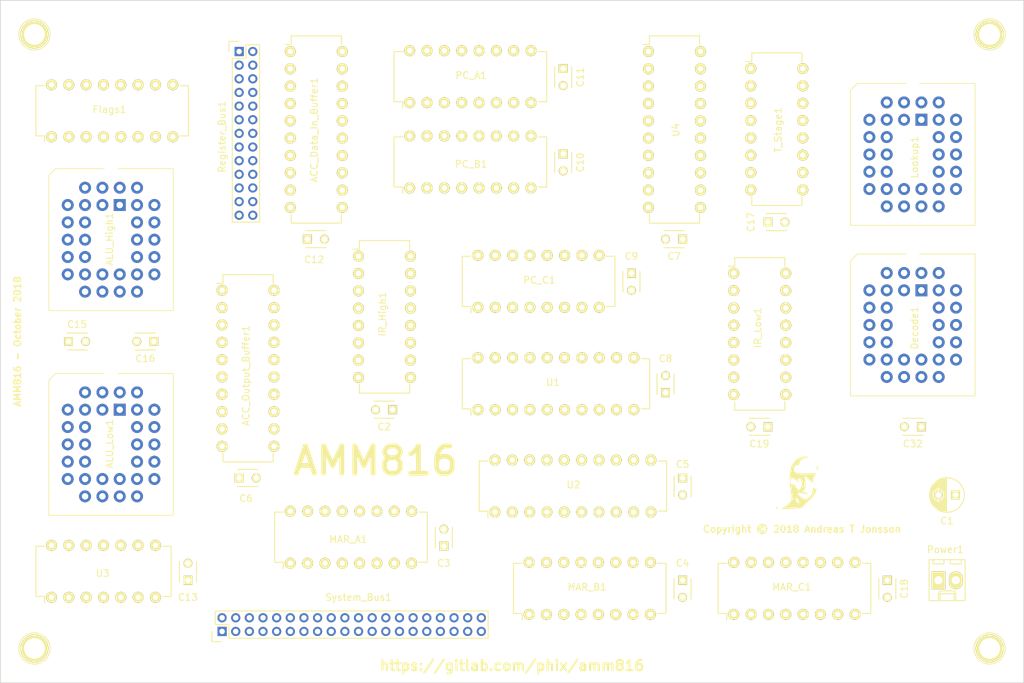
<source format=kicad_pcb>
(kicad_pcb (version 4) (host pcbnew 4.0.4-snap1-stable)

  (general
    (links 379)
    (no_connects 375)
    (area 59.949999 59.949999 210.050001 160.050001)
    (thickness 1.6)
    (drawings 8)
    (tracks 0)
    (zones 0)
    (modules 47)
    (nets 96)
  )

  (page A4)
  (layers
    (0 F.Cu signal)
    (31 B.Cu signal)
    (32 B.Adhes user)
    (33 F.Adhes user)
    (34 B.Paste user)
    (35 F.Paste user)
    (36 B.SilkS user)
    (37 F.SilkS user)
    (38 B.Mask user)
    (39 F.Mask user)
    (40 Dwgs.User user)
    (41 Cmts.User user)
    (42 Eco1.User user)
    (43 Eco2.User user)
    (44 Edge.Cuts user)
    (45 Margin user)
    (46 B.CrtYd user)
    (47 F.CrtYd user)
    (48 B.Fab user)
    (49 F.Fab user)
  )

  (setup
    (last_trace_width 0.25)
    (trace_clearance 0.2)
    (zone_clearance 0.508)
    (zone_45_only yes)
    (trace_min 0.2)
    (segment_width 0.2)
    (edge_width 0.1)
    (via_size 0.6)
    (via_drill 0.4)
    (via_min_size 0.4)
    (via_min_drill 0.3)
    (uvia_size 0.3)
    (uvia_drill 0.1)
    (uvias_allowed no)
    (uvia_min_size 0.2)
    (uvia_min_drill 0.1)
    (pcb_text_width 0.3)
    (pcb_text_size 1.5 1.5)
    (mod_edge_width 0.15)
    (mod_text_size 1 1)
    (mod_text_width 0.15)
    (pad_size 1.5 1.5)
    (pad_drill 0.6)
    (pad_to_mask_clearance 0)
    (aux_axis_origin 0 0)
    (visible_elements FFFFF77F)
    (pcbplotparams
      (layerselection 0x00030_80000001)
      (usegerberextensions false)
      (excludeedgelayer true)
      (linewidth 0.100000)
      (plotframeref false)
      (viasonmask false)
      (mode 1)
      (useauxorigin false)
      (hpglpennumber 1)
      (hpglpenspeed 20)
      (hpglpendiameter 15)
      (hpglpenoverlay 2)
      (psnegative false)
      (psa4output false)
      (plotreference true)
      (plotvalue true)
      (plotinvisibletext false)
      (padsonsilk false)
      (subtractmaskfromsilk false)
      (outputformat 1)
      (mirror false)
      (drillshape 1)
      (scaleselection 1)
      (outputdirectory ""))
  )

  (net 0 "")
  (net 1 VCC)
  (net 2 Data0)
  (net 3 Data1)
  (net 4 Data2)
  (net 5 Data3)
  (net 6 Data4)
  (net 7 Data5)
  (net 8 Data6)
  (net 9 Data7)
  (net 10 GND)
  (net 11 /ALU/ALU_Output7)
  (net 12 /ALU/ALU_Output6)
  (net 13 /ALU/ALU_Output5)
  (net 14 /ALU/ALU_Output4)
  (net 15 /ALU/ALU_Output3)
  (net 16 /ALU/ALU_Output2)
  (net 17 /ALU/ALU_Output1)
  (net 18 /ALU/ALU_Output0)
  (net 19 /ALU/ALU_A4)
  (net 20 /ALU/ALU_A5)
  (net 21 /ALU/ALU_A6)
  (net 22 /ALU/ALU_A7)
  (net 23 Clock)
  (net 24 Reset)
  (net 25 /ALU/ALU_A0)
  (net 26 /ALU/ALU_A1)
  (net 27 /ALU/ALU_A2)
  (net 28 /ALU/ALU_A3)
  (net 29 IR1)
  (net 30 "Net-(ALU_High1-Pad29)")
  (net 31 IR2)
  (net 32 "Net-(ALU_High1-Pad19)")
  (net 33 "Net-(ALU_High1-Pad20)")
  (net 34 "Net-(ALU_High1-Pad24)")
  (net 35 "Net-(ALU_High1-Pad28)")
  (net 36 "Net-(ALU_High1-Pad21)")
  (net 37 IR0)
  (net 38 ALU_Flag0)
  (net 39 Ctrl_PC_Count)
  (net 40 Ctrl_Mem_W)
  (net 41 Ctrl_Mem_R)
  (net 42 ALU_Flag1)
  (net 43 ALU_Flag2)
  (net 44 IR3)
  (net 45 DMA)
  (net 46 "Net-(Lookup1-Pad13)")
  (net 47 "Net-(Lookup1-Pad15)")
  (net 48 "Net-(Lookup1-Pad14)")
  (net 49 "Net-(Lookup1-Pad18)")
  (net 50 Address0)
  (net 51 Address1)
  (net 52 Address2)
  (net 53 Address3)
  (net 54 Address4)
  (net 55 Address5)
  (net 56 Address6)
  (net 57 Address7)
  (net 58 Address8)
  (net 59 Address9)
  (net 60 Address10)
  (net 61 Address11)
  (net 62 "Net-(PC_A1-Pad11)")
  (net 63 "Net-(PC_A1-Pad12)")
  (net 64 "Net-(PC_A1-Pad13)")
  (net 65 "Net-(PC_A1-Pad14)")
  (net 66 "Net-(PC_A1-Pad15)")
  (net 67 "Net-(PC_B1-Pad11)")
  (net 68 "Net-(PC_B1-Pad12)")
  (net 69 "Net-(PC_B1-Pad13)")
  (net 70 "Net-(PC_B1-Pad14)")
  (net 71 "Net-(PC_B1-Pad15)")
  (net 72 "Net-(PC_C1-Pad11)")
  (net 73 "Net-(PC_C1-Pad12)")
  (net 74 "Net-(PC_C1-Pad13)")
  (net 75 "Net-(PC_C1-Pad14)")
  (net 76 "Net-(ACC_Data_In_Buffer1-Pad19)")
  (net 77 Ctrl_ACC_Output_I)
  (net 78 Ctrl_ALU_Enable_I)
  (net 79 Ctrl_ACC_Input_I)
  (net 80 Ctrl_PC_Output_I)
  (net 81 Ctrl_PC_Input_I)
  (net 82 Ctrl_MAR_Output_I)
  (net 83 Ctrl_MAR_Low_Input_I)
  (net 84 Ctrl_MAR_High_Input_I)
  (net 85 Ctrl_IR_Input_I)
  (net 86 Register0)
  (net 87 Register1)
  (net 88 Register2)
  (net 89 Register3)
  (net 90 "Net-(PC_A1-Pad1)")
  (net 91 "Net-(Decode1-Pad8)")
  (net 92 "Net-(Decode1-Pad10)")
  (net 93 "Net-(Decode1-Pad9)")
  (net 94 "Net-(Decode1-Pad11)")
  (net 95 "Net-(IR_High1-Pad1)")

  (net_class Default "This is the default net class."
    (clearance 0.2)
    (trace_width 0.25)
    (via_dia 0.6)
    (via_drill 0.4)
    (uvia_dia 0.3)
    (uvia_drill 0.1)
    (add_net /ALU/ALU_A0)
    (add_net /ALU/ALU_A1)
    (add_net /ALU/ALU_A2)
    (add_net /ALU/ALU_A3)
    (add_net /ALU/ALU_A4)
    (add_net /ALU/ALU_A5)
    (add_net /ALU/ALU_A6)
    (add_net /ALU/ALU_A7)
    (add_net /ALU/ALU_Output0)
    (add_net /ALU/ALU_Output1)
    (add_net /ALU/ALU_Output2)
    (add_net /ALU/ALU_Output3)
    (add_net /ALU/ALU_Output4)
    (add_net /ALU/ALU_Output5)
    (add_net /ALU/ALU_Output6)
    (add_net /ALU/ALU_Output7)
    (add_net ALU_Flag0)
    (add_net ALU_Flag1)
    (add_net ALU_Flag2)
    (add_net Address0)
    (add_net Address1)
    (add_net Address10)
    (add_net Address11)
    (add_net Address2)
    (add_net Address3)
    (add_net Address4)
    (add_net Address5)
    (add_net Address6)
    (add_net Address7)
    (add_net Address8)
    (add_net Address9)
    (add_net Clock)
    (add_net Ctrl_ACC_Input_I)
    (add_net Ctrl_ACC_Output_I)
    (add_net Ctrl_ALU_Enable_I)
    (add_net Ctrl_IR_Input_I)
    (add_net Ctrl_MAR_High_Input_I)
    (add_net Ctrl_MAR_Low_Input_I)
    (add_net Ctrl_MAR_Output_I)
    (add_net Ctrl_Mem_R)
    (add_net Ctrl_Mem_W)
    (add_net Ctrl_PC_Count)
    (add_net Ctrl_PC_Input_I)
    (add_net Ctrl_PC_Output_I)
    (add_net DMA)
    (add_net Data0)
    (add_net Data1)
    (add_net Data2)
    (add_net Data3)
    (add_net Data4)
    (add_net Data5)
    (add_net Data6)
    (add_net Data7)
    (add_net IR0)
    (add_net IR1)
    (add_net IR2)
    (add_net IR3)
    (add_net "Net-(ACC_Data_In_Buffer1-Pad19)")
    (add_net "Net-(ALU_High1-Pad19)")
    (add_net "Net-(ALU_High1-Pad20)")
    (add_net "Net-(ALU_High1-Pad21)")
    (add_net "Net-(ALU_High1-Pad24)")
    (add_net "Net-(ALU_High1-Pad28)")
    (add_net "Net-(ALU_High1-Pad29)")
    (add_net "Net-(Decode1-Pad10)")
    (add_net "Net-(Decode1-Pad11)")
    (add_net "Net-(Decode1-Pad8)")
    (add_net "Net-(Decode1-Pad9)")
    (add_net "Net-(IR_High1-Pad1)")
    (add_net "Net-(Lookup1-Pad13)")
    (add_net "Net-(Lookup1-Pad14)")
    (add_net "Net-(Lookup1-Pad15)")
    (add_net "Net-(Lookup1-Pad18)")
    (add_net "Net-(PC_A1-Pad1)")
    (add_net "Net-(PC_A1-Pad11)")
    (add_net "Net-(PC_A1-Pad12)")
    (add_net "Net-(PC_A1-Pad13)")
    (add_net "Net-(PC_A1-Pad14)")
    (add_net "Net-(PC_A1-Pad15)")
    (add_net "Net-(PC_B1-Pad11)")
    (add_net "Net-(PC_B1-Pad12)")
    (add_net "Net-(PC_B1-Pad13)")
    (add_net "Net-(PC_B1-Pad14)")
    (add_net "Net-(PC_B1-Pad15)")
    (add_net "Net-(PC_C1-Pad11)")
    (add_net "Net-(PC_C1-Pad12)")
    (add_net "Net-(PC_C1-Pad13)")
    (add_net "Net-(PC_C1-Pad14)")
    (add_net Register0)
    (add_net Register1)
    (add_net Register2)
    (add_net Register3)
    (add_net Reset)
  )

  (net_class GND ""
    (clearance 0.2)
    (trace_width 0.5)
    (via_dia 1.2)
    (via_drill 0.8)
    (uvia_dia 0.6)
    (uvia_drill 0.2)
    (add_net GND)
  )

  (net_class VCC ""
    (clearance 0.2)
    (trace_width 0.5)
    (via_dia 1.2)
    (via_drill 0.8)
    (uvia_dia 0.6)
    (uvia_drill 0.2)
    (add_net VCC)
  )

  (module Housings_DIP:DIP-20_W7.62mm (layer F.Cu) (tedit 5BC5864B) (tstamp 5BB5DB12)
    (at 102.5 67.5)
    (descr "20-lead dip package, row spacing 7.62 mm (300 mils)")
    (tags "dil dip 2.54 300")
    (path /5A0C3FBD/5A0C4104)
    (fp_text reference ACC_Data_In_Buffer1 (at 3.5 11.5 90) (layer F.SilkS)
      (effects (font (size 1 1) (thickness 0.15)))
    )
    (fp_text value 74LS245 (at 0 -3.72) (layer F.Fab)
      (effects (font (size 1 1) (thickness 0.15)))
    )
    (fp_line (start -1.05 -2.45) (end -1.05 25.35) (layer F.CrtYd) (width 0.05))
    (fp_line (start 8.65 -2.45) (end 8.65 25.35) (layer F.CrtYd) (width 0.05))
    (fp_line (start -1.05 -2.45) (end 8.65 -2.45) (layer F.CrtYd) (width 0.05))
    (fp_line (start -1.05 25.35) (end 8.65 25.35) (layer F.CrtYd) (width 0.05))
    (fp_line (start 0.135 -2.295) (end 0.135 -1.025) (layer F.SilkS) (width 0.15))
    (fp_line (start 7.485 -2.295) (end 7.485 -1.025) (layer F.SilkS) (width 0.15))
    (fp_line (start 7.485 25.155) (end 7.485 23.885) (layer F.SilkS) (width 0.15))
    (fp_line (start 0.135 25.155) (end 0.135 23.885) (layer F.SilkS) (width 0.15))
    (fp_line (start 0.135 -2.295) (end 7.485 -2.295) (layer F.SilkS) (width 0.15))
    (fp_line (start 0.135 25.155) (end 7.485 25.155) (layer F.SilkS) (width 0.15))
    (fp_line (start 0.135 -1.025) (end -0.8 -1.025) (layer F.SilkS) (width 0.15))
    (pad 1 thru_hole oval (at 0 0) (size 1.6 1.6) (drill 0.8) (layers *.Cu *.Mask F.SilkS)
      (net 1 VCC))
    (pad 2 thru_hole oval (at 0 2.54) (size 1.6 1.6) (drill 0.8) (layers *.Cu *.Mask F.SilkS)
      (net 2 Data0))
    (pad 3 thru_hole oval (at 0 5.08) (size 1.6 1.6) (drill 0.8) (layers *.Cu *.Mask F.SilkS)
      (net 3 Data1))
    (pad 4 thru_hole oval (at 0 7.62) (size 1.6 1.6) (drill 0.8) (layers *.Cu *.Mask F.SilkS)
      (net 4 Data2))
    (pad 5 thru_hole oval (at 0 10.16) (size 1.6 1.6) (drill 0.8) (layers *.Cu *.Mask F.SilkS)
      (net 5 Data3))
    (pad 6 thru_hole oval (at 0 12.7) (size 1.6 1.6) (drill 0.8) (layers *.Cu *.Mask F.SilkS)
      (net 6 Data4))
    (pad 7 thru_hole oval (at 0 15.24) (size 1.6 1.6) (drill 0.8) (layers *.Cu *.Mask F.SilkS)
      (net 7 Data5))
    (pad 8 thru_hole oval (at 0 17.78) (size 1.6 1.6) (drill 0.8) (layers *.Cu *.Mask F.SilkS)
      (net 8 Data6))
    (pad 9 thru_hole oval (at 0 20.32) (size 1.6 1.6) (drill 0.8) (layers *.Cu *.Mask F.SilkS)
      (net 9 Data7))
    (pad 10 thru_hole oval (at 0 22.86) (size 1.6 1.6) (drill 0.8) (layers *.Cu *.Mask F.SilkS)
      (net 10 GND))
    (pad 11 thru_hole oval (at 7.62 22.86) (size 1.6 1.6) (drill 0.8) (layers *.Cu *.Mask F.SilkS)
      (net 11 /ALU/ALU_Output7))
    (pad 12 thru_hole oval (at 7.62 20.32) (size 1.6 1.6) (drill 0.8) (layers *.Cu *.Mask F.SilkS)
      (net 12 /ALU/ALU_Output6))
    (pad 13 thru_hole oval (at 7.62 17.78) (size 1.6 1.6) (drill 0.8) (layers *.Cu *.Mask F.SilkS)
      (net 13 /ALU/ALU_Output5))
    (pad 14 thru_hole oval (at 7.62 15.24) (size 1.6 1.6) (drill 0.8) (layers *.Cu *.Mask F.SilkS)
      (net 14 /ALU/ALU_Output4))
    (pad 15 thru_hole oval (at 7.62 12.7) (size 1.6 1.6) (drill 0.8) (layers *.Cu *.Mask F.SilkS)
      (net 15 /ALU/ALU_Output3))
    (pad 16 thru_hole oval (at 7.62 10.16) (size 1.6 1.6) (drill 0.8) (layers *.Cu *.Mask F.SilkS)
      (net 16 /ALU/ALU_Output2))
    (pad 17 thru_hole oval (at 7.62 7.62) (size 1.6 1.6) (drill 0.8) (layers *.Cu *.Mask F.SilkS)
      (net 17 /ALU/ALU_Output1))
    (pad 18 thru_hole oval (at 7.62 5.08) (size 1.6 1.6) (drill 0.8) (layers *.Cu *.Mask F.SilkS)
      (net 18 /ALU/ALU_Output0))
    (pad 19 thru_hole oval (at 7.62 2.54) (size 1.6 1.6) (drill 0.8) (layers *.Cu *.Mask F.SilkS)
      (net 76 "Net-(ACC_Data_In_Buffer1-Pad19)"))
    (pad 20 thru_hole oval (at 7.62 0) (size 1.6 1.6) (drill 0.8) (layers *.Cu *.Mask F.SilkS)
      (net 1 VCC))
    (model Housings_DIP.3dshapes/DIP-20_W7.62mm.wrl
      (at (xyz 0 0 0))
      (scale (xyz 1 1 1))
      (rotate (xyz 0 0 0))
    )
  )

  (module Housings_DIP:DIP-20_W7.62mm (layer F.Cu) (tedit 5BC58683) (tstamp 5BB5DB52)
    (at 92.5 102.5)
    (descr "20-lead dip package, row spacing 7.62 mm (300 mils)")
    (tags "dil dip 2.54 300")
    (path /5A0C3FBD/5A0C4106)
    (fp_text reference ACC_Output_Buffer1 (at 3.5 12.5 90) (layer F.SilkS)
      (effects (font (size 1 1) (thickness 0.15)))
    )
    (fp_text value 74LS245 (at 0 -3.72) (layer F.Fab)
      (effects (font (size 1 1) (thickness 0.15)))
    )
    (fp_line (start -1.05 -2.45) (end -1.05 25.35) (layer F.CrtYd) (width 0.05))
    (fp_line (start 8.65 -2.45) (end 8.65 25.35) (layer F.CrtYd) (width 0.05))
    (fp_line (start -1.05 -2.45) (end 8.65 -2.45) (layer F.CrtYd) (width 0.05))
    (fp_line (start -1.05 25.35) (end 8.65 25.35) (layer F.CrtYd) (width 0.05))
    (fp_line (start 0.135 -2.295) (end 0.135 -1.025) (layer F.SilkS) (width 0.15))
    (fp_line (start 7.485 -2.295) (end 7.485 -1.025) (layer F.SilkS) (width 0.15))
    (fp_line (start 7.485 25.155) (end 7.485 23.885) (layer F.SilkS) (width 0.15))
    (fp_line (start 0.135 25.155) (end 0.135 23.885) (layer F.SilkS) (width 0.15))
    (fp_line (start 0.135 -2.295) (end 7.485 -2.295) (layer F.SilkS) (width 0.15))
    (fp_line (start 0.135 25.155) (end 7.485 25.155) (layer F.SilkS) (width 0.15))
    (fp_line (start 0.135 -1.025) (end -0.8 -1.025) (layer F.SilkS) (width 0.15))
    (pad 1 thru_hole oval (at 0 0) (size 1.6 1.6) (drill 0.8) (layers *.Cu *.Mask F.SilkS)
      (net 10 GND))
    (pad 2 thru_hole oval (at 0 2.54) (size 1.6 1.6) (drill 0.8) (layers *.Cu *.Mask F.SilkS)
      (net 2 Data0))
    (pad 3 thru_hole oval (at 0 5.08) (size 1.6 1.6) (drill 0.8) (layers *.Cu *.Mask F.SilkS)
      (net 3 Data1))
    (pad 4 thru_hole oval (at 0 7.62) (size 1.6 1.6) (drill 0.8) (layers *.Cu *.Mask F.SilkS)
      (net 4 Data2))
    (pad 5 thru_hole oval (at 0 10.16) (size 1.6 1.6) (drill 0.8) (layers *.Cu *.Mask F.SilkS)
      (net 5 Data3))
    (pad 6 thru_hole oval (at 0 12.7) (size 1.6 1.6) (drill 0.8) (layers *.Cu *.Mask F.SilkS)
      (net 6 Data4))
    (pad 7 thru_hole oval (at 0 15.24) (size 1.6 1.6) (drill 0.8) (layers *.Cu *.Mask F.SilkS)
      (net 7 Data5))
    (pad 8 thru_hole oval (at 0 17.78) (size 1.6 1.6) (drill 0.8) (layers *.Cu *.Mask F.SilkS)
      (net 8 Data6))
    (pad 9 thru_hole oval (at 0 20.32) (size 1.6 1.6) (drill 0.8) (layers *.Cu *.Mask F.SilkS)
      (net 9 Data7))
    (pad 10 thru_hole oval (at 0 22.86) (size 1.6 1.6) (drill 0.8) (layers *.Cu *.Mask F.SilkS)
      (net 10 GND))
    (pad 11 thru_hole oval (at 7.62 22.86) (size 1.6 1.6) (drill 0.8) (layers *.Cu *.Mask F.SilkS)
      (net 22 /ALU/ALU_A7))
    (pad 12 thru_hole oval (at 7.62 20.32) (size 1.6 1.6) (drill 0.8) (layers *.Cu *.Mask F.SilkS)
      (net 21 /ALU/ALU_A6))
    (pad 13 thru_hole oval (at 7.62 17.78) (size 1.6 1.6) (drill 0.8) (layers *.Cu *.Mask F.SilkS)
      (net 20 /ALU/ALU_A5))
    (pad 14 thru_hole oval (at 7.62 15.24) (size 1.6 1.6) (drill 0.8) (layers *.Cu *.Mask F.SilkS)
      (net 19 /ALU/ALU_A4))
    (pad 15 thru_hole oval (at 7.62 12.7) (size 1.6 1.6) (drill 0.8) (layers *.Cu *.Mask F.SilkS)
      (net 28 /ALU/ALU_A3))
    (pad 16 thru_hole oval (at 7.62 10.16) (size 1.6 1.6) (drill 0.8) (layers *.Cu *.Mask F.SilkS)
      (net 27 /ALU/ALU_A2))
    (pad 17 thru_hole oval (at 7.62 7.62) (size 1.6 1.6) (drill 0.8) (layers *.Cu *.Mask F.SilkS)
      (net 26 /ALU/ALU_A1))
    (pad 18 thru_hole oval (at 7.62 5.08) (size 1.6 1.6) (drill 0.8) (layers *.Cu *.Mask F.SilkS)
      (net 25 /ALU/ALU_A0))
    (pad 19 thru_hole oval (at 7.62 2.54) (size 1.6 1.6) (drill 0.8) (layers *.Cu *.Mask F.SilkS)
      (net 77 Ctrl_ACC_Output_I))
    (pad 20 thru_hole oval (at 7.62 0) (size 1.6 1.6) (drill 0.8) (layers *.Cu *.Mask F.SilkS)
      (net 1 VCC))
    (model Housings_DIP.3dshapes/DIP-20_W7.62mm.wrl
      (at (xyz 0 0 0))
      (scale (xyz 1 1 1))
      (rotate (xyz 0 0 0))
    )
  )

  (module PLCC32_bugfix:PLCC-32_THT-Socket_bugfix (layer F.Cu) (tedit 5BC5863B) (tstamp 5BB5DB77)
    (at 77.5 90)
    (descr "PLCC, 32 pins, through hole")
    (tags "plcc leaded")
    (path /5A0C5E47/5A0F23C9)
    (fp_text reference ALU_High1 (at -1.5 5 90) (layer F.SilkS)
      (effects (font (size 1 1) (thickness 0.15)))
    )
    (fp_text value AT28HC256 (at -1.27 16.38) (layer F.Fab)
      (effects (font (size 1 1) (thickness 0.15)))
    )
    (fp_line (start -9.295 -5.22) (end -10.295 -4.22) (layer F.Fab) (width 0.1))
    (fp_line (start -10.295 -4.22) (end -10.295 15.38) (layer F.Fab) (width 0.1))
    (fp_line (start -10.295 15.38) (end 7.755 15.38) (layer F.Fab) (width 0.1))
    (fp_line (start 7.755 15.38) (end 7.755 -5.22) (layer F.Fab) (width 0.1))
    (fp_line (start 7.755 -5.22) (end -9.295 -5.22) (layer F.Fab) (width 0.1))
    (fp_line (start -10.77 -5.72) (end -10.77 15.88) (layer F.CrtYd) (width 0.05))
    (fp_line (start -10.77 15.88) (end 8.23 15.88) (layer F.CrtYd) (width 0.05))
    (fp_line (start 8.23 15.88) (end 8.23 -5.72) (layer F.CrtYd) (width 0.05))
    (fp_line (start 8.23 -5.72) (end -10.77 -5.72) (layer F.CrtYd) (width 0.05))
    (fp_line (start -7.755 -2.68) (end -7.755 12.84) (layer F.Fab) (width 0.1))
    (fp_line (start -7.755 12.84) (end 5.215 12.84) (layer F.Fab) (width 0.1))
    (fp_line (start 5.215 12.84) (end 5.215 -2.68) (layer F.Fab) (width 0.1))
    (fp_line (start 5.215 -2.68) (end -7.755 -2.68) (layer F.Fab) (width 0.1))
    (fp_line (start -1.77 -5.22) (end -1.27 -4.22) (layer F.Fab) (width 0.1))
    (fp_line (start -1.27 -4.22) (end -0.77 -5.22) (layer F.Fab) (width 0.1))
    (fp_line (start -2.27 -5.32) (end -9.395 -5.32) (layer F.SilkS) (width 0.12))
    (fp_line (start -9.395 -5.32) (end -10.395 -4.32) (layer F.SilkS) (width 0.12))
    (fp_line (start -10.395 -4.32) (end -10.395 15.48) (layer F.SilkS) (width 0.12))
    (fp_line (start -10.395 15.48) (end 7.855 15.48) (layer F.SilkS) (width 0.12))
    (fp_line (start 7.855 15.48) (end 7.855 -5.32) (layer F.SilkS) (width 0.12))
    (fp_line (start 7.855 -5.32) (end -0.27 -5.32) (layer F.SilkS) (width 0.12))
    (fp_text user %R (at -1.27 5.08) (layer F.Fab)
      (effects (font (size 1 1) (thickness 0.15)))
    )
    (pad 1 thru_hole rect (at 0 0) (size 1.75 1.75) (drill 0.95) (layers *.Cu *.Mask))
    (pad 3 thru_hole circle (at -2.54 0) (size 1.75 1.75) (drill 0.95) (layers *.Cu *.Mask)
      (net 29 IR1))
    (pad 31 thru_hole circle (at 2.54 0) (size 1.75 1.75) (drill 0.95) (layers *.Cu *.Mask)
      (net 78 Ctrl_ALU_Enable_I))
    (pad 29 thru_hole circle (at 5.08 0) (size 1.75 1.75) (drill 0.95) (layers *.Cu *.Mask)
      (net 30 "Net-(ALU_High1-Pad29)"))
    (pad 2 thru_hole circle (at -2.54 -2.54) (size 1.75 1.75) (drill 0.95) (layers *.Cu *.Mask)
      (net 10 GND))
    (pad 4 thru_hole circle (at -5.08 -2.54) (size 1.75 1.75) (drill 0.95) (layers *.Cu *.Mask)
      (net 9 Data7))
    (pad 32 thru_hole circle (at 0 -2.54) (size 1.75 1.75) (drill 0.95) (layers *.Cu *.Mask)
      (net 1 VCC))
    (pad 30 thru_hole circle (at 2.54 -2.54) (size 1.75 1.75) (drill 0.95) (layers *.Cu *.Mask)
      (net 31 IR2))
    (pad 6 thru_hole circle (at -5.08 0) (size 1.75 1.75) (drill 0.95) (layers *.Cu *.Mask)
      (net 7 Data5))
    (pad 8 thru_hole circle (at -5.08 2.54) (size 1.75 1.75) (drill 0.95) (layers *.Cu *.Mask)
      (net 22 /ALU/ALU_A7))
    (pad 10 thru_hole circle (at -5.08 5.08) (size 1.75 1.75) (drill 0.95) (layers *.Cu *.Mask)
      (net 20 /ALU/ALU_A5))
    (pad 12 thru_hole circle (at -5.08 7.62) (size 1.75 1.75) (drill 0.95) (layers *.Cu *.Mask))
    (pad 5 thru_hole circle (at -7.62 0) (size 1.75 1.75) (drill 0.95) (layers *.Cu *.Mask)
      (net 8 Data6))
    (pad 7 thru_hole circle (at -7.62 2.54) (size 1.75 1.75) (drill 0.95) (layers *.Cu *.Mask)
      (net 6 Data4))
    (pad 9 thru_hole circle (at -7.62 5.08) (size 1.75 1.75) (drill 0.95) (layers *.Cu *.Mask)
      (net 21 /ALU/ALU_A6))
    (pad 11 thru_hole circle (at -7.62 7.62) (size 1.75 1.75) (drill 0.95) (layers *.Cu *.Mask)
      (net 19 /ALU/ALU_A4))
    (pad 13 thru_hole circle (at -7.62 10.16) (size 1.75 1.75) (drill 0.95) (layers *.Cu *.Mask)
      (net 14 /ALU/ALU_Output4))
    (pad 15 thru_hole circle (at -5.08 10.16) (size 1.75 1.75) (drill 0.95) (layers *.Cu *.Mask)
      (net 12 /ALU/ALU_Output6))
    (pad 17 thru_hole circle (at -2.54 10.16) (size 1.75 1.75) (drill 0.95) (layers *.Cu *.Mask))
    (pad 19 thru_hole circle (at 0 10.16) (size 1.75 1.75) (drill 0.95) (layers *.Cu *.Mask)
      (net 32 "Net-(ALU_High1-Pad19)"))
    (pad 14 thru_hole circle (at -5.08 12.7) (size 1.75 1.75) (drill 0.95) (layers *.Cu *.Mask)
      (net 13 /ALU/ALU_Output5))
    (pad 16 thru_hole circle (at -2.54 12.7) (size 1.75 1.75) (drill 0.95) (layers *.Cu *.Mask)
      (net 10 GND))
    (pad 18 thru_hole circle (at 0 12.7) (size 1.75 1.75) (drill 0.95) (layers *.Cu *.Mask)
      (net 11 /ALU/ALU_Output7))
    (pad 20 thru_hole circle (at 2.54 12.7) (size 1.75 1.75) (drill 0.95) (layers *.Cu *.Mask)
      (net 33 "Net-(ALU_High1-Pad20)"))
    (pad 22 thru_hole circle (at 2.54 10.16) (size 1.75 1.75) (drill 0.95) (layers *.Cu *.Mask))
    (pad 24 thru_hole circle (at 2.54 7.62) (size 1.75 1.75) (drill 0.95) (layers *.Cu *.Mask)
      (net 34 "Net-(ALU_High1-Pad24)"))
    (pad 26 thru_hole circle (at 2.54 5.08) (size 1.75 1.75) (drill 0.95) (layers *.Cu *.Mask))
    (pad 28 thru_hole circle (at 2.54 2.54) (size 1.75 1.75) (drill 0.95) (layers *.Cu *.Mask)
      (net 35 "Net-(ALU_High1-Pad28)"))
    (pad 21 thru_hole circle (at 5.08 10.16) (size 1.75 1.75) (drill 0.95) (layers *.Cu *.Mask)
      (net 36 "Net-(ALU_High1-Pad21)"))
    (pad 23 thru_hole circle (at 5.08 7.62) (size 1.75 1.75) (drill 0.95) (layers *.Cu *.Mask)
      (net 78 Ctrl_ALU_Enable_I))
    (pad 25 thru_hole circle (at 5.08 5.08) (size 1.75 1.75) (drill 0.95) (layers *.Cu *.Mask)
      (net 78 Ctrl_ALU_Enable_I))
    (pad 27 thru_hole circle (at 5.08 2.54) (size 1.75 1.75) (drill 0.95) (layers *.Cu *.Mask)
      (net 37 IR0))
    (pad 29 thru_hole circle (at 5.08 0) (size 1.75 1.75) (drill 0.95) (layers *.Cu *.Mask)
      (net 30 "Net-(ALU_High1-Pad29)"))
    (model ${KISYS3DMOD}/Housings_LCC.3dshapes/PLCC-32_THT-Socket.wrl
      (at (xyz 0 0 0))
      (scale (xyz 1 1 1))
      (rotate (xyz 0 0 0))
    )
  )

  (module PLCC32_bugfix:PLCC-32_THT-Socket_bugfix (layer F.Cu) (tedit 5BC5862F) (tstamp 5BB5DB9C)
    (at 77.5 120)
    (descr "PLCC, 32 pins, through hole")
    (tags "plcc leaded")
    (path /5A0C5E47/5A0F2107)
    (fp_text reference ALU_Low1 (at -1.5 5 90) (layer F.SilkS)
      (effects (font (size 1 1) (thickness 0.15)))
    )
    (fp_text value AT28HC256 (at -1.27 16.38) (layer F.Fab)
      (effects (font (size 1 1) (thickness 0.15)))
    )
    (fp_line (start -9.295 -5.22) (end -10.295 -4.22) (layer F.Fab) (width 0.1))
    (fp_line (start -10.295 -4.22) (end -10.295 15.38) (layer F.Fab) (width 0.1))
    (fp_line (start -10.295 15.38) (end 7.755 15.38) (layer F.Fab) (width 0.1))
    (fp_line (start 7.755 15.38) (end 7.755 -5.22) (layer F.Fab) (width 0.1))
    (fp_line (start 7.755 -5.22) (end -9.295 -5.22) (layer F.Fab) (width 0.1))
    (fp_line (start -10.77 -5.72) (end -10.77 15.88) (layer F.CrtYd) (width 0.05))
    (fp_line (start -10.77 15.88) (end 8.23 15.88) (layer F.CrtYd) (width 0.05))
    (fp_line (start 8.23 15.88) (end 8.23 -5.72) (layer F.CrtYd) (width 0.05))
    (fp_line (start 8.23 -5.72) (end -10.77 -5.72) (layer F.CrtYd) (width 0.05))
    (fp_line (start -7.755 -2.68) (end -7.755 12.84) (layer F.Fab) (width 0.1))
    (fp_line (start -7.755 12.84) (end 5.215 12.84) (layer F.Fab) (width 0.1))
    (fp_line (start 5.215 12.84) (end 5.215 -2.68) (layer F.Fab) (width 0.1))
    (fp_line (start 5.215 -2.68) (end -7.755 -2.68) (layer F.Fab) (width 0.1))
    (fp_line (start -1.77 -5.22) (end -1.27 -4.22) (layer F.Fab) (width 0.1))
    (fp_line (start -1.27 -4.22) (end -0.77 -5.22) (layer F.Fab) (width 0.1))
    (fp_line (start -2.27 -5.32) (end -9.395 -5.32) (layer F.SilkS) (width 0.12))
    (fp_line (start -9.395 -5.32) (end -10.395 -4.32) (layer F.SilkS) (width 0.12))
    (fp_line (start -10.395 -4.32) (end -10.395 15.48) (layer F.SilkS) (width 0.12))
    (fp_line (start -10.395 15.48) (end 7.855 15.48) (layer F.SilkS) (width 0.12))
    (fp_line (start 7.855 15.48) (end 7.855 -5.32) (layer F.SilkS) (width 0.12))
    (fp_line (start 7.855 -5.32) (end -0.27 -5.32) (layer F.SilkS) (width 0.12))
    (fp_text user %R (at -1.27 5.08) (layer F.Fab)
      (effects (font (size 1 1) (thickness 0.15)))
    )
    (pad 1 thru_hole rect (at 0 0) (size 1.75 1.75) (drill 0.95) (layers *.Cu *.Mask))
    (pad 3 thru_hole circle (at -2.54 0) (size 1.75 1.75) (drill 0.95) (layers *.Cu *.Mask)
      (net 29 IR1))
    (pad 31 thru_hole circle (at 2.54 0) (size 1.75 1.75) (drill 0.95) (layers *.Cu *.Mask)
      (net 78 Ctrl_ALU_Enable_I))
    (pad 29 thru_hole circle (at 5.08 0) (size 1.75 1.75) (drill 0.95) (layers *.Cu *.Mask)
      (net 38 ALU_Flag0))
    (pad 2 thru_hole circle (at -2.54 -2.54) (size 1.75 1.75) (drill 0.95) (layers *.Cu *.Mask)
      (net 10 GND))
    (pad 4 thru_hole circle (at -5.08 -2.54) (size 1.75 1.75) (drill 0.95) (layers *.Cu *.Mask)
      (net 5 Data3))
    (pad 32 thru_hole circle (at 0 -2.54) (size 1.75 1.75) (drill 0.95) (layers *.Cu *.Mask)
      (net 1 VCC))
    (pad 30 thru_hole circle (at 2.54 -2.54) (size 1.75 1.75) (drill 0.95) (layers *.Cu *.Mask)
      (net 31 IR2))
    (pad 6 thru_hole circle (at -5.08 0) (size 1.75 1.75) (drill 0.95) (layers *.Cu *.Mask)
      (net 3 Data1))
    (pad 8 thru_hole circle (at -5.08 2.54) (size 1.75 1.75) (drill 0.95) (layers *.Cu *.Mask)
      (net 28 /ALU/ALU_A3))
    (pad 10 thru_hole circle (at -5.08 5.08) (size 1.75 1.75) (drill 0.95) (layers *.Cu *.Mask)
      (net 26 /ALU/ALU_A1))
    (pad 12 thru_hole circle (at -5.08 7.62) (size 1.75 1.75) (drill 0.95) (layers *.Cu *.Mask))
    (pad 5 thru_hole circle (at -7.62 0) (size 1.75 1.75) (drill 0.95) (layers *.Cu *.Mask)
      (net 4 Data2))
    (pad 7 thru_hole circle (at -7.62 2.54) (size 1.75 1.75) (drill 0.95) (layers *.Cu *.Mask)
      (net 2 Data0))
    (pad 9 thru_hole circle (at -7.62 5.08) (size 1.75 1.75) (drill 0.95) (layers *.Cu *.Mask)
      (net 27 /ALU/ALU_A2))
    (pad 11 thru_hole circle (at -7.62 7.62) (size 1.75 1.75) (drill 0.95) (layers *.Cu *.Mask)
      (net 25 /ALU/ALU_A0))
    (pad 13 thru_hole circle (at -7.62 10.16) (size 1.75 1.75) (drill 0.95) (layers *.Cu *.Mask)
      (net 18 /ALU/ALU_Output0))
    (pad 15 thru_hole circle (at -5.08 10.16) (size 1.75 1.75) (drill 0.95) (layers *.Cu *.Mask)
      (net 16 /ALU/ALU_Output2))
    (pad 17 thru_hole circle (at -2.54 10.16) (size 1.75 1.75) (drill 0.95) (layers *.Cu *.Mask))
    (pad 19 thru_hole circle (at 0 10.16) (size 1.75 1.75) (drill 0.95) (layers *.Cu *.Mask)
      (net 30 "Net-(ALU_High1-Pad29)"))
    (pad 14 thru_hole circle (at -5.08 12.7) (size 1.75 1.75) (drill 0.95) (layers *.Cu *.Mask)
      (net 17 /ALU/ALU_Output1))
    (pad 16 thru_hole circle (at -2.54 12.7) (size 1.75 1.75) (drill 0.95) (layers *.Cu *.Mask)
      (net 10 GND))
    (pad 18 thru_hole circle (at 0 12.7) (size 1.75 1.75) (drill 0.95) (layers *.Cu *.Mask)
      (net 15 /ALU/ALU_Output3))
    (pad 20 thru_hole circle (at 2.54 12.7) (size 1.75 1.75) (drill 0.95) (layers *.Cu *.Mask)
      (net 35 "Net-(ALU_High1-Pad28)"))
    (pad 22 thru_hole circle (at 2.54 10.16) (size 1.75 1.75) (drill 0.95) (layers *.Cu *.Mask))
    (pad 24 thru_hole circle (at 2.54 7.62) (size 1.75 1.75) (drill 0.95) (layers *.Cu *.Mask)
      (net 78 Ctrl_ALU_Enable_I))
    (pad 26 thru_hole circle (at 2.54 5.08) (size 1.75 1.75) (drill 0.95) (layers *.Cu *.Mask))
    (pad 28 thru_hole circle (at 2.54 2.54) (size 1.75 1.75) (drill 0.95) (layers *.Cu *.Mask)
      (net 78 Ctrl_ALU_Enable_I))
    (pad 21 thru_hole circle (at 5.08 10.16) (size 1.75 1.75) (drill 0.95) (layers *.Cu *.Mask)
      (net 34 "Net-(ALU_High1-Pad24)"))
    (pad 23 thru_hole circle (at 5.08 7.62) (size 1.75 1.75) (drill 0.95) (layers *.Cu *.Mask)
      (net 78 Ctrl_ALU_Enable_I))
    (pad 25 thru_hole circle (at 5.08 5.08) (size 1.75 1.75) (drill 0.95) (layers *.Cu *.Mask)
      (net 78 Ctrl_ALU_Enable_I))
    (pad 27 thru_hole circle (at 5.08 2.54) (size 1.75 1.75) (drill 0.95) (layers *.Cu *.Mask)
      (net 37 IR0))
    (pad 29 thru_hole circle (at 5.08 0) (size 1.75 1.75) (drill 0.95) (layers *.Cu *.Mask)
      (net 38 ALU_Flag0))
    (model ${KISYS3DMOD}/Housings_LCC.3dshapes/PLCC-32_THT-Socket.wrl
      (at (xyz 0 0 0))
      (scale (xyz 1 1 1))
      (rotate (xyz 0 0 0))
    )
  )

  (module Housings_DIP:DIP-16_W7.62mm (layer F.Cu) (tedit 5BC58644) (tstamp 5BB5DC78)
    (at 67.5 80 90)
    (descr "16-lead dip package, row spacing 7.62 mm (300 mils)")
    (tags "dil dip 2.54 300")
    (path /5A0C5E47/5A0C65AB)
    (fp_text reference Flags1 (at 4 8.5 180) (layer F.SilkS)
      (effects (font (size 1 1) (thickness 0.15)))
    )
    (fp_text value 74LS173 (at 0 -3.72 90) (layer F.Fab)
      (effects (font (size 1 1) (thickness 0.15)))
    )
    (fp_line (start -1.05 -2.45) (end -1.05 20.25) (layer F.CrtYd) (width 0.05))
    (fp_line (start 8.65 -2.45) (end 8.65 20.25) (layer F.CrtYd) (width 0.05))
    (fp_line (start -1.05 -2.45) (end 8.65 -2.45) (layer F.CrtYd) (width 0.05))
    (fp_line (start -1.05 20.25) (end 8.65 20.25) (layer F.CrtYd) (width 0.05))
    (fp_line (start 0.135 -2.295) (end 0.135 -1.025) (layer F.SilkS) (width 0.15))
    (fp_line (start 7.485 -2.295) (end 7.485 -1.025) (layer F.SilkS) (width 0.15))
    (fp_line (start 7.485 20.075) (end 7.485 18.805) (layer F.SilkS) (width 0.15))
    (fp_line (start 0.135 20.075) (end 0.135 18.805) (layer F.SilkS) (width 0.15))
    (fp_line (start 0.135 -2.295) (end 7.485 -2.295) (layer F.SilkS) (width 0.15))
    (fp_line (start 0.135 20.075) (end 7.485 20.075) (layer F.SilkS) (width 0.15))
    (fp_line (start 0.135 -1.025) (end -0.8 -1.025) (layer F.SilkS) (width 0.15))
    (pad 1 thru_hole oval (at 0 0 90) (size 1.6 1.6) (drill 0.8) (layers *.Cu *.Mask F.SilkS)
      (net 10 GND))
    (pad 2 thru_hole oval (at 0 2.54 90) (size 1.6 1.6) (drill 0.8) (layers *.Cu *.Mask F.SilkS)
      (net 10 GND))
    (pad 3 thru_hole oval (at 0 5.08 90) (size 1.6 1.6) (drill 0.8) (layers *.Cu *.Mask F.SilkS)
      (net 38 ALU_Flag0))
    (pad 4 thru_hole oval (at 0 7.62 90) (size 1.6 1.6) (drill 0.8) (layers *.Cu *.Mask F.SilkS)
      (net 42 ALU_Flag1))
    (pad 5 thru_hole oval (at 0 10.16 90) (size 1.6 1.6) (drill 0.8) (layers *.Cu *.Mask F.SilkS)
      (net 43 ALU_Flag2))
    (pad 6 thru_hole oval (at 0 12.7 90) (size 1.6 1.6) (drill 0.8) (layers *.Cu *.Mask F.SilkS))
    (pad 7 thru_hole oval (at 0 15.24 90) (size 1.6 1.6) (drill 0.8) (layers *.Cu *.Mask F.SilkS)
      (net 23 Clock))
    (pad 8 thru_hole oval (at 0 17.78 90) (size 1.6 1.6) (drill 0.8) (layers *.Cu *.Mask F.SilkS)
      (net 10 GND))
    (pad 9 thru_hole oval (at 7.62 17.78 90) (size 1.6 1.6) (drill 0.8) (layers *.Cu *.Mask F.SilkS)
      (net 78 Ctrl_ALU_Enable_I))
    (pad 10 thru_hole oval (at 7.62 15.24 90) (size 1.6 1.6) (drill 0.8) (layers *.Cu *.Mask F.SilkS)
      (net 78 Ctrl_ALU_Enable_I))
    (pad 11 thru_hole oval (at 7.62 12.7 90) (size 1.6 1.6) (drill 0.8) (layers *.Cu *.Mask F.SilkS)
      (net 10 GND))
    (pad 12 thru_hole oval (at 7.62 10.16 90) (size 1.6 1.6) (drill 0.8) (layers *.Cu *.Mask F.SilkS)
      (net 36 "Net-(ALU_High1-Pad21)"))
    (pad 13 thru_hole oval (at 7.62 7.62 90) (size 1.6 1.6) (drill 0.8) (layers *.Cu *.Mask F.SilkS)
      (net 33 "Net-(ALU_High1-Pad20)"))
    (pad 14 thru_hole oval (at 7.62 5.08 90) (size 1.6 1.6) (drill 0.8) (layers *.Cu *.Mask F.SilkS)
      (net 32 "Net-(ALU_High1-Pad19)"))
    (pad 15 thru_hole oval (at 7.62 2.54 90) (size 1.6 1.6) (drill 0.8) (layers *.Cu *.Mask F.SilkS)
      (net 24 Reset))
    (pad 16 thru_hole oval (at 7.62 0 90) (size 1.6 1.6) (drill 0.8) (layers *.Cu *.Mask F.SilkS)
      (net 1 VCC))
    (model Housings_DIP.3dshapes/DIP-16_W7.62mm.wrl
      (at (xyz 0 0 0))
      (scale (xyz 1 1 1))
      (rotate (xyz 0 0 0))
    )
  )

  (module PLCC32_bugfix:PLCC-32_THT-Socket_bugfix (layer F.Cu) (tedit 5BC58692) (tstamp 5BB5DCB1)
    (at 195 77.5)
    (descr "PLCC, 32 pins, through hole")
    (tags "plcc leaded")
    (path /5A182CEC/5BB5231E)
    (fp_text reference Lookup1 (at -1 5.5 90) (layer F.SilkS)
      (effects (font (size 1 1) (thickness 0.15)))
    )
    (fp_text value AT28HC64BF (at -1.27 16.38) (layer F.Fab)
      (effects (font (size 1 1) (thickness 0.15)))
    )
    (fp_line (start -9.295 -5.22) (end -10.295 -4.22) (layer F.Fab) (width 0.1))
    (fp_line (start -10.295 -4.22) (end -10.295 15.38) (layer F.Fab) (width 0.1))
    (fp_line (start -10.295 15.38) (end 7.755 15.38) (layer F.Fab) (width 0.1))
    (fp_line (start 7.755 15.38) (end 7.755 -5.22) (layer F.Fab) (width 0.1))
    (fp_line (start 7.755 -5.22) (end -9.295 -5.22) (layer F.Fab) (width 0.1))
    (fp_line (start -10.77 -5.72) (end -10.77 15.88) (layer F.CrtYd) (width 0.05))
    (fp_line (start -10.77 15.88) (end 8.23 15.88) (layer F.CrtYd) (width 0.05))
    (fp_line (start 8.23 15.88) (end 8.23 -5.72) (layer F.CrtYd) (width 0.05))
    (fp_line (start 8.23 -5.72) (end -10.77 -5.72) (layer F.CrtYd) (width 0.05))
    (fp_line (start -7.755 -2.68) (end -7.755 12.84) (layer F.Fab) (width 0.1))
    (fp_line (start -7.755 12.84) (end 5.215 12.84) (layer F.Fab) (width 0.1))
    (fp_line (start 5.215 12.84) (end 5.215 -2.68) (layer F.Fab) (width 0.1))
    (fp_line (start 5.215 -2.68) (end -7.755 -2.68) (layer F.Fab) (width 0.1))
    (fp_line (start -1.77 -5.22) (end -1.27 -4.22) (layer F.Fab) (width 0.1))
    (fp_line (start -1.27 -4.22) (end -0.77 -5.22) (layer F.Fab) (width 0.1))
    (fp_line (start -2.27 -5.32) (end -9.395 -5.32) (layer F.SilkS) (width 0.12))
    (fp_line (start -9.395 -5.32) (end -10.395 -4.32) (layer F.SilkS) (width 0.12))
    (fp_line (start -10.395 -4.32) (end -10.395 15.48) (layer F.SilkS) (width 0.12))
    (fp_line (start -10.395 15.48) (end 7.855 15.48) (layer F.SilkS) (width 0.12))
    (fp_line (start 7.855 15.48) (end 7.855 -5.32) (layer F.SilkS) (width 0.12))
    (fp_line (start 7.855 -5.32) (end -0.27 -5.32) (layer F.SilkS) (width 0.12))
    (fp_text user %R (at -1.27 5.08) (layer F.Fab)
      (effects (font (size 1 1) (thickness 0.15)))
    )
    (pad 1 thru_hole rect (at 0 0) (size 1.75 1.75) (drill 0.95) (layers *.Cu *.Mask))
    (pad 3 thru_hole circle (at -2.54 0) (size 1.75 1.75) (drill 0.95) (layers *.Cu *.Mask)
      (net 10 GND))
    (pad 31 thru_hole circle (at 2.54 0) (size 1.75 1.75) (drill 0.95) (layers *.Cu *.Mask)
      (net 10 GND))
    (pad 29 thru_hole circle (at 5.08 0) (size 1.75 1.75) (drill 0.95) (layers *.Cu *.Mask)
      (net 37 IR0))
    (pad 2 thru_hole circle (at -2.54 -2.54) (size 1.75 1.75) (drill 0.95) (layers *.Cu *.Mask))
    (pad 4 thru_hole circle (at -5.08 -2.54) (size 1.75 1.75) (drill 0.95) (layers *.Cu *.Mask)
      (net 43 ALU_Flag2))
    (pad 32 thru_hole circle (at 0 -2.54) (size 1.75 1.75) (drill 0.95) (layers *.Cu *.Mask)
      (net 1 VCC))
    (pad 30 thru_hole circle (at 2.54 -2.54) (size 1.75 1.75) (drill 0.95) (layers *.Cu *.Mask))
    (pad 6 thru_hole circle (at -5.08 0) (size 1.75 1.75) (drill 0.95) (layers *.Cu *.Mask)
      (net 38 ALU_Flag0))
    (pad 8 thru_hole circle (at -5.08 2.54) (size 1.75 1.75) (drill 0.95) (layers *.Cu *.Mask)
      (net 91 "Net-(Decode1-Pad8)"))
    (pad 10 thru_hole circle (at -5.08 5.08) (size 1.75 1.75) (drill 0.95) (layers *.Cu *.Mask)
      (net 92 "Net-(Decode1-Pad10)"))
    (pad 12 thru_hole circle (at -5.08 7.62) (size 1.75 1.75) (drill 0.95) (layers *.Cu *.Mask))
    (pad 5 thru_hole circle (at -7.62 0) (size 1.75 1.75) (drill 0.95) (layers *.Cu *.Mask)
      (net 42 ALU_Flag1))
    (pad 7 thru_hole circle (at -7.62 2.54) (size 1.75 1.75) (drill 0.95) (layers *.Cu *.Mask)
      (net 45 DMA))
    (pad 9 thru_hole circle (at -7.62 5.08) (size 1.75 1.75) (drill 0.95) (layers *.Cu *.Mask)
      (net 93 "Net-(Decode1-Pad9)"))
    (pad 11 thru_hole circle (at -7.62 7.62) (size 1.75 1.75) (drill 0.95) (layers *.Cu *.Mask)
      (net 94 "Net-(Decode1-Pad11)"))
    (pad 13 thru_hole circle (at -7.62 10.16) (size 1.75 1.75) (drill 0.95) (layers *.Cu *.Mask)
      (net 46 "Net-(Lookup1-Pad13)"))
    (pad 15 thru_hole circle (at -5.08 10.16) (size 1.75 1.75) (drill 0.95) (layers *.Cu *.Mask)
      (net 47 "Net-(Lookup1-Pad15)"))
    (pad 17 thru_hole circle (at -2.54 10.16) (size 1.75 1.75) (drill 0.95) (layers *.Cu *.Mask))
    (pad 19 thru_hole circle (at 0 10.16) (size 1.75 1.75) (drill 0.95) (layers *.Cu *.Mask)
      (net 39 Ctrl_PC_Count))
    (pad 14 thru_hole circle (at -5.08 12.7) (size 1.75 1.75) (drill 0.95) (layers *.Cu *.Mask)
      (net 48 "Net-(Lookup1-Pad14)"))
    (pad 16 thru_hole circle (at -2.54 12.7) (size 1.75 1.75) (drill 0.95) (layers *.Cu *.Mask)
      (net 10 GND))
    (pad 18 thru_hole circle (at 0 12.7) (size 1.75 1.75) (drill 0.95) (layers *.Cu *.Mask)
      (net 49 "Net-(Lookup1-Pad18)"))
    (pad 20 thru_hole circle (at 2.54 12.7) (size 1.75 1.75) (drill 0.95) (layers *.Cu *.Mask)
      (net 81 Ctrl_PC_Input_I))
    (pad 22 thru_hole circle (at 2.54 10.16) (size 1.75 1.75) (drill 0.95) (layers *.Cu *.Mask)
      (net 78 Ctrl_ALU_Enable_I))
    (pad 24 thru_hole circle (at 2.54 7.62) (size 1.75 1.75) (drill 0.95) (layers *.Cu *.Mask)
      (net 31 IR2))
    (pad 26 thru_hole circle (at 2.54 5.08) (size 1.75 1.75) (drill 0.95) (layers *.Cu *.Mask))
    (pad 28 thru_hole circle (at 2.54 2.54) (size 1.75 1.75) (drill 0.95) (layers *.Cu *.Mask)
      (net 29 IR1))
    (pad 21 thru_hole circle (at 5.08 10.16) (size 1.75 1.75) (drill 0.95) (layers *.Cu *.Mask)
      (net 80 Ctrl_PC_Output_I))
    (pad 23 thru_hole circle (at 5.08 7.62) (size 1.75 1.75) (drill 0.95) (layers *.Cu *.Mask)
      (net 10 GND))
    (pad 25 thru_hole circle (at 5.08 5.08) (size 1.75 1.75) (drill 0.95) (layers *.Cu *.Mask)
      (net 10 GND))
    (pad 27 thru_hole circle (at 5.08 2.54) (size 1.75 1.75) (drill 0.95) (layers *.Cu *.Mask)
      (net 44 IR3))
    (pad 29 thru_hole circle (at 5.08 0) (size 1.75 1.75) (drill 0.95) (layers *.Cu *.Mask)
      (net 37 IR0))
    (model ${KISYS3DMOD}/Housings_LCC.3dshapes/PLCC-32_THT-Socket.wrl
      (at (xyz 0 0 0))
      (scale (xyz 1 1 1))
      (rotate (xyz 0 0 0))
    )
  )

  (module Housings_DIP:DIP-16_W7.62mm (layer F.Cu) (tedit 5BC5861A) (tstamp 5BB5DCC5)
    (at 102.5 142.5 90)
    (descr "16-lead dip package, row spacing 7.62 mm (300 mils)")
    (tags "dil dip 2.54 300")
    (path /5BB5DF07/5BB4CF7A)
    (fp_text reference MAR_A1 (at 3.5 8.5 180) (layer F.SilkS)
      (effects (font (size 1 1) (thickness 0.15)))
    )
    (fp_text value 74LS173 (at 0 -3.72 90) (layer F.Fab)
      (effects (font (size 1 1) (thickness 0.15)))
    )
    (fp_line (start -1.05 -2.45) (end -1.05 20.25) (layer F.CrtYd) (width 0.05))
    (fp_line (start 8.65 -2.45) (end 8.65 20.25) (layer F.CrtYd) (width 0.05))
    (fp_line (start -1.05 -2.45) (end 8.65 -2.45) (layer F.CrtYd) (width 0.05))
    (fp_line (start -1.05 20.25) (end 8.65 20.25) (layer F.CrtYd) (width 0.05))
    (fp_line (start 0.135 -2.295) (end 0.135 -1.025) (layer F.SilkS) (width 0.15))
    (fp_line (start 7.485 -2.295) (end 7.485 -1.025) (layer F.SilkS) (width 0.15))
    (fp_line (start 7.485 20.075) (end 7.485 18.805) (layer F.SilkS) (width 0.15))
    (fp_line (start 0.135 20.075) (end 0.135 18.805) (layer F.SilkS) (width 0.15))
    (fp_line (start 0.135 -2.295) (end 7.485 -2.295) (layer F.SilkS) (width 0.15))
    (fp_line (start 0.135 20.075) (end 7.485 20.075) (layer F.SilkS) (width 0.15))
    (fp_line (start 0.135 -1.025) (end -0.8 -1.025) (layer F.SilkS) (width 0.15))
    (pad 1 thru_hole oval (at 0 0 90) (size 1.6 1.6) (drill 0.8) (layers *.Cu *.Mask F.SilkS)
      (net 82 Ctrl_MAR_Output_I))
    (pad 2 thru_hole oval (at 0 2.54 90) (size 1.6 1.6) (drill 0.8) (layers *.Cu *.Mask F.SilkS)
      (net 82 Ctrl_MAR_Output_I))
    (pad 3 thru_hole oval (at 0 5.08 90) (size 1.6 1.6) (drill 0.8) (layers *.Cu *.Mask F.SilkS)
      (net 50 Address0))
    (pad 4 thru_hole oval (at 0 7.62 90) (size 1.6 1.6) (drill 0.8) (layers *.Cu *.Mask F.SilkS)
      (net 51 Address1))
    (pad 5 thru_hole oval (at 0 10.16 90) (size 1.6 1.6) (drill 0.8) (layers *.Cu *.Mask F.SilkS)
      (net 52 Address2))
    (pad 6 thru_hole oval (at 0 12.7 90) (size 1.6 1.6) (drill 0.8) (layers *.Cu *.Mask F.SilkS)
      (net 53 Address3))
    (pad 7 thru_hole oval (at 0 15.24 90) (size 1.6 1.6) (drill 0.8) (layers *.Cu *.Mask F.SilkS)
      (net 23 Clock))
    (pad 8 thru_hole oval (at 0 17.78 90) (size 1.6 1.6) (drill 0.8) (layers *.Cu *.Mask F.SilkS)
      (net 10 GND))
    (pad 9 thru_hole oval (at 7.62 17.78 90) (size 1.6 1.6) (drill 0.8) (layers *.Cu *.Mask F.SilkS)
      (net 83 Ctrl_MAR_Low_Input_I))
    (pad 10 thru_hole oval (at 7.62 15.24 90) (size 1.6 1.6) (drill 0.8) (layers *.Cu *.Mask F.SilkS)
      (net 83 Ctrl_MAR_Low_Input_I))
    (pad 11 thru_hole oval (at 7.62 12.7 90) (size 1.6 1.6) (drill 0.8) (layers *.Cu *.Mask F.SilkS)
      (net 5 Data3))
    (pad 12 thru_hole oval (at 7.62 10.16 90) (size 1.6 1.6) (drill 0.8) (layers *.Cu *.Mask F.SilkS)
      (net 4 Data2))
    (pad 13 thru_hole oval (at 7.62 7.62 90) (size 1.6 1.6) (drill 0.8) (layers *.Cu *.Mask F.SilkS)
      (net 3 Data1))
    (pad 14 thru_hole oval (at 7.62 5.08 90) (size 1.6 1.6) (drill 0.8) (layers *.Cu *.Mask F.SilkS)
      (net 2 Data0))
    (pad 15 thru_hole oval (at 7.62 2.54 90) (size 1.6 1.6) (drill 0.8) (layers *.Cu *.Mask F.SilkS)
      (net 24 Reset))
    (pad 16 thru_hole oval (at 7.62 0 90) (size 1.6 1.6) (drill 0.8) (layers *.Cu *.Mask F.SilkS)
      (net 1 VCC))
    (model Housings_DIP.3dshapes/DIP-16_W7.62mm.wrl
      (at (xyz 0 0 0))
      (scale (xyz 1 1 1))
      (rotate (xyz 0 0 0))
    )
  )

  (module Housings_DIP:DIP-16_W7.62mm (layer F.Cu) (tedit 5BC58609) (tstamp 5BB5DCD9)
    (at 137.5 150 90)
    (descr "16-lead dip package, row spacing 7.62 mm (300 mils)")
    (tags "dil dip 2.54 300")
    (path /5BB5DF07/5BB4CFD8)
    (fp_text reference MAR_B1 (at 4 8.5 180) (layer F.SilkS)
      (effects (font (size 1 1) (thickness 0.15)))
    )
    (fp_text value 74LS173 (at 0 -3.72 90) (layer F.Fab)
      (effects (font (size 1 1) (thickness 0.15)))
    )
    (fp_line (start -1.05 -2.45) (end -1.05 20.25) (layer F.CrtYd) (width 0.05))
    (fp_line (start 8.65 -2.45) (end 8.65 20.25) (layer F.CrtYd) (width 0.05))
    (fp_line (start -1.05 -2.45) (end 8.65 -2.45) (layer F.CrtYd) (width 0.05))
    (fp_line (start -1.05 20.25) (end 8.65 20.25) (layer F.CrtYd) (width 0.05))
    (fp_line (start 0.135 -2.295) (end 0.135 -1.025) (layer F.SilkS) (width 0.15))
    (fp_line (start 7.485 -2.295) (end 7.485 -1.025) (layer F.SilkS) (width 0.15))
    (fp_line (start 7.485 20.075) (end 7.485 18.805) (layer F.SilkS) (width 0.15))
    (fp_line (start 0.135 20.075) (end 0.135 18.805) (layer F.SilkS) (width 0.15))
    (fp_line (start 0.135 -2.295) (end 7.485 -2.295) (layer F.SilkS) (width 0.15))
    (fp_line (start 0.135 20.075) (end 7.485 20.075) (layer F.SilkS) (width 0.15))
    (fp_line (start 0.135 -1.025) (end -0.8 -1.025) (layer F.SilkS) (width 0.15))
    (pad 1 thru_hole oval (at 0 0 90) (size 1.6 1.6) (drill 0.8) (layers *.Cu *.Mask F.SilkS)
      (net 82 Ctrl_MAR_Output_I))
    (pad 2 thru_hole oval (at 0 2.54 90) (size 1.6 1.6) (drill 0.8) (layers *.Cu *.Mask F.SilkS)
      (net 82 Ctrl_MAR_Output_I))
    (pad 3 thru_hole oval (at 0 5.08 90) (size 1.6 1.6) (drill 0.8) (layers *.Cu *.Mask F.SilkS)
      (net 54 Address4))
    (pad 4 thru_hole oval (at 0 7.62 90) (size 1.6 1.6) (drill 0.8) (layers *.Cu *.Mask F.SilkS)
      (net 55 Address5))
    (pad 5 thru_hole oval (at 0 10.16 90) (size 1.6 1.6) (drill 0.8) (layers *.Cu *.Mask F.SilkS)
      (net 56 Address6))
    (pad 6 thru_hole oval (at 0 12.7 90) (size 1.6 1.6) (drill 0.8) (layers *.Cu *.Mask F.SilkS)
      (net 57 Address7))
    (pad 7 thru_hole oval (at 0 15.24 90) (size 1.6 1.6) (drill 0.8) (layers *.Cu *.Mask F.SilkS)
      (net 23 Clock))
    (pad 8 thru_hole oval (at 0 17.78 90) (size 1.6 1.6) (drill 0.8) (layers *.Cu *.Mask F.SilkS)
      (net 10 GND))
    (pad 9 thru_hole oval (at 7.62 17.78 90) (size 1.6 1.6) (drill 0.8) (layers *.Cu *.Mask F.SilkS)
      (net 83 Ctrl_MAR_Low_Input_I))
    (pad 10 thru_hole oval (at 7.62 15.24 90) (size 1.6 1.6) (drill 0.8) (layers *.Cu *.Mask F.SilkS)
      (net 83 Ctrl_MAR_Low_Input_I))
    (pad 11 thru_hole oval (at 7.62 12.7 90) (size 1.6 1.6) (drill 0.8) (layers *.Cu *.Mask F.SilkS)
      (net 9 Data7))
    (pad 12 thru_hole oval (at 7.62 10.16 90) (size 1.6 1.6) (drill 0.8) (layers *.Cu *.Mask F.SilkS)
      (net 8 Data6))
    (pad 13 thru_hole oval (at 7.62 7.62 90) (size 1.6 1.6) (drill 0.8) (layers *.Cu *.Mask F.SilkS)
      (net 7 Data5))
    (pad 14 thru_hole oval (at 7.62 5.08 90) (size 1.6 1.6) (drill 0.8) (layers *.Cu *.Mask F.SilkS)
      (net 6 Data4))
    (pad 15 thru_hole oval (at 7.62 2.54 90) (size 1.6 1.6) (drill 0.8) (layers *.Cu *.Mask F.SilkS)
      (net 24 Reset))
    (pad 16 thru_hole oval (at 7.62 0 90) (size 1.6 1.6) (drill 0.8) (layers *.Cu *.Mask F.SilkS)
      (net 1 VCC))
    (model Housings_DIP.3dshapes/DIP-16_W7.62mm.wrl
      (at (xyz 0 0 0))
      (scale (xyz 1 1 1))
      (rotate (xyz 0 0 0))
    )
  )

  (module Housings_DIP:DIP-16_W7.62mm (layer F.Cu) (tedit 5BC5860F) (tstamp 5BB5DCED)
    (at 167.5 150 90)
    (descr "16-lead dip package, row spacing 7.62 mm (300 mils)")
    (tags "dil dip 2.54 300")
    (path /5BB5DF07/5BB4D2BD)
    (fp_text reference MAR_C1 (at 4 8.5 180) (layer F.SilkS)
      (effects (font (size 1 1) (thickness 0.15)))
    )
    (fp_text value 74LS173 (at 0 -3.72 90) (layer F.Fab)
      (effects (font (size 1 1) (thickness 0.15)))
    )
    (fp_line (start -1.05 -2.45) (end -1.05 20.25) (layer F.CrtYd) (width 0.05))
    (fp_line (start 8.65 -2.45) (end 8.65 20.25) (layer F.CrtYd) (width 0.05))
    (fp_line (start -1.05 -2.45) (end 8.65 -2.45) (layer F.CrtYd) (width 0.05))
    (fp_line (start -1.05 20.25) (end 8.65 20.25) (layer F.CrtYd) (width 0.05))
    (fp_line (start 0.135 -2.295) (end 0.135 -1.025) (layer F.SilkS) (width 0.15))
    (fp_line (start 7.485 -2.295) (end 7.485 -1.025) (layer F.SilkS) (width 0.15))
    (fp_line (start 7.485 20.075) (end 7.485 18.805) (layer F.SilkS) (width 0.15))
    (fp_line (start 0.135 20.075) (end 0.135 18.805) (layer F.SilkS) (width 0.15))
    (fp_line (start 0.135 -2.295) (end 7.485 -2.295) (layer F.SilkS) (width 0.15))
    (fp_line (start 0.135 20.075) (end 7.485 20.075) (layer F.SilkS) (width 0.15))
    (fp_line (start 0.135 -1.025) (end -0.8 -1.025) (layer F.SilkS) (width 0.15))
    (pad 1 thru_hole oval (at 0 0 90) (size 1.6 1.6) (drill 0.8) (layers *.Cu *.Mask F.SilkS)
      (net 82 Ctrl_MAR_Output_I))
    (pad 2 thru_hole oval (at 0 2.54 90) (size 1.6 1.6) (drill 0.8) (layers *.Cu *.Mask F.SilkS)
      (net 82 Ctrl_MAR_Output_I))
    (pad 3 thru_hole oval (at 0 5.08 90) (size 1.6 1.6) (drill 0.8) (layers *.Cu *.Mask F.SilkS)
      (net 58 Address8))
    (pad 4 thru_hole oval (at 0 7.62 90) (size 1.6 1.6) (drill 0.8) (layers *.Cu *.Mask F.SilkS)
      (net 59 Address9))
    (pad 5 thru_hole oval (at 0 10.16 90) (size 1.6 1.6) (drill 0.8) (layers *.Cu *.Mask F.SilkS)
      (net 60 Address10))
    (pad 6 thru_hole oval (at 0 12.7 90) (size 1.6 1.6) (drill 0.8) (layers *.Cu *.Mask F.SilkS)
      (net 61 Address11))
    (pad 7 thru_hole oval (at 0 15.24 90) (size 1.6 1.6) (drill 0.8) (layers *.Cu *.Mask F.SilkS)
      (net 23 Clock))
    (pad 8 thru_hole oval (at 0 17.78 90) (size 1.6 1.6) (drill 0.8) (layers *.Cu *.Mask F.SilkS)
      (net 10 GND))
    (pad 9 thru_hole oval (at 7.62 17.78 90) (size 1.6 1.6) (drill 0.8) (layers *.Cu *.Mask F.SilkS)
      (net 84 Ctrl_MAR_High_Input_I))
    (pad 10 thru_hole oval (at 7.62 15.24 90) (size 1.6 1.6) (drill 0.8) (layers *.Cu *.Mask F.SilkS)
      (net 84 Ctrl_MAR_High_Input_I))
    (pad 11 thru_hole oval (at 7.62 12.7 90) (size 1.6 1.6) (drill 0.8) (layers *.Cu *.Mask F.SilkS)
      (net 5 Data3))
    (pad 12 thru_hole oval (at 7.62 10.16 90) (size 1.6 1.6) (drill 0.8) (layers *.Cu *.Mask F.SilkS)
      (net 4 Data2))
    (pad 13 thru_hole oval (at 7.62 7.62 90) (size 1.6 1.6) (drill 0.8) (layers *.Cu *.Mask F.SilkS)
      (net 3 Data1))
    (pad 14 thru_hole oval (at 7.62 5.08 90) (size 1.6 1.6) (drill 0.8) (layers *.Cu *.Mask F.SilkS)
      (net 2 Data0))
    (pad 15 thru_hole oval (at 7.62 2.54 90) (size 1.6 1.6) (drill 0.8) (layers *.Cu *.Mask F.SilkS)
      (net 24 Reset))
    (pad 16 thru_hole oval (at 7.62 0 90) (size 1.6 1.6) (drill 0.8) (layers *.Cu *.Mask F.SilkS)
      (net 1 VCC))
    (model Housings_DIP.3dshapes/DIP-16_W7.62mm.wrl
      (at (xyz 0 0 0))
      (scale (xyz 1 1 1))
      (rotate (xyz 0 0 0))
    )
  )

  (module Housings_DIP:DIP-16_W7.62mm (layer F.Cu) (tedit 5BC58657) (tstamp 5BB5DD2D)
    (at 120 75 90)
    (descr "16-lead dip package, row spacing 7.62 mm (300 mils)")
    (tags "dil dip 2.54 300")
    (path /5A130284/5A1303EC)
    (fp_text reference PC_A1 (at 4 9 180) (layer F.SilkS)
      (effects (font (size 1 1) (thickness 0.15)))
    )
    (fp_text value 74LS161 (at 0 -3.72 90) (layer F.Fab)
      (effects (font (size 1 1) (thickness 0.15)))
    )
    (fp_line (start -1.05 -2.45) (end -1.05 20.25) (layer F.CrtYd) (width 0.05))
    (fp_line (start 8.65 -2.45) (end 8.65 20.25) (layer F.CrtYd) (width 0.05))
    (fp_line (start -1.05 -2.45) (end 8.65 -2.45) (layer F.CrtYd) (width 0.05))
    (fp_line (start -1.05 20.25) (end 8.65 20.25) (layer F.CrtYd) (width 0.05))
    (fp_line (start 0.135 -2.295) (end 0.135 -1.025) (layer F.SilkS) (width 0.15))
    (fp_line (start 7.485 -2.295) (end 7.485 -1.025) (layer F.SilkS) (width 0.15))
    (fp_line (start 7.485 20.075) (end 7.485 18.805) (layer F.SilkS) (width 0.15))
    (fp_line (start 0.135 20.075) (end 0.135 18.805) (layer F.SilkS) (width 0.15))
    (fp_line (start 0.135 -2.295) (end 7.485 -2.295) (layer F.SilkS) (width 0.15))
    (fp_line (start 0.135 20.075) (end 7.485 20.075) (layer F.SilkS) (width 0.15))
    (fp_line (start 0.135 -1.025) (end -0.8 -1.025) (layer F.SilkS) (width 0.15))
    (pad 1 thru_hole oval (at 0 0 90) (size 1.6 1.6) (drill 0.8) (layers *.Cu *.Mask F.SilkS)
      (net 90 "Net-(PC_A1-Pad1)"))
    (pad 2 thru_hole oval (at 0 2.54 90) (size 1.6 1.6) (drill 0.8) (layers *.Cu *.Mask F.SilkS)
      (net 23 Clock))
    (pad 3 thru_hole oval (at 0 5.08 90) (size 1.6 1.6) (drill 0.8) (layers *.Cu *.Mask F.SilkS)
      (net 50 Address0))
    (pad 4 thru_hole oval (at 0 7.62 90) (size 1.6 1.6) (drill 0.8) (layers *.Cu *.Mask F.SilkS)
      (net 51 Address1))
    (pad 5 thru_hole oval (at 0 10.16 90) (size 1.6 1.6) (drill 0.8) (layers *.Cu *.Mask F.SilkS)
      (net 52 Address2))
    (pad 6 thru_hole oval (at 0 12.7 90) (size 1.6 1.6) (drill 0.8) (layers *.Cu *.Mask F.SilkS)
      (net 53 Address3))
    (pad 7 thru_hole oval (at 0 15.24 90) (size 1.6 1.6) (drill 0.8) (layers *.Cu *.Mask F.SilkS)
      (net 39 Ctrl_PC_Count))
    (pad 8 thru_hole oval (at 0 17.78 90) (size 1.6 1.6) (drill 0.8) (layers *.Cu *.Mask F.SilkS)
      (net 10 GND))
    (pad 9 thru_hole oval (at 7.62 17.78 90) (size 1.6 1.6) (drill 0.8) (layers *.Cu *.Mask F.SilkS)
      (net 81 Ctrl_PC_Input_I))
    (pad 10 thru_hole oval (at 7.62 15.24 90) (size 1.6 1.6) (drill 0.8) (layers *.Cu *.Mask F.SilkS)
      (net 39 Ctrl_PC_Count))
    (pad 11 thru_hole oval (at 7.62 12.7 90) (size 1.6 1.6) (drill 0.8) (layers *.Cu *.Mask F.SilkS)
      (net 62 "Net-(PC_A1-Pad11)"))
    (pad 12 thru_hole oval (at 7.62 10.16 90) (size 1.6 1.6) (drill 0.8) (layers *.Cu *.Mask F.SilkS)
      (net 63 "Net-(PC_A1-Pad12)"))
    (pad 13 thru_hole oval (at 7.62 7.62 90) (size 1.6 1.6) (drill 0.8) (layers *.Cu *.Mask F.SilkS)
      (net 64 "Net-(PC_A1-Pad13)"))
    (pad 14 thru_hole oval (at 7.62 5.08 90) (size 1.6 1.6) (drill 0.8) (layers *.Cu *.Mask F.SilkS)
      (net 65 "Net-(PC_A1-Pad14)"))
    (pad 15 thru_hole oval (at 7.62 2.54 90) (size 1.6 1.6) (drill 0.8) (layers *.Cu *.Mask F.SilkS)
      (net 66 "Net-(PC_A1-Pad15)"))
    (pad 16 thru_hole oval (at 7.62 0 90) (size 1.6 1.6) (drill 0.8) (layers *.Cu *.Mask F.SilkS)
      (net 1 VCC))
    (model Housings_DIP.3dshapes/DIP-16_W7.62mm.wrl
      (at (xyz 0 0 0))
      (scale (xyz 1 1 1))
      (rotate (xyz 0 0 0))
    )
  )

  (module Housings_DIP:DIP-16_W7.62mm (layer F.Cu) (tedit 5BC58653) (tstamp 5BB5DD41)
    (at 120 87.5 90)
    (descr "16-lead dip package, row spacing 7.62 mm (300 mils)")
    (tags "dil dip 2.54 300")
    (path /5A130284/5BB53D42)
    (fp_text reference PC_B1 (at 3.5 9 180) (layer F.SilkS)
      (effects (font (size 1 1) (thickness 0.15)))
    )
    (fp_text value 74LS161 (at 0 -3.72 90) (layer F.Fab)
      (effects (font (size 1 1) (thickness 0.15)))
    )
    (fp_line (start -1.05 -2.45) (end -1.05 20.25) (layer F.CrtYd) (width 0.05))
    (fp_line (start 8.65 -2.45) (end 8.65 20.25) (layer F.CrtYd) (width 0.05))
    (fp_line (start -1.05 -2.45) (end 8.65 -2.45) (layer F.CrtYd) (width 0.05))
    (fp_line (start -1.05 20.25) (end 8.65 20.25) (layer F.CrtYd) (width 0.05))
    (fp_line (start 0.135 -2.295) (end 0.135 -1.025) (layer F.SilkS) (width 0.15))
    (fp_line (start 7.485 -2.295) (end 7.485 -1.025) (layer F.SilkS) (width 0.15))
    (fp_line (start 7.485 20.075) (end 7.485 18.805) (layer F.SilkS) (width 0.15))
    (fp_line (start 0.135 20.075) (end 0.135 18.805) (layer F.SilkS) (width 0.15))
    (fp_line (start 0.135 -2.295) (end 7.485 -2.295) (layer F.SilkS) (width 0.15))
    (fp_line (start 0.135 20.075) (end 7.485 20.075) (layer F.SilkS) (width 0.15))
    (fp_line (start 0.135 -1.025) (end -0.8 -1.025) (layer F.SilkS) (width 0.15))
    (pad 1 thru_hole oval (at 0 0 90) (size 1.6 1.6) (drill 0.8) (layers *.Cu *.Mask F.SilkS)
      (net 90 "Net-(PC_A1-Pad1)"))
    (pad 2 thru_hole oval (at 0 2.54 90) (size 1.6 1.6) (drill 0.8) (layers *.Cu *.Mask F.SilkS)
      (net 23 Clock))
    (pad 3 thru_hole oval (at 0 5.08 90) (size 1.6 1.6) (drill 0.8) (layers *.Cu *.Mask F.SilkS)
      (net 54 Address4))
    (pad 4 thru_hole oval (at 0 7.62 90) (size 1.6 1.6) (drill 0.8) (layers *.Cu *.Mask F.SilkS)
      (net 55 Address5))
    (pad 5 thru_hole oval (at 0 10.16 90) (size 1.6 1.6) (drill 0.8) (layers *.Cu *.Mask F.SilkS)
      (net 56 Address6))
    (pad 6 thru_hole oval (at 0 12.7 90) (size 1.6 1.6) (drill 0.8) (layers *.Cu *.Mask F.SilkS)
      (net 57 Address7))
    (pad 7 thru_hole oval (at 0 15.24 90) (size 1.6 1.6) (drill 0.8) (layers *.Cu *.Mask F.SilkS)
      (net 39 Ctrl_PC_Count))
    (pad 8 thru_hole oval (at 0 17.78 90) (size 1.6 1.6) (drill 0.8) (layers *.Cu *.Mask F.SilkS)
      (net 10 GND))
    (pad 9 thru_hole oval (at 7.62 17.78 90) (size 1.6 1.6) (drill 0.8) (layers *.Cu *.Mask F.SilkS)
      (net 81 Ctrl_PC_Input_I))
    (pad 10 thru_hole oval (at 7.62 15.24 90) (size 1.6 1.6) (drill 0.8) (layers *.Cu *.Mask F.SilkS)
      (net 66 "Net-(PC_A1-Pad15)"))
    (pad 11 thru_hole oval (at 7.62 12.7 90) (size 1.6 1.6) (drill 0.8) (layers *.Cu *.Mask F.SilkS)
      (net 67 "Net-(PC_B1-Pad11)"))
    (pad 12 thru_hole oval (at 7.62 10.16 90) (size 1.6 1.6) (drill 0.8) (layers *.Cu *.Mask F.SilkS)
      (net 68 "Net-(PC_B1-Pad12)"))
    (pad 13 thru_hole oval (at 7.62 7.62 90) (size 1.6 1.6) (drill 0.8) (layers *.Cu *.Mask F.SilkS)
      (net 69 "Net-(PC_B1-Pad13)"))
    (pad 14 thru_hole oval (at 7.62 5.08 90) (size 1.6 1.6) (drill 0.8) (layers *.Cu *.Mask F.SilkS)
      (net 70 "Net-(PC_B1-Pad14)"))
    (pad 15 thru_hole oval (at 7.62 2.54 90) (size 1.6 1.6) (drill 0.8) (layers *.Cu *.Mask F.SilkS)
      (net 71 "Net-(PC_B1-Pad15)"))
    (pad 16 thru_hole oval (at 7.62 0 90) (size 1.6 1.6) (drill 0.8) (layers *.Cu *.Mask F.SilkS)
      (net 1 VCC))
    (model Housings_DIP.3dshapes/DIP-16_W7.62mm.wrl
      (at (xyz 0 0 0))
      (scale (xyz 1 1 1))
      (rotate (xyz 0 0 0))
    )
  )

  (module Housings_DIP:DIP-16_W7.62mm (layer F.Cu) (tedit 5BC5866A) (tstamp 5BB5DD55)
    (at 130 105 90)
    (descr "16-lead dip package, row spacing 7.62 mm (300 mils)")
    (tags "dil dip 2.54 300")
    (path /5A130284/5BB53D95)
    (fp_text reference PC_C1 (at 4 9 180) (layer F.SilkS)
      (effects (font (size 1 1) (thickness 0.15)))
    )
    (fp_text value 74LS161 (at 0 -3.72 90) (layer F.Fab)
      (effects (font (size 1 1) (thickness 0.15)))
    )
    (fp_line (start -1.05 -2.45) (end -1.05 20.25) (layer F.CrtYd) (width 0.05))
    (fp_line (start 8.65 -2.45) (end 8.65 20.25) (layer F.CrtYd) (width 0.05))
    (fp_line (start -1.05 -2.45) (end 8.65 -2.45) (layer F.CrtYd) (width 0.05))
    (fp_line (start -1.05 20.25) (end 8.65 20.25) (layer F.CrtYd) (width 0.05))
    (fp_line (start 0.135 -2.295) (end 0.135 -1.025) (layer F.SilkS) (width 0.15))
    (fp_line (start 7.485 -2.295) (end 7.485 -1.025) (layer F.SilkS) (width 0.15))
    (fp_line (start 7.485 20.075) (end 7.485 18.805) (layer F.SilkS) (width 0.15))
    (fp_line (start 0.135 20.075) (end 0.135 18.805) (layer F.SilkS) (width 0.15))
    (fp_line (start 0.135 -2.295) (end 7.485 -2.295) (layer F.SilkS) (width 0.15))
    (fp_line (start 0.135 20.075) (end 7.485 20.075) (layer F.SilkS) (width 0.15))
    (fp_line (start 0.135 -1.025) (end -0.8 -1.025) (layer F.SilkS) (width 0.15))
    (pad 1 thru_hole oval (at 0 0 90) (size 1.6 1.6) (drill 0.8) (layers *.Cu *.Mask F.SilkS)
      (net 90 "Net-(PC_A1-Pad1)"))
    (pad 2 thru_hole oval (at 0 2.54 90) (size 1.6 1.6) (drill 0.8) (layers *.Cu *.Mask F.SilkS)
      (net 23 Clock))
    (pad 3 thru_hole oval (at 0 5.08 90) (size 1.6 1.6) (drill 0.8) (layers *.Cu *.Mask F.SilkS)
      (net 58 Address8))
    (pad 4 thru_hole oval (at 0 7.62 90) (size 1.6 1.6) (drill 0.8) (layers *.Cu *.Mask F.SilkS)
      (net 59 Address9))
    (pad 5 thru_hole oval (at 0 10.16 90) (size 1.6 1.6) (drill 0.8) (layers *.Cu *.Mask F.SilkS)
      (net 60 Address10))
    (pad 6 thru_hole oval (at 0 12.7 90) (size 1.6 1.6) (drill 0.8) (layers *.Cu *.Mask F.SilkS)
      (net 61 Address11))
    (pad 7 thru_hole oval (at 0 15.24 90) (size 1.6 1.6) (drill 0.8) (layers *.Cu *.Mask F.SilkS)
      (net 39 Ctrl_PC_Count))
    (pad 8 thru_hole oval (at 0 17.78 90) (size 1.6 1.6) (drill 0.8) (layers *.Cu *.Mask F.SilkS)
      (net 10 GND))
    (pad 9 thru_hole oval (at 7.62 17.78 90) (size 1.6 1.6) (drill 0.8) (layers *.Cu *.Mask F.SilkS)
      (net 81 Ctrl_PC_Input_I))
    (pad 10 thru_hole oval (at 7.62 15.24 90) (size 1.6 1.6) (drill 0.8) (layers *.Cu *.Mask F.SilkS)
      (net 71 "Net-(PC_B1-Pad15)"))
    (pad 11 thru_hole oval (at 7.62 12.7 90) (size 1.6 1.6) (drill 0.8) (layers *.Cu *.Mask F.SilkS)
      (net 72 "Net-(PC_C1-Pad11)"))
    (pad 12 thru_hole oval (at 7.62 10.16 90) (size 1.6 1.6) (drill 0.8) (layers *.Cu *.Mask F.SilkS)
      (net 73 "Net-(PC_C1-Pad12)"))
    (pad 13 thru_hole oval (at 7.62 7.62 90) (size 1.6 1.6) (drill 0.8) (layers *.Cu *.Mask F.SilkS)
      (net 74 "Net-(PC_C1-Pad13)"))
    (pad 14 thru_hole oval (at 7.62 5.08 90) (size 1.6 1.6) (drill 0.8) (layers *.Cu *.Mask F.SilkS)
      (net 75 "Net-(PC_C1-Pad14)"))
    (pad 15 thru_hole oval (at 7.62 2.54 90) (size 1.6 1.6) (drill 0.8) (layers *.Cu *.Mask F.SilkS))
    (pad 16 thru_hole oval (at 7.62 0 90) (size 1.6 1.6) (drill 0.8) (layers *.Cu *.Mask F.SilkS)
      (net 1 VCC))
    (model Housings_DIP.3dshapes/DIP-16_W7.62mm.wrl
      (at (xyz 0 0 0))
      (scale (xyz 1 1 1))
      (rotate (xyz 0 0 0))
    )
  )

  (module Connectors_Molex:Molex_KK-6410-02_02x2.54mm_Straight (layer F.Cu) (tedit 56C6219C) (tstamp 5BB5DD5B)
    (at 197.5 145)
    (descr "Connector Headers with Friction Lock, 22-27-2021, http://www.molex.com/pdm_docs/sd/022272021_sd.pdf")
    (tags "connector molex kk_6410 22-27-2021")
    (path /5BB51CB1)
    (fp_text reference Power1 (at 1 -4.5) (layer F.SilkS)
      (effects (font (size 1 1) (thickness 0.15)))
    )
    (fp_text value CONN_01X02 (at 1.27 4.5) (layer F.Fab)
      (effects (font (size 1 1) (thickness 0.15)))
    )
    (fp_line (start -1.37 -3.02) (end -1.37 2.98) (layer F.SilkS) (width 0.15))
    (fp_line (start -1.37 2.98) (end 3.91 2.98) (layer F.SilkS) (width 0.15))
    (fp_line (start 3.91 2.98) (end 3.91 -3.02) (layer F.SilkS) (width 0.15))
    (fp_line (start 3.91 -3.02) (end -1.37 -3.02) (layer F.SilkS) (width 0.15))
    (fp_line (start 0 2.98) (end 0 1.98) (layer F.SilkS) (width 0.15))
    (fp_line (start 0 1.98) (end 2.54 1.98) (layer F.SilkS) (width 0.15))
    (fp_line (start 2.54 1.98) (end 2.54 2.98) (layer F.SilkS) (width 0.15))
    (fp_line (start 0 1.98) (end 0.25 1.55) (layer F.SilkS) (width 0.15))
    (fp_line (start 0.25 1.55) (end 2.29 1.55) (layer F.SilkS) (width 0.15))
    (fp_line (start 2.29 1.55) (end 2.54 1.98) (layer F.SilkS) (width 0.15))
    (fp_line (start 0.25 2.98) (end 0.25 1.98) (layer F.SilkS) (width 0.15))
    (fp_line (start 2.29 2.98) (end 2.29 1.98) (layer F.SilkS) (width 0.15))
    (fp_line (start -0.8 -3.02) (end -0.8 -2.4) (layer F.SilkS) (width 0.15))
    (fp_line (start -0.8 -2.4) (end 0.8 -2.4) (layer F.SilkS) (width 0.15))
    (fp_line (start 0.8 -2.4) (end 0.8 -3.02) (layer F.SilkS) (width 0.15))
    (fp_line (start 1.74 -3.02) (end 1.74 -2.4) (layer F.SilkS) (width 0.15))
    (fp_line (start 1.74 -2.4) (end 3.34 -2.4) (layer F.SilkS) (width 0.15))
    (fp_line (start 3.34 -2.4) (end 3.34 -3.02) (layer F.SilkS) (width 0.15))
    (fp_line (start -1.9 3.5) (end -1.9 -3.55) (layer F.CrtYd) (width 0.05))
    (fp_line (start -1.9 -3.55) (end 4.45 -3.55) (layer F.CrtYd) (width 0.05))
    (fp_line (start 4.45 -3.55) (end 4.45 3.5) (layer F.CrtYd) (width 0.05))
    (fp_line (start 4.45 3.5) (end -1.9 3.5) (layer F.CrtYd) (width 0.05))
    (pad 1 thru_hole rect (at 0 0) (size 2 2.6) (drill 1.2) (layers *.Cu *.Mask F.SilkS)
      (net 10 GND))
    (pad 2 thru_hole oval (at 2.54 0) (size 2 2.6) (drill 1.2) (layers *.Cu *.Mask F.SilkS)
      (net 1 VCC))
  )

  (module Housings_DIP:DIP-16_W7.62mm (layer F.Cu) (tedit 5BC58665) (tstamp 5BB5DD6F)
    (at 170 70)
    (descr "16-lead dip package, row spacing 7.62 mm (300 mils)")
    (tags "dil dip 2.54 300")
    (path /5A182CEC/5A18AF4C)
    (fp_text reference T_Stage1 (at 4 9 90) (layer F.SilkS)
      (effects (font (size 1 1) (thickness 0.15)))
    )
    (fp_text value 74LS173 (at 0 -3.72) (layer F.Fab)
      (effects (font (size 1 1) (thickness 0.15)))
    )
    (fp_line (start -1.05 -2.45) (end -1.05 20.25) (layer F.CrtYd) (width 0.05))
    (fp_line (start 8.65 -2.45) (end 8.65 20.25) (layer F.CrtYd) (width 0.05))
    (fp_line (start -1.05 -2.45) (end 8.65 -2.45) (layer F.CrtYd) (width 0.05))
    (fp_line (start -1.05 20.25) (end 8.65 20.25) (layer F.CrtYd) (width 0.05))
    (fp_line (start 0.135 -2.295) (end 0.135 -1.025) (layer F.SilkS) (width 0.15))
    (fp_line (start 7.485 -2.295) (end 7.485 -1.025) (layer F.SilkS) (width 0.15))
    (fp_line (start 7.485 20.075) (end 7.485 18.805) (layer F.SilkS) (width 0.15))
    (fp_line (start 0.135 20.075) (end 0.135 18.805) (layer F.SilkS) (width 0.15))
    (fp_line (start 0.135 -2.295) (end 7.485 -2.295) (layer F.SilkS) (width 0.15))
    (fp_line (start 0.135 20.075) (end 7.485 20.075) (layer F.SilkS) (width 0.15))
    (fp_line (start 0.135 -1.025) (end -0.8 -1.025) (layer F.SilkS) (width 0.15))
    (pad 1 thru_hole oval (at 0 0) (size 1.6 1.6) (drill 0.8) (layers *.Cu *.Mask F.SilkS)
      (net 10 GND))
    (pad 2 thru_hole oval (at 0 2.54) (size 1.6 1.6) (drill 0.8) (layers *.Cu *.Mask F.SilkS)
      (net 10 GND))
    (pad 3 thru_hole oval (at 0 5.08) (size 1.6 1.6) (drill 0.8) (layers *.Cu *.Mask F.SilkS)
      (net 94 "Net-(Decode1-Pad11)"))
    (pad 4 thru_hole oval (at 0 7.62) (size 1.6 1.6) (drill 0.8) (layers *.Cu *.Mask F.SilkS)
      (net 92 "Net-(Decode1-Pad10)"))
    (pad 5 thru_hole oval (at 0 10.16) (size 1.6 1.6) (drill 0.8) (layers *.Cu *.Mask F.SilkS)
      (net 93 "Net-(Decode1-Pad9)"))
    (pad 6 thru_hole oval (at 0 12.7) (size 1.6 1.6) (drill 0.8) (layers *.Cu *.Mask F.SilkS)
      (net 91 "Net-(Decode1-Pad8)"))
    (pad 7 thru_hole oval (at 0 15.24) (size 1.6 1.6) (drill 0.8) (layers *.Cu *.Mask F.SilkS)
      (net 23 Clock))
    (pad 8 thru_hole oval (at 0 17.78) (size 1.6 1.6) (drill 0.8) (layers *.Cu *.Mask F.SilkS)
      (net 10 GND))
    (pad 9 thru_hole oval (at 7.62 17.78) (size 1.6 1.6) (drill 0.8) (layers *.Cu *.Mask F.SilkS)
      (net 10 GND))
    (pad 10 thru_hole oval (at 7.62 15.24) (size 1.6 1.6) (drill 0.8) (layers *.Cu *.Mask F.SilkS)
      (net 10 GND))
    (pad 11 thru_hole oval (at 7.62 12.7) (size 1.6 1.6) (drill 0.8) (layers *.Cu *.Mask F.SilkS)
      (net 49 "Net-(Lookup1-Pad18)"))
    (pad 12 thru_hole oval (at 7.62 10.16) (size 1.6 1.6) (drill 0.8) (layers *.Cu *.Mask F.SilkS)
      (net 47 "Net-(Lookup1-Pad15)"))
    (pad 13 thru_hole oval (at 7.62 7.62) (size 1.6 1.6) (drill 0.8) (layers *.Cu *.Mask F.SilkS)
      (net 48 "Net-(Lookup1-Pad14)"))
    (pad 14 thru_hole oval (at 7.62 5.08) (size 1.6 1.6) (drill 0.8) (layers *.Cu *.Mask F.SilkS)
      (net 46 "Net-(Lookup1-Pad13)"))
    (pad 15 thru_hole oval (at 7.62 2.54) (size 1.6 1.6) (drill 0.8) (layers *.Cu *.Mask F.SilkS)
      (net 24 Reset))
    (pad 16 thru_hole oval (at 7.62 0) (size 1.6 1.6) (drill 0.8) (layers *.Cu *.Mask F.SilkS)
      (net 1 VCC))
    (model Housings_DIP.3dshapes/DIP-16_W7.62mm.wrl
      (at (xyz 0 0 0))
      (scale (xyz 1 1 1))
      (rotate (xyz 0 0 0))
    )
  )

  (module Housings_DIP:DIP-20_W7.62mm (layer F.Cu) (tedit 5BC5866D) (tstamp 5BB5DD87)
    (at 130 120 90)
    (descr "20-lead dip package, row spacing 7.62 mm (300 mils)")
    (tags "dil dip 2.54 300")
    (path /5A130284/5BB54C87)
    (fp_text reference U1 (at 4 11 180) (layer F.SilkS)
      (effects (font (size 1 1) (thickness 0.15)))
    )
    (fp_text value 74LS245 (at 0 -3.72 90) (layer F.Fab)
      (effects (font (size 1 1) (thickness 0.15)))
    )
    (fp_line (start -1.05 -2.45) (end -1.05 25.35) (layer F.CrtYd) (width 0.05))
    (fp_line (start 8.65 -2.45) (end 8.65 25.35) (layer F.CrtYd) (width 0.05))
    (fp_line (start -1.05 -2.45) (end 8.65 -2.45) (layer F.CrtYd) (width 0.05))
    (fp_line (start -1.05 25.35) (end 8.65 25.35) (layer F.CrtYd) (width 0.05))
    (fp_line (start 0.135 -2.295) (end 0.135 -1.025) (layer F.SilkS) (width 0.15))
    (fp_line (start 7.485 -2.295) (end 7.485 -1.025) (layer F.SilkS) (width 0.15))
    (fp_line (start 7.485 25.155) (end 7.485 23.885) (layer F.SilkS) (width 0.15))
    (fp_line (start 0.135 25.155) (end 0.135 23.885) (layer F.SilkS) (width 0.15))
    (fp_line (start 0.135 -2.295) (end 7.485 -2.295) (layer F.SilkS) (width 0.15))
    (fp_line (start 0.135 25.155) (end 7.485 25.155) (layer F.SilkS) (width 0.15))
    (fp_line (start 0.135 -1.025) (end -0.8 -1.025) (layer F.SilkS) (width 0.15))
    (pad 1 thru_hole oval (at 0 0 90) (size 1.6 1.6) (drill 0.8) (layers *.Cu *.Mask F.SilkS)
      (net 1 VCC))
    (pad 2 thru_hole oval (at 0 2.54 90) (size 1.6 1.6) (drill 0.8) (layers *.Cu *.Mask F.SilkS)
      (net 65 "Net-(PC_A1-Pad14)"))
    (pad 3 thru_hole oval (at 0 5.08 90) (size 1.6 1.6) (drill 0.8) (layers *.Cu *.Mask F.SilkS)
      (net 64 "Net-(PC_A1-Pad13)"))
    (pad 4 thru_hole oval (at 0 7.62 90) (size 1.6 1.6) (drill 0.8) (layers *.Cu *.Mask F.SilkS)
      (net 63 "Net-(PC_A1-Pad12)"))
    (pad 5 thru_hole oval (at 0 10.16 90) (size 1.6 1.6) (drill 0.8) (layers *.Cu *.Mask F.SilkS)
      (net 62 "Net-(PC_A1-Pad11)"))
    (pad 6 thru_hole oval (at 0 12.7 90) (size 1.6 1.6) (drill 0.8) (layers *.Cu *.Mask F.SilkS)
      (net 70 "Net-(PC_B1-Pad14)"))
    (pad 7 thru_hole oval (at 0 15.24 90) (size 1.6 1.6) (drill 0.8) (layers *.Cu *.Mask F.SilkS)
      (net 69 "Net-(PC_B1-Pad13)"))
    (pad 8 thru_hole oval (at 0 17.78 90) (size 1.6 1.6) (drill 0.8) (layers *.Cu *.Mask F.SilkS)
      (net 68 "Net-(PC_B1-Pad12)"))
    (pad 9 thru_hole oval (at 0 20.32 90) (size 1.6 1.6) (drill 0.8) (layers *.Cu *.Mask F.SilkS)
      (net 67 "Net-(PC_B1-Pad11)"))
    (pad 10 thru_hole oval (at 0 22.86 90) (size 1.6 1.6) (drill 0.8) (layers *.Cu *.Mask F.SilkS)
      (net 10 GND))
    (pad 11 thru_hole oval (at 7.62 22.86 90) (size 1.6 1.6) (drill 0.8) (layers *.Cu *.Mask F.SilkS)
      (net 57 Address7))
    (pad 12 thru_hole oval (at 7.62 20.32 90) (size 1.6 1.6) (drill 0.8) (layers *.Cu *.Mask F.SilkS)
      (net 56 Address6))
    (pad 13 thru_hole oval (at 7.62 17.78 90) (size 1.6 1.6) (drill 0.8) (layers *.Cu *.Mask F.SilkS)
      (net 55 Address5))
    (pad 14 thru_hole oval (at 7.62 15.24 90) (size 1.6 1.6) (drill 0.8) (layers *.Cu *.Mask F.SilkS)
      (net 54 Address4))
    (pad 15 thru_hole oval (at 7.62 12.7 90) (size 1.6 1.6) (drill 0.8) (layers *.Cu *.Mask F.SilkS)
      (net 53 Address3))
    (pad 16 thru_hole oval (at 7.62 10.16 90) (size 1.6 1.6) (drill 0.8) (layers *.Cu *.Mask F.SilkS)
      (net 52 Address2))
    (pad 17 thru_hole oval (at 7.62 7.62 90) (size 1.6 1.6) (drill 0.8) (layers *.Cu *.Mask F.SilkS)
      (net 51 Address1))
    (pad 18 thru_hole oval (at 7.62 5.08 90) (size 1.6 1.6) (drill 0.8) (layers *.Cu *.Mask F.SilkS)
      (net 50 Address0))
    (pad 19 thru_hole oval (at 7.62 2.54 90) (size 1.6 1.6) (drill 0.8) (layers *.Cu *.Mask F.SilkS)
      (net 80 Ctrl_PC_Output_I))
    (pad 20 thru_hole oval (at 7.62 0 90) (size 1.6 1.6) (drill 0.8) (layers *.Cu *.Mask F.SilkS)
      (net 1 VCC))
    (model Housings_DIP.3dshapes/DIP-20_W7.62mm.wrl
      (at (xyz 0 0 0))
      (scale (xyz 1 1 1))
      (rotate (xyz 0 0 0))
    )
  )

  (module Housings_DIP:DIP-20_W7.62mm (layer F.Cu) (tedit 5BC58671) (tstamp 5BB5DD9F)
    (at 132.5 135 90)
    (descr "20-lead dip package, row spacing 7.62 mm (300 mils)")
    (tags "dil dip 2.54 300")
    (path /5A130284/5BB54D19)
    (fp_text reference U2 (at 4 11.5 180) (layer F.SilkS)
      (effects (font (size 1 1) (thickness 0.15)))
    )
    (fp_text value 74LS245 (at 0 -3.72 90) (layer F.Fab)
      (effects (font (size 1 1) (thickness 0.15)))
    )
    (fp_line (start -1.05 -2.45) (end -1.05 25.35) (layer F.CrtYd) (width 0.05))
    (fp_line (start 8.65 -2.45) (end 8.65 25.35) (layer F.CrtYd) (width 0.05))
    (fp_line (start -1.05 -2.45) (end 8.65 -2.45) (layer F.CrtYd) (width 0.05))
    (fp_line (start -1.05 25.35) (end 8.65 25.35) (layer F.CrtYd) (width 0.05))
    (fp_line (start 0.135 -2.295) (end 0.135 -1.025) (layer F.SilkS) (width 0.15))
    (fp_line (start 7.485 -2.295) (end 7.485 -1.025) (layer F.SilkS) (width 0.15))
    (fp_line (start 7.485 25.155) (end 7.485 23.885) (layer F.SilkS) (width 0.15))
    (fp_line (start 0.135 25.155) (end 0.135 23.885) (layer F.SilkS) (width 0.15))
    (fp_line (start 0.135 -2.295) (end 7.485 -2.295) (layer F.SilkS) (width 0.15))
    (fp_line (start 0.135 25.155) (end 7.485 25.155) (layer F.SilkS) (width 0.15))
    (fp_line (start 0.135 -1.025) (end -0.8 -1.025) (layer F.SilkS) (width 0.15))
    (pad 1 thru_hole oval (at 0 0 90) (size 1.6 1.6) (drill 0.8) (layers *.Cu *.Mask F.SilkS)
      (net 1 VCC))
    (pad 2 thru_hole oval (at 0 2.54 90) (size 1.6 1.6) (drill 0.8) (layers *.Cu *.Mask F.SilkS)
      (net 75 "Net-(PC_C1-Pad14)"))
    (pad 3 thru_hole oval (at 0 5.08 90) (size 1.6 1.6) (drill 0.8) (layers *.Cu *.Mask F.SilkS)
      (net 74 "Net-(PC_C1-Pad13)"))
    (pad 4 thru_hole oval (at 0 7.62 90) (size 1.6 1.6) (drill 0.8) (layers *.Cu *.Mask F.SilkS)
      (net 73 "Net-(PC_C1-Pad12)"))
    (pad 5 thru_hole oval (at 0 10.16 90) (size 1.6 1.6) (drill 0.8) (layers *.Cu *.Mask F.SilkS)
      (net 72 "Net-(PC_C1-Pad11)"))
    (pad 6 thru_hole oval (at 0 12.7 90) (size 1.6 1.6) (drill 0.8) (layers *.Cu *.Mask F.SilkS)
      (net 10 GND))
    (pad 7 thru_hole oval (at 0 15.24 90) (size 1.6 1.6) (drill 0.8) (layers *.Cu *.Mask F.SilkS)
      (net 10 GND))
    (pad 8 thru_hole oval (at 0 17.78 90) (size 1.6 1.6) (drill 0.8) (layers *.Cu *.Mask F.SilkS)
      (net 10 GND))
    (pad 9 thru_hole oval (at 0 20.32 90) (size 1.6 1.6) (drill 0.8) (layers *.Cu *.Mask F.SilkS)
      (net 10 GND))
    (pad 10 thru_hole oval (at 0 22.86 90) (size 1.6 1.6) (drill 0.8) (layers *.Cu *.Mask F.SilkS)
      (net 10 GND))
    (pad 11 thru_hole oval (at 7.62 22.86 90) (size 1.6 1.6) (drill 0.8) (layers *.Cu *.Mask F.SilkS))
    (pad 12 thru_hole oval (at 7.62 20.32 90) (size 1.6 1.6) (drill 0.8) (layers *.Cu *.Mask F.SilkS))
    (pad 13 thru_hole oval (at 7.62 17.78 90) (size 1.6 1.6) (drill 0.8) (layers *.Cu *.Mask F.SilkS))
    (pad 14 thru_hole oval (at 7.62 15.24 90) (size 1.6 1.6) (drill 0.8) (layers *.Cu *.Mask F.SilkS))
    (pad 15 thru_hole oval (at 7.62 12.7 90) (size 1.6 1.6) (drill 0.8) (layers *.Cu *.Mask F.SilkS)
      (net 61 Address11))
    (pad 16 thru_hole oval (at 7.62 10.16 90) (size 1.6 1.6) (drill 0.8) (layers *.Cu *.Mask F.SilkS)
      (net 60 Address10))
    (pad 17 thru_hole oval (at 7.62 7.62 90) (size 1.6 1.6) (drill 0.8) (layers *.Cu *.Mask F.SilkS)
      (net 59 Address9))
    (pad 18 thru_hole oval (at 7.62 5.08 90) (size 1.6 1.6) (drill 0.8) (layers *.Cu *.Mask F.SilkS)
      (net 58 Address8))
    (pad 19 thru_hole oval (at 7.62 2.54 90) (size 1.6 1.6) (drill 0.8) (layers *.Cu *.Mask F.SilkS)
      (net 80 Ctrl_PC_Output_I))
    (pad 20 thru_hole oval (at 7.62 0 90) (size 1.6 1.6) (drill 0.8) (layers *.Cu *.Mask F.SilkS)
      (net 1 VCC))
    (model Housings_DIP.3dshapes/DIP-20_W7.62mm.wrl
      (at (xyz 0 0 0))
      (scale (xyz 1 1 1))
      (rotate (xyz 0 0 0))
    )
  )

  (module Capacitors_ThroughHole:C_Disc_D3_P2.5 (layer F.Cu) (tedit 0) (tstamp 5BB5F4EB)
    (at 117.5 120 180)
    (descr "Capacitor 3mm Disc, Pitch 2.5mm")
    (tags Capacitor)
    (path /5A0C5E47/5BB79D07)
    (fp_text reference C2 (at 1.25 -2.5 180) (layer F.SilkS)
      (effects (font (size 1 1) (thickness 0.15)))
    )
    (fp_text value 100nF (at 1.25 2.5 180) (layer F.Fab)
      (effects (font (size 1 1) (thickness 0.15)))
    )
    (fp_line (start -0.9 -1.5) (end 3.4 -1.5) (layer F.CrtYd) (width 0.05))
    (fp_line (start 3.4 -1.5) (end 3.4 1.5) (layer F.CrtYd) (width 0.05))
    (fp_line (start 3.4 1.5) (end -0.9 1.5) (layer F.CrtYd) (width 0.05))
    (fp_line (start -0.9 1.5) (end -0.9 -1.5) (layer F.CrtYd) (width 0.05))
    (fp_line (start -0.25 -1.25) (end 2.75 -1.25) (layer F.SilkS) (width 0.15))
    (fp_line (start 2.75 1.25) (end -0.25 1.25) (layer F.SilkS) (width 0.15))
    (pad 1 thru_hole rect (at 0 0 180) (size 1.3 1.3) (drill 0.8) (layers *.Cu *.Mask F.SilkS)
      (net 1 VCC))
    (pad 2 thru_hole circle (at 2.5 0 180) (size 1.3 1.3) (drill 0.8001) (layers *.Cu *.Mask F.SilkS)
      (net 10 GND))
    (model Capacitors_ThroughHole.3dshapes/C_Disc_D3_P2.5.wrl
      (at (xyz 0.0492126 0 0))
      (scale (xyz 1 1 1))
      (rotate (xyz 0 0 0))
    )
  )

  (module Capacitors_ThroughHole:C_Disc_D3_P2.5 (layer F.Cu) (tedit 5BB763E0) (tstamp 5BB5F4F0)
    (at 125 140 90)
    (descr "Capacitor 3mm Disc, Pitch 2.5mm")
    (tags Capacitor)
    (path /5A130284/5BB543FD)
    (fp_text reference C3 (at -2.5 0 360) (layer F.SilkS)
      (effects (font (size 1 1) (thickness 0.15)))
    )
    (fp_text value 100nF (at 1.25 2.5 90) (layer F.Fab)
      (effects (font (size 1 1) (thickness 0.15)))
    )
    (fp_line (start -0.9 -1.5) (end 3.4 -1.5) (layer F.CrtYd) (width 0.05))
    (fp_line (start 3.4 -1.5) (end 3.4 1.5) (layer F.CrtYd) (width 0.05))
    (fp_line (start 3.4 1.5) (end -0.9 1.5) (layer F.CrtYd) (width 0.05))
    (fp_line (start -0.9 1.5) (end -0.9 -1.5) (layer F.CrtYd) (width 0.05))
    (fp_line (start -0.25 -1.25) (end 2.75 -1.25) (layer F.SilkS) (width 0.15))
    (fp_line (start 2.75 1.25) (end -0.25 1.25) (layer F.SilkS) (width 0.15))
    (pad 1 thru_hole rect (at 0 0 90) (size 1.3 1.3) (drill 0.8) (layers *.Cu *.Mask F.SilkS)
      (net 10 GND))
    (pad 2 thru_hole circle (at 2.5 0 90) (size 1.3 1.3) (drill 0.8001) (layers *.Cu *.Mask F.SilkS)
      (net 1 VCC))
    (model Capacitors_ThroughHole.3dshapes/C_Disc_D3_P2.5.wrl
      (at (xyz 0.0492126 0 0))
      (scale (xyz 1 1 1))
      (rotate (xyz 0 0 0))
    )
  )

  (module Capacitors_ThroughHole:C_Disc_D3_P2.5 (layer F.Cu) (tedit 5BC58478) (tstamp 5BB5F4F5)
    (at 160 145 270)
    (descr "Capacitor 3mm Disc, Pitch 2.5mm")
    (tags Capacitor)
    (path /5A0C5E47/5BB79C44)
    (fp_text reference C4 (at -2.5 0 360) (layer F.SilkS)
      (effects (font (size 1 1) (thickness 0.15)))
    )
    (fp_text value 100nF (at 1.25 2.5 270) (layer F.Fab)
      (effects (font (size 1 1) (thickness 0.15)))
    )
    (fp_line (start -0.9 -1.5) (end 3.4 -1.5) (layer F.CrtYd) (width 0.05))
    (fp_line (start 3.4 -1.5) (end 3.4 1.5) (layer F.CrtYd) (width 0.05))
    (fp_line (start 3.4 1.5) (end -0.9 1.5) (layer F.CrtYd) (width 0.05))
    (fp_line (start -0.9 1.5) (end -0.9 -1.5) (layer F.CrtYd) (width 0.05))
    (fp_line (start -0.25 -1.25) (end 2.75 -1.25) (layer F.SilkS) (width 0.15))
    (fp_line (start 2.75 1.25) (end -0.25 1.25) (layer F.SilkS) (width 0.15))
    (pad 1 thru_hole rect (at 0 0 270) (size 1.3 1.3) (drill 0.8) (layers *.Cu *.Mask F.SilkS)
      (net 1 VCC))
    (pad 2 thru_hole circle (at 2.5 0 270) (size 1.3 1.3) (drill 0.8001) (layers *.Cu *.Mask F.SilkS)
      (net 10 GND))
    (model Capacitors_ThroughHole.3dshapes/C_Disc_D3_P2.5.wrl
      (at (xyz 0.0492126 0 0))
      (scale (xyz 1 1 1))
      (rotate (xyz 0 0 0))
    )
  )

  (module Capacitors_ThroughHole:C_Disc_D3_P2.5 (layer F.Cu) (tedit 5BC586E4) (tstamp 5BB5F4FA)
    (at 160 130 270)
    (descr "Capacitor 3mm Disc, Pitch 2.5mm")
    (tags Capacitor)
    (path /5A0C5E47/5A0F23DD)
    (fp_text reference C5 (at -2 0 360) (layer F.SilkS)
      (effects (font (size 1 1) (thickness 0.15)))
    )
    (fp_text value 100nF (at 1.25 2.5 270) (layer F.Fab)
      (effects (font (size 1 1) (thickness 0.15)))
    )
    (fp_line (start -0.9 -1.5) (end 3.4 -1.5) (layer F.CrtYd) (width 0.05))
    (fp_line (start 3.4 -1.5) (end 3.4 1.5) (layer F.CrtYd) (width 0.05))
    (fp_line (start 3.4 1.5) (end -0.9 1.5) (layer F.CrtYd) (width 0.05))
    (fp_line (start -0.9 1.5) (end -0.9 -1.5) (layer F.CrtYd) (width 0.05))
    (fp_line (start -0.25 -1.25) (end 2.75 -1.25) (layer F.SilkS) (width 0.15))
    (fp_line (start 2.75 1.25) (end -0.25 1.25) (layer F.SilkS) (width 0.15))
    (pad 1 thru_hole rect (at 0 0 270) (size 1.3 1.3) (drill 0.8) (layers *.Cu *.Mask F.SilkS)
      (net 1 VCC))
    (pad 2 thru_hole circle (at 2.5 0 270) (size 1.3 1.3) (drill 0.8001) (layers *.Cu *.Mask F.SilkS)
      (net 10 GND))
    (model Capacitors_ThroughHole.3dshapes/C_Disc_D3_P2.5.wrl
      (at (xyz 0.0492126 0 0))
      (scale (xyz 1 1 1))
      (rotate (xyz 0 0 0))
    )
  )

  (module Capacitors_ThroughHole:C_Disc_D3_P2.5 (layer F.Cu) (tedit 5BC586B2) (tstamp 5BB5F4FF)
    (at 95 130)
    (descr "Capacitor 3mm Disc, Pitch 2.5mm")
    (tags Capacitor)
    (path /5A130284/5BB5461C)
    (fp_text reference C6 (at 1 3) (layer F.SilkS)
      (effects (font (size 1 1) (thickness 0.15)))
    )
    (fp_text value 100nF (at 1.25 2.5) (layer F.Fab)
      (effects (font (size 1 1) (thickness 0.15)))
    )
    (fp_line (start -0.9 -1.5) (end 3.4 -1.5) (layer F.CrtYd) (width 0.05))
    (fp_line (start 3.4 -1.5) (end 3.4 1.5) (layer F.CrtYd) (width 0.05))
    (fp_line (start 3.4 1.5) (end -0.9 1.5) (layer F.CrtYd) (width 0.05))
    (fp_line (start -0.9 1.5) (end -0.9 -1.5) (layer F.CrtYd) (width 0.05))
    (fp_line (start -0.25 -1.25) (end 2.75 -1.25) (layer F.SilkS) (width 0.15))
    (fp_line (start 2.75 1.25) (end -0.25 1.25) (layer F.SilkS) (width 0.15))
    (pad 1 thru_hole rect (at 0 0) (size 1.3 1.3) (drill 0.8) (layers *.Cu *.Mask F.SilkS)
      (net 10 GND))
    (pad 2 thru_hole circle (at 2.5 0) (size 1.3 1.3) (drill 0.8001) (layers *.Cu *.Mask F.SilkS)
      (net 1 VCC))
    (model Capacitors_ThroughHole.3dshapes/C_Disc_D3_P2.5.wrl
      (at (xyz 0.0492126 0 0))
      (scale (xyz 1 1 1))
      (rotate (xyz 0 0 0))
    )
  )

  (module Capacitors_ThroughHole:C_Disc_D3_P2.5 (layer F.Cu) (tedit 0) (tstamp 5BB5F504)
    (at 160 95 180)
    (descr "Capacitor 3mm Disc, Pitch 2.5mm")
    (tags Capacitor)
    (path /5A0C3FBD/5A0F63E6)
    (fp_text reference C7 (at 1.25 -2.5 180) (layer F.SilkS)
      (effects (font (size 1 1) (thickness 0.15)))
    )
    (fp_text value 100nF (at 1.25 2.5 180) (layer F.Fab)
      (effects (font (size 1 1) (thickness 0.15)))
    )
    (fp_line (start -0.9 -1.5) (end 3.4 -1.5) (layer F.CrtYd) (width 0.05))
    (fp_line (start 3.4 -1.5) (end 3.4 1.5) (layer F.CrtYd) (width 0.05))
    (fp_line (start 3.4 1.5) (end -0.9 1.5) (layer F.CrtYd) (width 0.05))
    (fp_line (start -0.9 1.5) (end -0.9 -1.5) (layer F.CrtYd) (width 0.05))
    (fp_line (start -0.25 -1.25) (end 2.75 -1.25) (layer F.SilkS) (width 0.15))
    (fp_line (start 2.75 1.25) (end -0.25 1.25) (layer F.SilkS) (width 0.15))
    (pad 1 thru_hole rect (at 0 0 180) (size 1.3 1.3) (drill 0.8) (layers *.Cu *.Mask F.SilkS)
      (net 1 VCC))
    (pad 2 thru_hole circle (at 2.5 0 180) (size 1.3 1.3) (drill 0.8001) (layers *.Cu *.Mask F.SilkS)
      (net 10 GND))
    (model Capacitors_ThroughHole.3dshapes/C_Disc_D3_P2.5.wrl
      (at (xyz 0.0492126 0 0))
      (scale (xyz 1 1 1))
      (rotate (xyz 0 0 0))
    )
  )

  (module Capacitors_ThroughHole:C_Disc_D3_P2.5 (layer F.Cu) (tedit 5BB763B6) (tstamp 5BB5F509)
    (at 157.5 117.5 90)
    (descr "Capacitor 3mm Disc, Pitch 2.5mm")
    (tags Capacitor)
    (path /5A130284/5BB5C78A)
    (fp_text reference C8 (at 5 0 180) (layer F.SilkS)
      (effects (font (size 1 1) (thickness 0.15)))
    )
    (fp_text value 100nF (at 1.25 2.5 90) (layer F.Fab)
      (effects (font (size 1 1) (thickness 0.15)))
    )
    (fp_line (start -0.9 -1.5) (end 3.4 -1.5) (layer F.CrtYd) (width 0.05))
    (fp_line (start 3.4 -1.5) (end 3.4 1.5) (layer F.CrtYd) (width 0.05))
    (fp_line (start 3.4 1.5) (end -0.9 1.5) (layer F.CrtYd) (width 0.05))
    (fp_line (start -0.9 1.5) (end -0.9 -1.5) (layer F.CrtYd) (width 0.05))
    (fp_line (start -0.25 -1.25) (end 2.75 -1.25) (layer F.SilkS) (width 0.15))
    (fp_line (start 2.75 1.25) (end -0.25 1.25) (layer F.SilkS) (width 0.15))
    (pad 1 thru_hole rect (at 0 0 90) (size 1.3 1.3) (drill 0.8) (layers *.Cu *.Mask F.SilkS)
      (net 10 GND))
    (pad 2 thru_hole circle (at 2.5 0 90) (size 1.3 1.3) (drill 0.8001) (layers *.Cu *.Mask F.SilkS)
      (net 1 VCC))
    (model Capacitors_ThroughHole.3dshapes/C_Disc_D3_P2.5.wrl
      (at (xyz 0.0492126 0 0))
      (scale (xyz 1 1 1))
      (rotate (xyz 0 0 0))
    )
  )

  (module Capacitors_ThroughHole:C_Disc_D3_P2.5 (layer F.Cu) (tedit 5BB763B9) (tstamp 5BB5F50E)
    (at 152.5 100 270)
    (descr "Capacitor 3mm Disc, Pitch 2.5mm")
    (tags Capacitor)
    (path /5A0C3FBD/5A0F6391)
    (fp_text reference C9 (at -2.5 0 360) (layer F.SilkS)
      (effects (font (size 1 1) (thickness 0.15)))
    )
    (fp_text value 100nF (at 1.25 2.5 270) (layer F.Fab)
      (effects (font (size 1 1) (thickness 0.15)))
    )
    (fp_line (start -0.9 -1.5) (end 3.4 -1.5) (layer F.CrtYd) (width 0.05))
    (fp_line (start 3.4 -1.5) (end 3.4 1.5) (layer F.CrtYd) (width 0.05))
    (fp_line (start 3.4 1.5) (end -0.9 1.5) (layer F.CrtYd) (width 0.05))
    (fp_line (start -0.9 1.5) (end -0.9 -1.5) (layer F.CrtYd) (width 0.05))
    (fp_line (start -0.25 -1.25) (end 2.75 -1.25) (layer F.SilkS) (width 0.15))
    (fp_line (start 2.75 1.25) (end -0.25 1.25) (layer F.SilkS) (width 0.15))
    (pad 1 thru_hole rect (at 0 0 270) (size 1.3 1.3) (drill 0.8) (layers *.Cu *.Mask F.SilkS)
      (net 1 VCC))
    (pad 2 thru_hole circle (at 2.5 0 270) (size 1.3 1.3) (drill 0.8001) (layers *.Cu *.Mask F.SilkS)
      (net 10 GND))
    (model Capacitors_ThroughHole.3dshapes/C_Disc_D3_P2.5.wrl
      (at (xyz 0.0492126 0 0))
      (scale (xyz 1 1 1))
      (rotate (xyz 0 0 0))
    )
  )

  (module Capacitors_ThroughHole:C_Disc_D3_P2.5 (layer F.Cu) (tedit 0) (tstamp 5BB5F513)
    (at 142.5 82.5 270)
    (descr "Capacitor 3mm Disc, Pitch 2.5mm")
    (tags Capacitor)
    (path /5BB5DF07/5BB7701A)
    (fp_text reference C10 (at 1.25 -2.5 270) (layer F.SilkS)
      (effects (font (size 1 1) (thickness 0.15)))
    )
    (fp_text value 100nF (at 1.25 2.5 270) (layer F.Fab)
      (effects (font (size 1 1) (thickness 0.15)))
    )
    (fp_line (start -0.9 -1.5) (end 3.4 -1.5) (layer F.CrtYd) (width 0.05))
    (fp_line (start 3.4 -1.5) (end 3.4 1.5) (layer F.CrtYd) (width 0.05))
    (fp_line (start 3.4 1.5) (end -0.9 1.5) (layer F.CrtYd) (width 0.05))
    (fp_line (start -0.9 1.5) (end -0.9 -1.5) (layer F.CrtYd) (width 0.05))
    (fp_line (start -0.25 -1.25) (end 2.75 -1.25) (layer F.SilkS) (width 0.15))
    (fp_line (start 2.75 1.25) (end -0.25 1.25) (layer F.SilkS) (width 0.15))
    (pad 1 thru_hole rect (at 0 0 270) (size 1.3 1.3) (drill 0.8) (layers *.Cu *.Mask F.SilkS)
      (net 1 VCC))
    (pad 2 thru_hole circle (at 2.5 0 270) (size 1.3 1.3) (drill 0.8001) (layers *.Cu *.Mask F.SilkS)
      (net 10 GND))
    (model Capacitors_ThroughHole.3dshapes/C_Disc_D3_P2.5.wrl
      (at (xyz 0.0492126 0 0))
      (scale (xyz 1 1 1))
      (rotate (xyz 0 0 0))
    )
  )

  (module Capacitors_ThroughHole:C_Disc_D3_P2.5 (layer F.Cu) (tedit 0) (tstamp 5BB5F518)
    (at 142.5 70 270)
    (descr "Capacitor 3mm Disc, Pitch 2.5mm")
    (tags Capacitor)
    (path /5A182CEC/5BB7F4F3)
    (fp_text reference C11 (at 1.25 -2.5 270) (layer F.SilkS)
      (effects (font (size 1 1) (thickness 0.15)))
    )
    (fp_text value 100nF (at 1.25 2.5 270) (layer F.Fab)
      (effects (font (size 1 1) (thickness 0.15)))
    )
    (fp_line (start -0.9 -1.5) (end 3.4 -1.5) (layer F.CrtYd) (width 0.05))
    (fp_line (start 3.4 -1.5) (end 3.4 1.5) (layer F.CrtYd) (width 0.05))
    (fp_line (start 3.4 1.5) (end -0.9 1.5) (layer F.CrtYd) (width 0.05))
    (fp_line (start -0.9 1.5) (end -0.9 -1.5) (layer F.CrtYd) (width 0.05))
    (fp_line (start -0.25 -1.25) (end 2.75 -1.25) (layer F.SilkS) (width 0.15))
    (fp_line (start 2.75 1.25) (end -0.25 1.25) (layer F.SilkS) (width 0.15))
    (pad 1 thru_hole rect (at 0 0 270) (size 1.3 1.3) (drill 0.8) (layers *.Cu *.Mask F.SilkS)
      (net 1 VCC))
    (pad 2 thru_hole circle (at 2.5 0 270) (size 1.3 1.3) (drill 0.8001) (layers *.Cu *.Mask F.SilkS)
      (net 10 GND))
    (model Capacitors_ThroughHole.3dshapes/C_Disc_D3_P2.5.wrl
      (at (xyz 0.0492126 0 0))
      (scale (xyz 1 1 1))
      (rotate (xyz 0 0 0))
    )
  )

  (module Capacitors_ThroughHole:C_Disc_D3_P2.5 (layer F.Cu) (tedit 5BC586FD) (tstamp 5BB5F51D)
    (at 105 95)
    (descr "Capacitor 3mm Disc, Pitch 2.5mm")
    (tags Capacitor)
    (path /5A130284/5BB5C79C)
    (fp_text reference C12 (at 1 3 180) (layer F.SilkS)
      (effects (font (size 1 1) (thickness 0.15)))
    )
    (fp_text value 100nF (at 1.25 2.5) (layer F.Fab)
      (effects (font (size 1 1) (thickness 0.15)))
    )
    (fp_line (start -0.9 -1.5) (end 3.4 -1.5) (layer F.CrtYd) (width 0.05))
    (fp_line (start 3.4 -1.5) (end 3.4 1.5) (layer F.CrtYd) (width 0.05))
    (fp_line (start 3.4 1.5) (end -0.9 1.5) (layer F.CrtYd) (width 0.05))
    (fp_line (start -0.9 1.5) (end -0.9 -1.5) (layer F.CrtYd) (width 0.05))
    (fp_line (start -0.25 -1.25) (end 2.75 -1.25) (layer F.SilkS) (width 0.15))
    (fp_line (start 2.75 1.25) (end -0.25 1.25) (layer F.SilkS) (width 0.15))
    (pad 1 thru_hole rect (at 0 0) (size 1.3 1.3) (drill 0.8) (layers *.Cu *.Mask F.SilkS)
      (net 10 GND))
    (pad 2 thru_hole circle (at 2.5 0) (size 1.3 1.3) (drill 0.8001) (layers *.Cu *.Mask F.SilkS)
      (net 1 VCC))
    (model Capacitors_ThroughHole.3dshapes/C_Disc_D3_P2.5.wrl
      (at (xyz 0.0492126 0 0))
      (scale (xyz 1 1 1))
      (rotate (xyz 0 0 0))
    )
  )

  (module Capacitors_ThroughHole:C_Disc_D3_P2.5 (layer F.Cu) (tedit 5BB76403) (tstamp 5BB5F522)
    (at 87.5 145 90)
    (descr "Capacitor 3mm Disc, Pitch 2.5mm")
    (tags Capacitor)
    (path /5A130284/5A142C7D)
    (fp_text reference C13 (at -2.5 0 180) (layer F.SilkS)
      (effects (font (size 1 1) (thickness 0.15)))
    )
    (fp_text value 100nF (at 1.25 2.5 90) (layer F.Fab)
      (effects (font (size 1 1) (thickness 0.15)))
    )
    (fp_line (start -0.9 -1.5) (end 3.4 -1.5) (layer F.CrtYd) (width 0.05))
    (fp_line (start 3.4 -1.5) (end 3.4 1.5) (layer F.CrtYd) (width 0.05))
    (fp_line (start 3.4 1.5) (end -0.9 1.5) (layer F.CrtYd) (width 0.05))
    (fp_line (start -0.9 1.5) (end -0.9 -1.5) (layer F.CrtYd) (width 0.05))
    (fp_line (start -0.25 -1.25) (end 2.75 -1.25) (layer F.SilkS) (width 0.15))
    (fp_line (start 2.75 1.25) (end -0.25 1.25) (layer F.SilkS) (width 0.15))
    (pad 1 thru_hole rect (at 0 0 90) (size 1.3 1.3) (drill 0.8) (layers *.Cu *.Mask F.SilkS)
      (net 10 GND))
    (pad 2 thru_hole circle (at 2.5 0 90) (size 1.3 1.3) (drill 0.8001) (layers *.Cu *.Mask F.SilkS)
      (net 1 VCC))
    (model Capacitors_ThroughHole.3dshapes/C_Disc_D3_P2.5.wrl
      (at (xyz 0.0492126 0 0))
      (scale (xyz 1 1 1))
      (rotate (xyz 0 0 0))
    )
  )

  (module Capacitors_ThroughHole:C_Disc_D3_P2.5 (layer F.Cu) (tedit 0) (tstamp 5BB5F52C)
    (at 70 110)
    (descr "Capacitor 3mm Disc, Pitch 2.5mm")
    (tags Capacitor)
    (path /5BB5DF07/5BB4FF50)
    (fp_text reference C15 (at 1.25 -2.5) (layer F.SilkS)
      (effects (font (size 1 1) (thickness 0.15)))
    )
    (fp_text value 100nF (at 1.25 2.5) (layer F.Fab)
      (effects (font (size 1 1) (thickness 0.15)))
    )
    (fp_line (start -0.9 -1.5) (end 3.4 -1.5) (layer F.CrtYd) (width 0.05))
    (fp_line (start 3.4 -1.5) (end 3.4 1.5) (layer F.CrtYd) (width 0.05))
    (fp_line (start 3.4 1.5) (end -0.9 1.5) (layer F.CrtYd) (width 0.05))
    (fp_line (start -0.9 1.5) (end -0.9 -1.5) (layer F.CrtYd) (width 0.05))
    (fp_line (start -0.25 -1.25) (end 2.75 -1.25) (layer F.SilkS) (width 0.15))
    (fp_line (start 2.75 1.25) (end -0.25 1.25) (layer F.SilkS) (width 0.15))
    (pad 1 thru_hole rect (at 0 0) (size 1.3 1.3) (drill 0.8) (layers *.Cu *.Mask F.SilkS)
      (net 1 VCC))
    (pad 2 thru_hole circle (at 2.5 0) (size 1.3 1.3) (drill 0.8001) (layers *.Cu *.Mask F.SilkS)
      (net 10 GND))
    (model Capacitors_ThroughHole.3dshapes/C_Disc_D3_P2.5.wrl
      (at (xyz 0.0492126 0 0))
      (scale (xyz 1 1 1))
      (rotate (xyz 0 0 0))
    )
  )

  (module Capacitors_ThroughHole:C_Disc_D3_P2.5 (layer F.Cu) (tedit 0) (tstamp 5BB5F531)
    (at 82.5 110 180)
    (descr "Capacitor 3mm Disc, Pitch 2.5mm")
    (tags Capacitor)
    (path /5BB5DF07/5BB4FFEC)
    (fp_text reference C16 (at 1.25 -2.5 180) (layer F.SilkS)
      (effects (font (size 1 1) (thickness 0.15)))
    )
    (fp_text value 100nF (at 1.25 2.5 180) (layer F.Fab)
      (effects (font (size 1 1) (thickness 0.15)))
    )
    (fp_line (start -0.9 -1.5) (end 3.4 -1.5) (layer F.CrtYd) (width 0.05))
    (fp_line (start 3.4 -1.5) (end 3.4 1.5) (layer F.CrtYd) (width 0.05))
    (fp_line (start 3.4 1.5) (end -0.9 1.5) (layer F.CrtYd) (width 0.05))
    (fp_line (start -0.9 1.5) (end -0.9 -1.5) (layer F.CrtYd) (width 0.05))
    (fp_line (start -0.25 -1.25) (end 2.75 -1.25) (layer F.SilkS) (width 0.15))
    (fp_line (start 2.75 1.25) (end -0.25 1.25) (layer F.SilkS) (width 0.15))
    (pad 1 thru_hole rect (at 0 0 180) (size 1.3 1.3) (drill 0.8) (layers *.Cu *.Mask F.SilkS)
      (net 1 VCC))
    (pad 2 thru_hole circle (at 2.5 0 180) (size 1.3 1.3) (drill 0.8001) (layers *.Cu *.Mask F.SilkS)
      (net 10 GND))
    (model Capacitors_ThroughHole.3dshapes/C_Disc_D3_P2.5.wrl
      (at (xyz 0.0492126 0 0))
      (scale (xyz 1 1 1))
      (rotate (xyz 0 0 0))
    )
  )

  (module Capacitors_ThroughHole:C_Disc_D3_P2.5 (layer F.Cu) (tedit 5BB763CD) (tstamp 5BB5F536)
    (at 172.5 92.5)
    (descr "Capacitor 3mm Disc, Pitch 2.5mm")
    (tags Capacitor)
    (path /5BB5DF07/5BB50080)
    (fp_text reference C17 (at -2.5 0 90) (layer F.SilkS)
      (effects (font (size 1 1) (thickness 0.15)))
    )
    (fp_text value 100nF (at 1.25 2.5) (layer F.Fab)
      (effects (font (size 1 1) (thickness 0.15)))
    )
    (fp_line (start -0.9 -1.5) (end 3.4 -1.5) (layer F.CrtYd) (width 0.05))
    (fp_line (start 3.4 -1.5) (end 3.4 1.5) (layer F.CrtYd) (width 0.05))
    (fp_line (start 3.4 1.5) (end -0.9 1.5) (layer F.CrtYd) (width 0.05))
    (fp_line (start -0.9 1.5) (end -0.9 -1.5) (layer F.CrtYd) (width 0.05))
    (fp_line (start -0.25 -1.25) (end 2.75 -1.25) (layer F.SilkS) (width 0.15))
    (fp_line (start 2.75 1.25) (end -0.25 1.25) (layer F.SilkS) (width 0.15))
    (pad 1 thru_hole rect (at 0 0) (size 1.3 1.3) (drill 0.8) (layers *.Cu *.Mask F.SilkS)
      (net 1 VCC))
    (pad 2 thru_hole circle (at 2.5 0) (size 1.3 1.3) (drill 0.8001) (layers *.Cu *.Mask F.SilkS)
      (net 10 GND))
    (model Capacitors_ThroughHole.3dshapes/C_Disc_D3_P2.5.wrl
      (at (xyz 0.0492126 0 0))
      (scale (xyz 1 1 1))
      (rotate (xyz 0 0 0))
    )
  )

  (module Capacitors_ThroughHole:C_Disc_D3_P2.5 (layer F.Cu) (tedit 0) (tstamp 5BB5F53B)
    (at 190 145 270)
    (descr "Capacitor 3mm Disc, Pitch 2.5mm")
    (tags Capacitor)
    (path /5BB5DF07/5BB4FC60)
    (fp_text reference C18 (at 1.25 -2.5 270) (layer F.SilkS)
      (effects (font (size 1 1) (thickness 0.15)))
    )
    (fp_text value 100nF (at 1.25 2.5 270) (layer F.Fab)
      (effects (font (size 1 1) (thickness 0.15)))
    )
    (fp_line (start -0.9 -1.5) (end 3.4 -1.5) (layer F.CrtYd) (width 0.05))
    (fp_line (start 3.4 -1.5) (end 3.4 1.5) (layer F.CrtYd) (width 0.05))
    (fp_line (start 3.4 1.5) (end -0.9 1.5) (layer F.CrtYd) (width 0.05))
    (fp_line (start -0.9 1.5) (end -0.9 -1.5) (layer F.CrtYd) (width 0.05))
    (fp_line (start -0.25 -1.25) (end 2.75 -1.25) (layer F.SilkS) (width 0.15))
    (fp_line (start 2.75 1.25) (end -0.25 1.25) (layer F.SilkS) (width 0.15))
    (pad 1 thru_hole rect (at 0 0 270) (size 1.3 1.3) (drill 0.8) (layers *.Cu *.Mask F.SilkS)
      (net 1 VCC))
    (pad 2 thru_hole circle (at 2.5 0 270) (size 1.3 1.3) (drill 0.8001) (layers *.Cu *.Mask F.SilkS)
      (net 10 GND))
    (model Capacitors_ThroughHole.3dshapes/C_Disc_D3_P2.5.wrl
      (at (xyz 0.0492126 0 0))
      (scale (xyz 1 1 1))
      (rotate (xyz 0 0 0))
    )
  )

  (module Capacitors_ThroughHole:C_Disc_D3_P2.5 (layer F.Cu) (tedit 0) (tstamp 5BB5F540)
    (at 172.5 122.5 180)
    (descr "Capacitor 3mm Disc, Pitch 2.5mm")
    (tags Capacitor)
    (path /5A182CEC/5BB7F3B7)
    (fp_text reference C19 (at 1.25 -2.5 180) (layer F.SilkS)
      (effects (font (size 1 1) (thickness 0.15)))
    )
    (fp_text value 100nF (at 1.25 2.5 180) (layer F.Fab)
      (effects (font (size 1 1) (thickness 0.15)))
    )
    (fp_line (start -0.9 -1.5) (end 3.4 -1.5) (layer F.CrtYd) (width 0.05))
    (fp_line (start 3.4 -1.5) (end 3.4 1.5) (layer F.CrtYd) (width 0.05))
    (fp_line (start 3.4 1.5) (end -0.9 1.5) (layer F.CrtYd) (width 0.05))
    (fp_line (start -0.9 1.5) (end -0.9 -1.5) (layer F.CrtYd) (width 0.05))
    (fp_line (start -0.25 -1.25) (end 2.75 -1.25) (layer F.SilkS) (width 0.15))
    (fp_line (start 2.75 1.25) (end -0.25 1.25) (layer F.SilkS) (width 0.15))
    (pad 1 thru_hole rect (at 0 0 180) (size 1.3 1.3) (drill 0.8) (layers *.Cu *.Mask F.SilkS)
      (net 1 VCC))
    (pad 2 thru_hole circle (at 2.5 0 180) (size 1.3 1.3) (drill 0.8001) (layers *.Cu *.Mask F.SilkS)
      (net 10 GND))
    (model Capacitors_ThroughHole.3dshapes/C_Disc_D3_P2.5.wrl
      (at (xyz 0.0492126 0 0))
      (scale (xyz 1 1 1))
      (rotate (xyz 0 0 0))
    )
  )

  (module Capacitors_ThroughHole:C_Disc_D3_P2.5 (layer F.Cu) (tedit 0) (tstamp 5BB5F545)
    (at 195 122.5 180)
    (descr "Capacitor 3mm Disc, Pitch 2.5mm")
    (tags Capacitor)
    (path /5A182CEC/5A1963D6)
    (fp_text reference C32 (at 1.25 -2.5 180) (layer F.SilkS)
      (effects (font (size 1 1) (thickness 0.15)))
    )
    (fp_text value 100nF (at 1.25 2.5 180) (layer F.Fab)
      (effects (font (size 1 1) (thickness 0.15)))
    )
    (fp_line (start -0.9 -1.5) (end 3.4 -1.5) (layer F.CrtYd) (width 0.05))
    (fp_line (start 3.4 -1.5) (end 3.4 1.5) (layer F.CrtYd) (width 0.05))
    (fp_line (start 3.4 1.5) (end -0.9 1.5) (layer F.CrtYd) (width 0.05))
    (fp_line (start -0.9 1.5) (end -0.9 -1.5) (layer F.CrtYd) (width 0.05))
    (fp_line (start -0.25 -1.25) (end 2.75 -1.25) (layer F.SilkS) (width 0.15))
    (fp_line (start 2.75 1.25) (end -0.25 1.25) (layer F.SilkS) (width 0.15))
    (pad 1 thru_hole rect (at 0 0 180) (size 1.3 1.3) (drill 0.8) (layers *.Cu *.Mask F.SilkS)
      (net 1 VCC))
    (pad 2 thru_hole circle (at 2.5 0 180) (size 1.3 1.3) (drill 0.8001) (layers *.Cu *.Mask F.SilkS)
      (net 10 GND))
    (model Capacitors_ThroughHole.3dshapes/C_Disc_D3_P2.5.wrl
      (at (xyz 0.0492126 0 0))
      (scale (xyz 1 1 1))
      (rotate (xyz 0 0 0))
    )
  )

  (module Housings_DIP:DIP-16_W7.62mm (layer F.Cu) (tedit 5BC58650) (tstamp 5BB75FE9)
    (at 112.5 97.5)
    (descr "16-lead dip package, row spacing 7.62 mm (300 mils)")
    (tags "dil dip 2.54 300")
    (path /5BB5DF07/5BB76F28)
    (fp_text reference IR_High1 (at 3.5 8.5 90) (layer F.SilkS)
      (effects (font (size 1 1) (thickness 0.15)))
    )
    (fp_text value 74LS173 (at 0 -3.72) (layer F.Fab)
      (effects (font (size 1 1) (thickness 0.15)))
    )
    (fp_line (start -1.05 -2.45) (end -1.05 20.25) (layer F.CrtYd) (width 0.05))
    (fp_line (start 8.65 -2.45) (end 8.65 20.25) (layer F.CrtYd) (width 0.05))
    (fp_line (start -1.05 -2.45) (end 8.65 -2.45) (layer F.CrtYd) (width 0.05))
    (fp_line (start -1.05 20.25) (end 8.65 20.25) (layer F.CrtYd) (width 0.05))
    (fp_line (start 0.135 -2.295) (end 0.135 -1.025) (layer F.SilkS) (width 0.15))
    (fp_line (start 7.485 -2.295) (end 7.485 -1.025) (layer F.SilkS) (width 0.15))
    (fp_line (start 7.485 20.075) (end 7.485 18.805) (layer F.SilkS) (width 0.15))
    (fp_line (start 0.135 20.075) (end 0.135 18.805) (layer F.SilkS) (width 0.15))
    (fp_line (start 0.135 -2.295) (end 7.485 -2.295) (layer F.SilkS) (width 0.15))
    (fp_line (start 0.135 20.075) (end 7.485 20.075) (layer F.SilkS) (width 0.15))
    (fp_line (start 0.135 -1.025) (end -0.8 -1.025) (layer F.SilkS) (width 0.15))
    (pad 1 thru_hole oval (at 0 0) (size 1.6 1.6) (drill 0.8) (layers *.Cu *.Mask F.SilkS)
      (net 95 "Net-(IR_High1-Pad1)"))
    (pad 2 thru_hole oval (at 0 2.54) (size 1.6 1.6) (drill 0.8) (layers *.Cu *.Mask F.SilkS)
      (net 95 "Net-(IR_High1-Pad1)"))
    (pad 3 thru_hole oval (at 0 5.08) (size 1.6 1.6) (drill 0.8) (layers *.Cu *.Mask F.SilkS)
      (net 86 Register0))
    (pad 4 thru_hole oval (at 0 7.62) (size 1.6 1.6) (drill 0.8) (layers *.Cu *.Mask F.SilkS)
      (net 87 Register1))
    (pad 5 thru_hole oval (at 0 10.16) (size 1.6 1.6) (drill 0.8) (layers *.Cu *.Mask F.SilkS)
      (net 88 Register2))
    (pad 6 thru_hole oval (at 0 12.7) (size 1.6 1.6) (drill 0.8) (layers *.Cu *.Mask F.SilkS)
      (net 89 Register3))
    (pad 7 thru_hole oval (at 0 15.24) (size 1.6 1.6) (drill 0.8) (layers *.Cu *.Mask F.SilkS)
      (net 23 Clock))
    (pad 8 thru_hole oval (at 0 17.78) (size 1.6 1.6) (drill 0.8) (layers *.Cu *.Mask F.SilkS)
      (net 10 GND))
    (pad 9 thru_hole oval (at 7.62 17.78) (size 1.6 1.6) (drill 0.8) (layers *.Cu *.Mask F.SilkS)
      (net 85 Ctrl_IR_Input_I))
    (pad 10 thru_hole oval (at 7.62 15.24) (size 1.6 1.6) (drill 0.8) (layers *.Cu *.Mask F.SilkS)
      (net 85 Ctrl_IR_Input_I))
    (pad 11 thru_hole oval (at 7.62 12.7) (size 1.6 1.6) (drill 0.8) (layers *.Cu *.Mask F.SilkS)
      (net 9 Data7))
    (pad 12 thru_hole oval (at 7.62 10.16) (size 1.6 1.6) (drill 0.8) (layers *.Cu *.Mask F.SilkS)
      (net 8 Data6))
    (pad 13 thru_hole oval (at 7.62 7.62) (size 1.6 1.6) (drill 0.8) (layers *.Cu *.Mask F.SilkS)
      (net 7 Data5))
    (pad 14 thru_hole oval (at 7.62 5.08) (size 1.6 1.6) (drill 0.8) (layers *.Cu *.Mask F.SilkS)
      (net 6 Data4))
    (pad 15 thru_hole oval (at 7.62 2.54) (size 1.6 1.6) (drill 0.8) (layers *.Cu *.Mask F.SilkS)
      (net 24 Reset))
    (pad 16 thru_hole oval (at 7.62 0) (size 1.6 1.6) (drill 0.8) (layers *.Cu *.Mask F.SilkS)
      (net 1 VCC))
    (model Housings_DIP.3dshapes/DIP-16_W7.62mm.wrl
      (at (xyz 0 0 0))
      (scale (xyz 1 1 1))
      (rotate (xyz 0 0 0))
    )
  )

  (module Housings_DIP:DIP-16_W7.62mm (layer F.Cu) (tedit 5BC5868B) (tstamp 5BB75FFD)
    (at 167.5 100)
    (descr "16-lead dip package, row spacing 7.62 mm (300 mils)")
    (tags "dil dip 2.54 300")
    (path /5BB5DF07/5BB4CEBE)
    (fp_text reference IR_Low1 (at 3.5 8 90) (layer F.SilkS)
      (effects (font (size 1 1) (thickness 0.15)))
    )
    (fp_text value 74LS173 (at 0 -3.72) (layer F.Fab)
      (effects (font (size 1 1) (thickness 0.15)))
    )
    (fp_line (start -1.05 -2.45) (end -1.05 20.25) (layer F.CrtYd) (width 0.05))
    (fp_line (start 8.65 -2.45) (end 8.65 20.25) (layer F.CrtYd) (width 0.05))
    (fp_line (start -1.05 -2.45) (end 8.65 -2.45) (layer F.CrtYd) (width 0.05))
    (fp_line (start -1.05 20.25) (end 8.65 20.25) (layer F.CrtYd) (width 0.05))
    (fp_line (start 0.135 -2.295) (end 0.135 -1.025) (layer F.SilkS) (width 0.15))
    (fp_line (start 7.485 -2.295) (end 7.485 -1.025) (layer F.SilkS) (width 0.15))
    (fp_line (start 7.485 20.075) (end 7.485 18.805) (layer F.SilkS) (width 0.15))
    (fp_line (start 0.135 20.075) (end 0.135 18.805) (layer F.SilkS) (width 0.15))
    (fp_line (start 0.135 -2.295) (end 7.485 -2.295) (layer F.SilkS) (width 0.15))
    (fp_line (start 0.135 20.075) (end 7.485 20.075) (layer F.SilkS) (width 0.15))
    (fp_line (start 0.135 -1.025) (end -0.8 -1.025) (layer F.SilkS) (width 0.15))
    (pad 1 thru_hole oval (at 0 0) (size 1.6 1.6) (drill 0.8) (layers *.Cu *.Mask F.SilkS)
      (net 95 "Net-(IR_High1-Pad1)"))
    (pad 2 thru_hole oval (at 0 2.54) (size 1.6 1.6) (drill 0.8) (layers *.Cu *.Mask F.SilkS)
      (net 95 "Net-(IR_High1-Pad1)"))
    (pad 3 thru_hole oval (at 0 5.08) (size 1.6 1.6) (drill 0.8) (layers *.Cu *.Mask F.SilkS)
      (net 37 IR0))
    (pad 4 thru_hole oval (at 0 7.62) (size 1.6 1.6) (drill 0.8) (layers *.Cu *.Mask F.SilkS)
      (net 29 IR1))
    (pad 5 thru_hole oval (at 0 10.16) (size 1.6 1.6) (drill 0.8) (layers *.Cu *.Mask F.SilkS)
      (net 31 IR2))
    (pad 6 thru_hole oval (at 0 12.7) (size 1.6 1.6) (drill 0.8) (layers *.Cu *.Mask F.SilkS)
      (net 44 IR3))
    (pad 7 thru_hole oval (at 0 15.24) (size 1.6 1.6) (drill 0.8) (layers *.Cu *.Mask F.SilkS)
      (net 23 Clock))
    (pad 8 thru_hole oval (at 0 17.78) (size 1.6 1.6) (drill 0.8) (layers *.Cu *.Mask F.SilkS)
      (net 10 GND))
    (pad 9 thru_hole oval (at 7.62 17.78) (size 1.6 1.6) (drill 0.8) (layers *.Cu *.Mask F.SilkS)
      (net 85 Ctrl_IR_Input_I))
    (pad 10 thru_hole oval (at 7.62 15.24) (size 1.6 1.6) (drill 0.8) (layers *.Cu *.Mask F.SilkS)
      (net 85 Ctrl_IR_Input_I))
    (pad 11 thru_hole oval (at 7.62 12.7) (size 1.6 1.6) (drill 0.8) (layers *.Cu *.Mask F.SilkS)
      (net 5 Data3))
    (pad 12 thru_hole oval (at 7.62 10.16) (size 1.6 1.6) (drill 0.8) (layers *.Cu *.Mask F.SilkS)
      (net 4 Data2))
    (pad 13 thru_hole oval (at 7.62 7.62) (size 1.6 1.6) (drill 0.8) (layers *.Cu *.Mask F.SilkS)
      (net 3 Data1))
    (pad 14 thru_hole oval (at 7.62 5.08) (size 1.6 1.6) (drill 0.8) (layers *.Cu *.Mask F.SilkS)
      (net 2 Data0))
    (pad 15 thru_hole oval (at 7.62 2.54) (size 1.6 1.6) (drill 0.8) (layers *.Cu *.Mask F.SilkS)
      (net 24 Reset))
    (pad 16 thru_hole oval (at 7.62 0) (size 1.6 1.6) (drill 0.8) (layers *.Cu *.Mask F.SilkS)
      (net 1 VCC))
    (model Housings_DIP.3dshapes/DIP-16_W7.62mm.wrl
      (at (xyz 0 0 0))
      (scale (xyz 1 1 1))
      (rotate (xyz 0 0 0))
    )
  )

  (module Pin_Headers:Pin_Header_Straight_2x13_Pitch2.00mm (layer F.Cu) (tedit 5BBB2BD9) (tstamp 5BB76046)
    (at 95 67.5)
    (descr "Through hole pin header, 2x13, 2.00mm pitch, double row")
    (tags "pin header double row")
    (path /5A0C3FBD/5BB752D3)
    (fp_text reference Register_Bus1 (at -2.5 12.5 90) (layer F.SilkS)
      (effects (font (size 1 1) (thickness 0.15)))
    )
    (fp_text value CONN_02X13 (at 0 -3) (layer F.Fab)
      (effects (font (size 1 1) (thickness 0.15)))
    )
    (fp_line (start -1 1) (end 1 1) (layer F.SilkS) (width 0.15))
    (fp_line (start 1 1) (end 1 -1) (layer F.SilkS) (width 0.15))
    (fp_line (start 1 -1) (end 3 -1) (layer F.SilkS) (width 0.15))
    (fp_line (start 3 -1) (end 3 1) (layer F.SilkS) (width 0.15))
    (fp_line (start 3 1) (end 3 25) (layer F.SilkS) (width 0.15))
    (fp_line (start 3 25) (end -1 25) (layer F.SilkS) (width 0.15))
    (fp_line (start -1 25) (end -1 1) (layer F.SilkS) (width 0.15))
    (fp_line (start -1.6 -1.6) (end 3.6 -1.6) (layer F.CrtYd) (width 0.05))
    (fp_line (start 3.6 -1.6) (end 3.6 25.6) (layer F.CrtYd) (width 0.05))
    (fp_line (start 3.6 25.6) (end -1.6 25.6) (layer F.CrtYd) (width 0.05))
    (fp_line (start -1.6 25.6) (end -1.6 -1.6) (layer F.CrtYd) (width 0.05))
    (fp_line (start -1.5 0) (end -1.5 -1.5) (layer F.SilkS) (width 0.15))
    (fp_line (start -1.5 -1.5) (end 0 -1.5) (layer F.SilkS) (width 0.15))
    (pad 1 thru_hole rect (at 0 0) (size 1.35 1.35) (drill 0.8) (layers *.Cu *.Mask)
      (net 18 /ALU/ALU_Output0))
    (pad 3 thru_hole circle (at 0 2) (size 1.35 1.35) (drill 0.8) (layers *.Cu *.Mask)
      (net 17 /ALU/ALU_Output1))
    (pad 5 thru_hole circle (at 0 4) (size 1.35 1.35) (drill 0.8) (layers *.Cu *.Mask)
      (net 16 /ALU/ALU_Output2))
    (pad 7 thru_hole circle (at 0 6) (size 1.35 1.35) (drill 0.8) (layers *.Cu *.Mask)
      (net 15 /ALU/ALU_Output3))
    (pad 9 thru_hole circle (at 0 8) (size 1.35 1.35) (drill 0.8) (layers *.Cu *.Mask)
      (net 14 /ALU/ALU_Output4))
    (pad 11 thru_hole circle (at 0 10) (size 1.35 1.35) (drill 0.8) (layers *.Cu *.Mask)
      (net 13 /ALU/ALU_Output5))
    (pad 13 thru_hole circle (at 0 12) (size 1.35 1.35) (drill 0.8) (layers *.Cu *.Mask)
      (net 12 /ALU/ALU_Output6))
    (pad 15 thru_hole circle (at 0 14) (size 1.35 1.35) (drill 0.8) (layers *.Cu *.Mask)
      (net 11 /ALU/ALU_Output7))
    (pad 17 thru_hole circle (at 0 16) (size 1.35 1.35) (drill 0.8) (layers *.Cu *.Mask)
      (net 86 Register0))
    (pad 19 thru_hole circle (at 0 18) (size 1.35 1.35) (drill 0.8) (layers *.Cu *.Mask)
      (net 87 Register1))
    (pad 21 thru_hole circle (at 0 20) (size 1.35 1.35) (drill 0.8) (layers *.Cu *.Mask)
      (net 88 Register2))
    (pad 23 thru_hole circle (at 0 22) (size 1.35 1.35) (drill 0.8) (layers *.Cu *.Mask)
      (net 89 Register3))
    (pad 25 thru_hole circle (at 0 24) (size 1.35 1.35) (drill 0.8) (layers *.Cu *.Mask)
      (net 1 VCC))
    (pad 2 thru_hole circle (at 2 0) (size 1.35 1.35) (drill 0.8) (layers *.Cu *.Mask)
      (net 25 /ALU/ALU_A0))
    (pad 4 thru_hole circle (at 2 2) (size 1.35 1.35) (drill 0.8) (layers *.Cu *.Mask)
      (net 26 /ALU/ALU_A1))
    (pad 6 thru_hole circle (at 2 4) (size 1.35 1.35) (drill 0.8) (layers *.Cu *.Mask)
      (net 27 /ALU/ALU_A2))
    (pad 8 thru_hole circle (at 2 6) (size 1.35 1.35) (drill 0.8) (layers *.Cu *.Mask)
      (net 28 /ALU/ALU_A3))
    (pad 10 thru_hole circle (at 2 8) (size 1.35 1.35) (drill 0.8) (layers *.Cu *.Mask)
      (net 19 /ALU/ALU_A4))
    (pad 12 thru_hole circle (at 2 10) (size 1.35 1.35) (drill 0.8) (layers *.Cu *.Mask)
      (net 20 /ALU/ALU_A5))
    (pad 14 thru_hole circle (at 2 12) (size 1.35 1.35) (drill 0.8) (layers *.Cu *.Mask)
      (net 21 /ALU/ALU_A6))
    (pad 16 thru_hole circle (at 2 14) (size 1.35 1.35) (drill 0.8) (layers *.Cu *.Mask)
      (net 22 /ALU/ALU_A7))
    (pad 18 thru_hole circle (at 2 16) (size 1.35 1.35) (drill 0.8) (layers *.Cu *.Mask)
      (net 24 Reset))
    (pad 20 thru_hole circle (at 2 18) (size 1.35 1.35) (drill 0.8) (layers *.Cu *.Mask)
      (net 23 Clock))
    (pad 22 thru_hole circle (at 2 20) (size 1.35 1.35) (drill 0.8) (layers *.Cu *.Mask)
      (net 79 Ctrl_ACC_Input_I))
    (pad 24 thru_hole circle (at 2 22) (size 1.35 1.35) (drill 0.8) (layers *.Cu *.Mask)
      (net 10 GND))
    (pad 26 thru_hole circle (at 2 24) (size 1.35 1.35) (drill 0.8) (layers *.Cu *.Mask)
      (net 10 GND))
    (model Pin_Headers.3dshapes/Pin_Header_Straight_2x13_Pitch2.00mm.wrl
      (at (xyz 0 0 0))
      (scale (xyz 1 1 1))
      (rotate (xyz 0 0 0))
    )
  )

  (module Housings_DIP:DIP-14_W7.62mm (layer F.Cu) (tedit 5BC58628) (tstamp 5BB76058)
    (at 67.5 147.5 90)
    (descr "14-lead dip package, row spacing 7.62 mm (300 mils)")
    (tags "dil dip 2.54 300")
    (path /5A0C3FBD/5BB81747)
    (fp_text reference U3 (at 3.5 7.5 180) (layer F.SilkS)
      (effects (font (size 1 1) (thickness 0.15)))
    )
    (fp_text value 74LS04 (at 0 -3.72 90) (layer F.Fab)
      (effects (font (size 1 1) (thickness 0.15)))
    )
    (fp_line (start -1.05 -2.45) (end -1.05 17.7) (layer F.CrtYd) (width 0.05))
    (fp_line (start 8.65 -2.45) (end 8.65 17.7) (layer F.CrtYd) (width 0.05))
    (fp_line (start -1.05 -2.45) (end 8.65 -2.45) (layer F.CrtYd) (width 0.05))
    (fp_line (start -1.05 17.7) (end 8.65 17.7) (layer F.CrtYd) (width 0.05))
    (fp_line (start 0.135 -2.295) (end 0.135 -1.025) (layer F.SilkS) (width 0.15))
    (fp_line (start 7.485 -2.295) (end 7.485 -1.025) (layer F.SilkS) (width 0.15))
    (fp_line (start 7.485 17.535) (end 7.485 16.265) (layer F.SilkS) (width 0.15))
    (fp_line (start 0.135 17.535) (end 0.135 16.265) (layer F.SilkS) (width 0.15))
    (fp_line (start 0.135 -2.295) (end 7.485 -2.295) (layer F.SilkS) (width 0.15))
    (fp_line (start 0.135 17.535) (end 7.485 17.535) (layer F.SilkS) (width 0.15))
    (fp_line (start 0.135 -1.025) (end -0.8 -1.025) (layer F.SilkS) (width 0.15))
    (pad 1 thru_hole oval (at 0 0 90) (size 1.6 1.6) (drill 0.8) (layers *.Cu *.Mask F.SilkS)
      (net 78 Ctrl_ALU_Enable_I))
    (pad 2 thru_hole oval (at 0 2.54 90) (size 1.6 1.6) (drill 0.8) (layers *.Cu *.Mask F.SilkS)
      (net 76 "Net-(ACC_Data_In_Buffer1-Pad19)"))
    (pad 3 thru_hole oval (at 0 5.08 90) (size 1.6 1.6) (drill 0.8) (layers *.Cu *.Mask F.SilkS)
      (net 24 Reset))
    (pad 4 thru_hole oval (at 0 7.62 90) (size 1.6 1.6) (drill 0.8) (layers *.Cu *.Mask F.SilkS)
      (net 90 "Net-(PC_A1-Pad1)"))
    (pad 5 thru_hole oval (at 0 10.16 90) (size 1.6 1.6) (drill 0.8) (layers *.Cu *.Mask F.SilkS)
      (net 85 Ctrl_IR_Input_I))
    (pad 6 thru_hole oval (at 0 12.7 90) (size 1.6 1.6) (drill 0.8) (layers *.Cu *.Mask F.SilkS)
      (net 95 "Net-(IR_High1-Pad1)"))
    (pad 7 thru_hole oval (at 0 15.24 90) (size 1.6 1.6) (drill 0.8) (layers *.Cu *.Mask F.SilkS)
      (net 10 GND))
    (pad 8 thru_hole oval (at 7.62 15.24 90) (size 1.6 1.6) (drill 0.8) (layers *.Cu *.Mask F.SilkS))
    (pad 9 thru_hole oval (at 7.62 12.7 90) (size 1.6 1.6) (drill 0.8) (layers *.Cu *.Mask F.SilkS))
    (pad 10 thru_hole oval (at 7.62 10.16 90) (size 1.6 1.6) (drill 0.8) (layers *.Cu *.Mask F.SilkS))
    (pad 11 thru_hole oval (at 7.62 7.62 90) (size 1.6 1.6) (drill 0.8) (layers *.Cu *.Mask F.SilkS))
    (pad 12 thru_hole oval (at 7.62 5.08 90) (size 1.6 1.6) (drill 0.8) (layers *.Cu *.Mask F.SilkS))
    (pad 13 thru_hole oval (at 7.62 2.54 90) (size 1.6 1.6) (drill 0.8) (layers *.Cu *.Mask F.SilkS))
    (pad 14 thru_hole oval (at 7.62 0 90) (size 1.6 1.6) (drill 0.8) (layers *.Cu *.Mask F.SilkS)
      (net 1 VCC))
    (model Housings_DIP.3dshapes/DIP-14_W7.62mm.wrl
      (at (xyz 0 0 0))
      (scale (xyz 1 1 1))
      (rotate (xyz 0 0 0))
    )
  )

  (module Pin_Headers:Pin_Header_Straight_2x20_Pitch2.00mm (layer F.Cu) (tedit 5BB763A9) (tstamp 5BB772B8)
    (at 92.5 152.5 90)
    (descr "Through hole pin header, 2x20, 2.00mm pitch, double row")
    (tags "pin header double row")
    (path /5BB52184)
    (fp_text reference System_Bus1 (at 5 20 180) (layer F.SilkS)
      (effects (font (size 1 1) (thickness 0.15)))
    )
    (fp_text value CONN_02X20 (at 0 -3 90) (layer F.Fab)
      (effects (font (size 1 1) (thickness 0.15)))
    )
    (fp_line (start -1 1) (end 1 1) (layer F.SilkS) (width 0.15))
    (fp_line (start 1 1) (end 1 -1) (layer F.SilkS) (width 0.15))
    (fp_line (start 1 -1) (end 3 -1) (layer F.SilkS) (width 0.15))
    (fp_line (start 3 -1) (end 3 1) (layer F.SilkS) (width 0.15))
    (fp_line (start 3 1) (end 3 39) (layer F.SilkS) (width 0.15))
    (fp_line (start 3 39) (end -1 39) (layer F.SilkS) (width 0.15))
    (fp_line (start -1 39) (end -1 1) (layer F.SilkS) (width 0.15))
    (fp_line (start -1.6 -1.6) (end 3.6 -1.6) (layer F.CrtYd) (width 0.05))
    (fp_line (start 3.6 -1.6) (end 3.6 39.6) (layer F.CrtYd) (width 0.05))
    (fp_line (start 3.6 39.6) (end -1.6 39.6) (layer F.CrtYd) (width 0.05))
    (fp_line (start -1.6 39.6) (end -1.6 -1.6) (layer F.CrtYd) (width 0.05))
    (fp_line (start -1.5 0) (end -1.5 -1.5) (layer F.SilkS) (width 0.15))
    (fp_line (start -1.5 -1.5) (end 0 -1.5) (layer F.SilkS) (width 0.15))
    (pad 1 thru_hole rect (at 0 0 90) (size 1.35 1.35) (drill 0.8) (layers *.Cu *.Mask)
      (net 2 Data0))
    (pad 3 thru_hole circle (at 0 2 90) (size 1.35 1.35) (drill 0.8) (layers *.Cu *.Mask)
      (net 3 Data1))
    (pad 5 thru_hole circle (at 0 4 90) (size 1.35 1.35) (drill 0.8) (layers *.Cu *.Mask)
      (net 4 Data2))
    (pad 7 thru_hole circle (at 0 6 90) (size 1.35 1.35) (drill 0.8) (layers *.Cu *.Mask)
      (net 5 Data3))
    (pad 9 thru_hole circle (at 0 8 90) (size 1.35 1.35) (drill 0.8) (layers *.Cu *.Mask)
      (net 6 Data4))
    (pad 11 thru_hole circle (at 0 10 90) (size 1.35 1.35) (drill 0.8) (layers *.Cu *.Mask)
      (net 7 Data5))
    (pad 13 thru_hole circle (at 0 12 90) (size 1.35 1.35) (drill 0.8) (layers *.Cu *.Mask)
      (net 8 Data6))
    (pad 15 thru_hole circle (at 0 14 90) (size 1.35 1.35) (drill 0.8) (layers *.Cu *.Mask)
      (net 9 Data7))
    (pad 17 thru_hole circle (at 0 16 90) (size 1.35 1.35) (drill 0.8) (layers *.Cu *.Mask)
      (net 50 Address0))
    (pad 19 thru_hole circle (at 0 18 90) (size 1.35 1.35) (drill 0.8) (layers *.Cu *.Mask)
      (net 51 Address1))
    (pad 21 thru_hole circle (at 0 20 90) (size 1.35 1.35) (drill 0.8) (layers *.Cu *.Mask)
      (net 52 Address2))
    (pad 23 thru_hole circle (at 0 22 90) (size 1.35 1.35) (drill 0.8) (layers *.Cu *.Mask)
      (net 53 Address3))
    (pad 25 thru_hole circle (at 0 24 90) (size 1.35 1.35) (drill 0.8) (layers *.Cu *.Mask)
      (net 54 Address4))
    (pad 27 thru_hole circle (at 0 26 90) (size 1.35 1.35) (drill 0.8) (layers *.Cu *.Mask)
      (net 55 Address5))
    (pad 29 thru_hole circle (at 0 28 90) (size 1.35 1.35) (drill 0.8) (layers *.Cu *.Mask)
      (net 56 Address6))
    (pad 31 thru_hole circle (at 0 30 90) (size 1.35 1.35) (drill 0.8) (layers *.Cu *.Mask)
      (net 57 Address7))
    (pad 33 thru_hole circle (at 0 32 90) (size 1.35 1.35) (drill 0.8) (layers *.Cu *.Mask)
      (net 58 Address8))
    (pad 35 thru_hole circle (at 0 34 90) (size 1.35 1.35) (drill 0.8) (layers *.Cu *.Mask)
      (net 59 Address9))
    (pad 37 thru_hole circle (at 0 36 90) (size 1.35 1.35) (drill 0.8) (layers *.Cu *.Mask)
      (net 60 Address10))
    (pad 39 thru_hole circle (at 0 38 90) (size 1.35 1.35) (drill 0.8) (layers *.Cu *.Mask)
      (net 61 Address11))
    (pad 2 thru_hole circle (at 2 0 90) (size 1.35 1.35) (drill 0.8) (layers *.Cu *.Mask)
      (net 24 Reset))
    (pad 4 thru_hole circle (at 2 2 90) (size 1.35 1.35) (drill 0.8) (layers *.Cu *.Mask)
      (net 23 Clock))
    (pad 6 thru_hole circle (at 2 4 90) (size 1.35 1.35) (drill 0.8) (layers *.Cu *.Mask)
      (net 41 Ctrl_Mem_R))
    (pad 8 thru_hole circle (at 2 6 90) (size 1.35 1.35) (drill 0.8) (layers *.Cu *.Mask)
      (net 40 Ctrl_Mem_W))
    (pad 10 thru_hole circle (at 2 8 90) (size 1.35 1.35) (drill 0.8) (layers *.Cu *.Mask)
      (net 45 DMA))
    (pad 12 thru_hole circle (at 2 10 90) (size 1.35 1.35) (drill 0.8) (layers *.Cu *.Mask)
      (net 10 GND))
    (pad 14 thru_hole circle (at 2 12 90) (size 1.35 1.35) (drill 0.8) (layers *.Cu *.Mask)
      (net 10 GND))
    (pad 16 thru_hole circle (at 2 14 90) (size 1.35 1.35) (drill 0.8) (layers *.Cu *.Mask)
      (net 10 GND))
    (pad 18 thru_hole circle (at 2 16 90) (size 1.35 1.35) (drill 0.8) (layers *.Cu *.Mask)
      (net 10 GND))
    (pad 20 thru_hole circle (at 2 18 90) (size 1.35 1.35) (drill 0.8) (layers *.Cu *.Mask)
      (net 10 GND))
    (pad 22 thru_hole circle (at 2 20 90) (size 1.35 1.35) (drill 0.8) (layers *.Cu *.Mask)
      (net 10 GND))
    (pad 24 thru_hole circle (at 2 22 90) (size 1.35 1.35) (drill 0.8) (layers *.Cu *.Mask)
      (net 10 GND))
    (pad 26 thru_hole circle (at 2 24 90) (size 1.35 1.35) (drill 0.8) (layers *.Cu *.Mask)
      (net 10 GND))
    (pad 28 thru_hole circle (at 2 26 90) (size 1.35 1.35) (drill 0.8) (layers *.Cu *.Mask)
      (net 10 GND))
    (pad 30 thru_hole circle (at 2 28 90) (size 1.35 1.35) (drill 0.8) (layers *.Cu *.Mask)
      (net 10 GND))
    (pad 32 thru_hole circle (at 2 30 90) (size 1.35 1.35) (drill 0.8) (layers *.Cu *.Mask)
      (net 10 GND))
    (pad 34 thru_hole circle (at 2 32 90) (size 1.35 1.35) (drill 0.8) (layers *.Cu *.Mask)
      (net 10 GND))
    (pad 36 thru_hole circle (at 2 34 90) (size 1.35 1.35) (drill 0.8) (layers *.Cu *.Mask)
      (net 10 GND))
    (pad 38 thru_hole circle (at 2 36 90) (size 1.35 1.35) (drill 0.8) (layers *.Cu *.Mask)
      (net 10 GND))
    (pad 40 thru_hole circle (at 2 38 90) (size 1.35 1.35) (drill 0.8) (layers *.Cu *.Mask)
      (net 1 VCC))
    (model Pin_Headers.3dshapes/Pin_Header_Straight_2x20_Pitch2.00mm.wrl
      (at (xyz 0 0 0))
      (scale (xyz 1 1 1))
      (rotate (xyz 0 0 0))
    )
  )

  (module Capacitors_ThroughHole:C_Radial_D5_L11_P2.5 (layer F.Cu) (tedit 0) (tstamp 5BBB2B44)
    (at 200 132.5 180)
    (descr "Radial Electrolytic Capacitor Diameter 5mm x Length 11mm, Pitch 2.5mm")
    (tags "Electrolytic Capacitor")
    (path /5A0F554B)
    (fp_text reference C1 (at 1.25 -3.8 180) (layer F.SilkS)
      (effects (font (size 1 1) (thickness 0.15)))
    )
    (fp_text value 100uF (at 1.25 3.8 180) (layer F.Fab)
      (effects (font (size 1 1) (thickness 0.15)))
    )
    (fp_line (start 1.325 -2.499) (end 1.325 2.499) (layer F.SilkS) (width 0.15))
    (fp_line (start 1.465 -2.491) (end 1.465 2.491) (layer F.SilkS) (width 0.15))
    (fp_line (start 1.605 -2.475) (end 1.605 -0.095) (layer F.SilkS) (width 0.15))
    (fp_line (start 1.605 0.095) (end 1.605 2.475) (layer F.SilkS) (width 0.15))
    (fp_line (start 1.745 -2.451) (end 1.745 -0.49) (layer F.SilkS) (width 0.15))
    (fp_line (start 1.745 0.49) (end 1.745 2.451) (layer F.SilkS) (width 0.15))
    (fp_line (start 1.885 -2.418) (end 1.885 -0.657) (layer F.SilkS) (width 0.15))
    (fp_line (start 1.885 0.657) (end 1.885 2.418) (layer F.SilkS) (width 0.15))
    (fp_line (start 2.025 -2.377) (end 2.025 -0.764) (layer F.SilkS) (width 0.15))
    (fp_line (start 2.025 0.764) (end 2.025 2.377) (layer F.SilkS) (width 0.15))
    (fp_line (start 2.165 -2.327) (end 2.165 -0.835) (layer F.SilkS) (width 0.15))
    (fp_line (start 2.165 0.835) (end 2.165 2.327) (layer F.SilkS) (width 0.15))
    (fp_line (start 2.305 -2.266) (end 2.305 -0.879) (layer F.SilkS) (width 0.15))
    (fp_line (start 2.305 0.879) (end 2.305 2.266) (layer F.SilkS) (width 0.15))
    (fp_line (start 2.445 -2.196) (end 2.445 -0.898) (layer F.SilkS) (width 0.15))
    (fp_line (start 2.445 0.898) (end 2.445 2.196) (layer F.SilkS) (width 0.15))
    (fp_line (start 2.585 -2.114) (end 2.585 -0.896) (layer F.SilkS) (width 0.15))
    (fp_line (start 2.585 0.896) (end 2.585 2.114) (layer F.SilkS) (width 0.15))
    (fp_line (start 2.725 -2.019) (end 2.725 -0.871) (layer F.SilkS) (width 0.15))
    (fp_line (start 2.725 0.871) (end 2.725 2.019) (layer F.SilkS) (width 0.15))
    (fp_line (start 2.865 -1.908) (end 2.865 -0.823) (layer F.SilkS) (width 0.15))
    (fp_line (start 2.865 0.823) (end 2.865 1.908) (layer F.SilkS) (width 0.15))
    (fp_line (start 3.005 -1.78) (end 3.005 -0.745) (layer F.SilkS) (width 0.15))
    (fp_line (start 3.005 0.745) (end 3.005 1.78) (layer F.SilkS) (width 0.15))
    (fp_line (start 3.145 -1.631) (end 3.145 -0.628) (layer F.SilkS) (width 0.15))
    (fp_line (start 3.145 0.628) (end 3.145 1.631) (layer F.SilkS) (width 0.15))
    (fp_line (start 3.285 -1.452) (end 3.285 -0.44) (layer F.SilkS) (width 0.15))
    (fp_line (start 3.285 0.44) (end 3.285 1.452) (layer F.SilkS) (width 0.15))
    (fp_line (start 3.425 -1.233) (end 3.425 1.233) (layer F.SilkS) (width 0.15))
    (fp_line (start 3.565 -0.944) (end 3.565 0.944) (layer F.SilkS) (width 0.15))
    (fp_line (start 3.705 -0.472) (end 3.705 0.472) (layer F.SilkS) (width 0.15))
    (fp_circle (center 2.5 0) (end 2.5 -0.9) (layer F.SilkS) (width 0.15))
    (fp_circle (center 1.25 0) (end 1.25 -2.5375) (layer F.SilkS) (width 0.15))
    (fp_circle (center 1.25 0) (end 1.25 -2.8) (layer F.CrtYd) (width 0.05))
    (pad 1 thru_hole rect (at 0 0 180) (size 1.3 1.3) (drill 0.8) (layers *.Cu *.Mask F.SilkS)
      (net 1 VCC))
    (pad 2 thru_hole circle (at 2.5 0 180) (size 1.3 1.3) (drill 0.8) (layers *.Cu *.Mask F.SilkS)
      (net 10 GND))
    (model Capacitors_ThroughHole.3dshapes/C_Radial_D5_L11_P2.5.wrl
      (at (xyz 0.049213 0 0))
      (scale (xyz 1 1 1))
      (rotate (xyz 0 0 90))
    )
  )

  (module PLCC32_bugfix:PLCC-32_THT-Socket_bugfix (layer F.Cu) (tedit 5BC58698) (tstamp 5BBB2B6D)
    (at 195 102.5)
    (descr "PLCC, 32 pins, through hole")
    (tags "plcc leaded")
    (path /5A182CEC/5BB5C6A4)
    (fp_text reference Decode1 (at -1 5.5 90) (layer F.SilkS)
      (effects (font (size 1 1) (thickness 0.15)))
    )
    (fp_text value AT28HC64BF (at -1.27 16.38) (layer F.Fab)
      (effects (font (size 1 1) (thickness 0.15)))
    )
    (fp_line (start -9.295 -5.22) (end -10.295 -4.22) (layer F.Fab) (width 0.1))
    (fp_line (start -10.295 -4.22) (end -10.295 15.38) (layer F.Fab) (width 0.1))
    (fp_line (start -10.295 15.38) (end 7.755 15.38) (layer F.Fab) (width 0.1))
    (fp_line (start 7.755 15.38) (end 7.755 -5.22) (layer F.Fab) (width 0.1))
    (fp_line (start 7.755 -5.22) (end -9.295 -5.22) (layer F.Fab) (width 0.1))
    (fp_line (start -10.77 -5.72) (end -10.77 15.88) (layer F.CrtYd) (width 0.05))
    (fp_line (start -10.77 15.88) (end 8.23 15.88) (layer F.CrtYd) (width 0.05))
    (fp_line (start 8.23 15.88) (end 8.23 -5.72) (layer F.CrtYd) (width 0.05))
    (fp_line (start 8.23 -5.72) (end -10.77 -5.72) (layer F.CrtYd) (width 0.05))
    (fp_line (start -7.755 -2.68) (end -7.755 12.84) (layer F.Fab) (width 0.1))
    (fp_line (start -7.755 12.84) (end 5.215 12.84) (layer F.Fab) (width 0.1))
    (fp_line (start 5.215 12.84) (end 5.215 -2.68) (layer F.Fab) (width 0.1))
    (fp_line (start 5.215 -2.68) (end -7.755 -2.68) (layer F.Fab) (width 0.1))
    (fp_line (start -1.77 -5.22) (end -1.27 -4.22) (layer F.Fab) (width 0.1))
    (fp_line (start -1.27 -4.22) (end -0.77 -5.22) (layer F.Fab) (width 0.1))
    (fp_line (start -2.27 -5.32) (end -9.395 -5.32) (layer F.SilkS) (width 0.12))
    (fp_line (start -9.395 -5.32) (end -10.395 -4.32) (layer F.SilkS) (width 0.12))
    (fp_line (start -10.395 -4.32) (end -10.395 15.48) (layer F.SilkS) (width 0.12))
    (fp_line (start -10.395 15.48) (end 7.855 15.48) (layer F.SilkS) (width 0.12))
    (fp_line (start 7.855 15.48) (end 7.855 -5.32) (layer F.SilkS) (width 0.12))
    (fp_line (start 7.855 -5.32) (end -0.27 -5.32) (layer F.SilkS) (width 0.12))
    (fp_text user %R (at -1.27 5.08) (layer F.Fab)
      (effects (font (size 1 1) (thickness 0.15)))
    )
    (pad 1 thru_hole rect (at 0 0) (size 1.75 1.75) (drill 0.95) (layers *.Cu *.Mask))
    (pad 3 thru_hole circle (at -2.54 0) (size 1.75 1.75) (drill 0.95) (layers *.Cu *.Mask)
      (net 10 GND))
    (pad 31 thru_hole circle (at 2.54 0) (size 1.75 1.75) (drill 0.95) (layers *.Cu *.Mask)
      (net 1 VCC))
    (pad 29 thru_hole circle (at 5.08 0) (size 1.75 1.75) (drill 0.95) (layers *.Cu *.Mask)
      (net 10 GND))
    (pad 2 thru_hole circle (at -2.54 -2.54) (size 1.75 1.75) (drill 0.95) (layers *.Cu *.Mask))
    (pad 4 thru_hole circle (at -5.08 -2.54) (size 1.75 1.75) (drill 0.95) (layers *.Cu *.Mask)
      (net 10 GND))
    (pad 32 thru_hole circle (at 0 -2.54) (size 1.75 1.75) (drill 0.95) (layers *.Cu *.Mask)
      (net 1 VCC))
    (pad 30 thru_hole circle (at 2.54 -2.54) (size 1.75 1.75) (drill 0.95) (layers *.Cu *.Mask))
    (pad 6 thru_hole circle (at -5.08 0) (size 1.75 1.75) (drill 0.95) (layers *.Cu *.Mask)
      (net 10 GND))
    (pad 8 thru_hole circle (at -5.08 2.54) (size 1.75 1.75) (drill 0.95) (layers *.Cu *.Mask)
      (net 91 "Net-(Decode1-Pad8)"))
    (pad 10 thru_hole circle (at -5.08 5.08) (size 1.75 1.75) (drill 0.95) (layers *.Cu *.Mask)
      (net 92 "Net-(Decode1-Pad10)"))
    (pad 12 thru_hole circle (at -5.08 7.62) (size 1.75 1.75) (drill 0.95) (layers *.Cu *.Mask))
    (pad 5 thru_hole circle (at -7.62 0) (size 1.75 1.75) (drill 0.95) (layers *.Cu *.Mask)
      (net 10 GND))
    (pad 7 thru_hole circle (at -7.62 2.54) (size 1.75 1.75) (drill 0.95) (layers *.Cu *.Mask)
      (net 10 GND))
    (pad 9 thru_hole circle (at -7.62 5.08) (size 1.75 1.75) (drill 0.95) (layers *.Cu *.Mask)
      (net 93 "Net-(Decode1-Pad9)"))
    (pad 11 thru_hole circle (at -7.62 7.62) (size 1.75 1.75) (drill 0.95) (layers *.Cu *.Mask)
      (net 94 "Net-(Decode1-Pad11)"))
    (pad 13 thru_hole circle (at -7.62 10.16) (size 1.75 1.75) (drill 0.95) (layers *.Cu *.Mask)
      (net 40 Ctrl_Mem_W))
    (pad 15 thru_hole circle (at -5.08 10.16) (size 1.75 1.75) (drill 0.95) (layers *.Cu *.Mask)
      (net 82 Ctrl_MAR_Output_I))
    (pad 17 thru_hole circle (at -2.54 10.16) (size 1.75 1.75) (drill 0.95) (layers *.Cu *.Mask))
    (pad 19 thru_hole circle (at 0 10.16) (size 1.75 1.75) (drill 0.95) (layers *.Cu *.Mask)
      (net 83 Ctrl_MAR_Low_Input_I))
    (pad 14 thru_hole circle (at -5.08 12.7) (size 1.75 1.75) (drill 0.95) (layers *.Cu *.Mask)
      (net 41 Ctrl_Mem_R))
    (pad 16 thru_hole circle (at -2.54 12.7) (size 1.75 1.75) (drill 0.95) (layers *.Cu *.Mask)
      (net 10 GND))
    (pad 18 thru_hole circle (at 0 12.7) (size 1.75 1.75) (drill 0.95) (layers *.Cu *.Mask)
      (net 84 Ctrl_MAR_High_Input_I))
    (pad 20 thru_hole circle (at 2.54 12.7) (size 1.75 1.75) (drill 0.95) (layers *.Cu *.Mask)
      (net 85 Ctrl_IR_Input_I))
    (pad 22 thru_hole circle (at 2.54 10.16) (size 1.75 1.75) (drill 0.95) (layers *.Cu *.Mask)
      (net 77 Ctrl_ACC_Output_I))
    (pad 24 thru_hole circle (at 2.54 7.62) (size 1.75 1.75) (drill 0.95) (layers *.Cu *.Mask)
      (net 10 GND))
    (pad 26 thru_hole circle (at 2.54 5.08) (size 1.75 1.75) (drill 0.95) (layers *.Cu *.Mask))
    (pad 28 thru_hole circle (at 2.54 2.54) (size 1.75 1.75) (drill 0.95) (layers *.Cu *.Mask)
      (net 10 GND))
    (pad 21 thru_hole circle (at 5.08 10.16) (size 1.75 1.75) (drill 0.95) (layers *.Cu *.Mask)
      (net 79 Ctrl_ACC_Input_I))
    (pad 23 thru_hole circle (at 5.08 7.62) (size 1.75 1.75) (drill 0.95) (layers *.Cu *.Mask)
      (net 1 VCC))
    (pad 25 thru_hole circle (at 5.08 5.08) (size 1.75 1.75) (drill 0.95) (layers *.Cu *.Mask)
      (net 1 VCC))
    (pad 27 thru_hole circle (at 5.08 2.54) (size 1.75 1.75) (drill 0.95) (layers *.Cu *.Mask)
      (net 10 GND))
    (pad 29 thru_hole circle (at 5.08 0) (size 1.75 1.75) (drill 0.95) (layers *.Cu *.Mask)
      (net 10 GND))
    (model ${KISYS3DMOD}/Housings_LCC.3dshapes/PLCC-32_THT-Socket.wrl
      (at (xyz 0 0 0))
      (scale (xyz 1 1 1))
      (rotate (xyz 0 0 0))
    )
  )

  (module Housings_DIP:DIP-20_W7.62mm (layer F.Cu) (tedit 5BC5865E) (tstamp 5BBB2B85)
    (at 155 67.5)
    (descr "20-lead dip package, row spacing 7.62 mm (300 mils)")
    (tags "dil dip 2.54 300")
    (path /5BB5DF07/5BBB50C4)
    (fp_text reference U4 (at 4 11.5 90) (layer F.SilkS)
      (effects (font (size 1 1) (thickness 0.15)))
    )
    (fp_text value 74LS245 (at 0 -3.72) (layer F.Fab)
      (effects (font (size 1 1) (thickness 0.15)))
    )
    (fp_line (start -1.05 -2.45) (end -1.05 25.35) (layer F.CrtYd) (width 0.05))
    (fp_line (start 8.65 -2.45) (end 8.65 25.35) (layer F.CrtYd) (width 0.05))
    (fp_line (start -1.05 -2.45) (end 8.65 -2.45) (layer F.CrtYd) (width 0.05))
    (fp_line (start -1.05 25.35) (end 8.65 25.35) (layer F.CrtYd) (width 0.05))
    (fp_line (start 0.135 -2.295) (end 0.135 -1.025) (layer F.SilkS) (width 0.15))
    (fp_line (start 7.485 -2.295) (end 7.485 -1.025) (layer F.SilkS) (width 0.15))
    (fp_line (start 7.485 25.155) (end 7.485 23.885) (layer F.SilkS) (width 0.15))
    (fp_line (start 0.135 25.155) (end 0.135 23.885) (layer F.SilkS) (width 0.15))
    (fp_line (start 0.135 -2.295) (end 7.485 -2.295) (layer F.SilkS) (width 0.15))
    (fp_line (start 0.135 25.155) (end 7.485 25.155) (layer F.SilkS) (width 0.15))
    (fp_line (start 0.135 -1.025) (end -0.8 -1.025) (layer F.SilkS) (width 0.15))
    (pad 1 thru_hole oval (at 0 0) (size 1.6 1.6) (drill 0.8) (layers *.Cu *.Mask F.SilkS)
      (net 1 VCC))
    (pad 2 thru_hole oval (at 0 2.54) (size 1.6 1.6) (drill 0.8) (layers *.Cu *.Mask F.SilkS)
      (net 2 Data0))
    (pad 3 thru_hole oval (at 0 5.08) (size 1.6 1.6) (drill 0.8) (layers *.Cu *.Mask F.SilkS)
      (net 3 Data1))
    (pad 4 thru_hole oval (at 0 7.62) (size 1.6 1.6) (drill 0.8) (layers *.Cu *.Mask F.SilkS)
      (net 4 Data2))
    (pad 5 thru_hole oval (at 0 10.16) (size 1.6 1.6) (drill 0.8) (layers *.Cu *.Mask F.SilkS)
      (net 5 Data3))
    (pad 6 thru_hole oval (at 0 12.7) (size 1.6 1.6) (drill 0.8) (layers *.Cu *.Mask F.SilkS)
      (net 10 GND))
    (pad 7 thru_hole oval (at 0 15.24) (size 1.6 1.6) (drill 0.8) (layers *.Cu *.Mask F.SilkS)
      (net 10 GND))
    (pad 8 thru_hole oval (at 0 17.78) (size 1.6 1.6) (drill 0.8) (layers *.Cu *.Mask F.SilkS)
      (net 10 GND))
    (pad 9 thru_hole oval (at 0 20.32) (size 1.6 1.6) (drill 0.8) (layers *.Cu *.Mask F.SilkS)
      (net 10 GND))
    (pad 10 thru_hole oval (at 0 22.86) (size 1.6 1.6) (drill 0.8) (layers *.Cu *.Mask F.SilkS)
      (net 10 GND))
    (pad 11 thru_hole oval (at 7.62 22.86) (size 1.6 1.6) (drill 0.8) (layers *.Cu *.Mask F.SilkS))
    (pad 12 thru_hole oval (at 7.62 20.32) (size 1.6 1.6) (drill 0.8) (layers *.Cu *.Mask F.SilkS))
    (pad 13 thru_hole oval (at 7.62 17.78) (size 1.6 1.6) (drill 0.8) (layers *.Cu *.Mask F.SilkS))
    (pad 14 thru_hole oval (at 7.62 15.24) (size 1.6 1.6) (drill 0.8) (layers *.Cu *.Mask F.SilkS))
    (pad 15 thru_hole oval (at 7.62 12.7) (size 1.6 1.6) (drill 0.8) (layers *.Cu *.Mask F.SilkS)
      (net 44 IR3))
    (pad 16 thru_hole oval (at 7.62 10.16) (size 1.6 1.6) (drill 0.8) (layers *.Cu *.Mask F.SilkS)
      (net 31 IR2))
    (pad 17 thru_hole oval (at 7.62 7.62) (size 1.6 1.6) (drill 0.8) (layers *.Cu *.Mask F.SilkS)
      (net 29 IR1))
    (pad 18 thru_hole oval (at 7.62 5.08) (size 1.6 1.6) (drill 0.8) (layers *.Cu *.Mask F.SilkS)
      (net 37 IR0))
    (pad 19 thru_hole oval (at 7.62 2.54) (size 1.6 1.6) (drill 0.8) (layers *.Cu *.Mask F.SilkS)
      (net 85 Ctrl_IR_Input_I))
    (pad 20 thru_hole oval (at 7.62 0) (size 1.6 1.6) (drill 0.8) (layers *.Cu *.Mask F.SilkS)
      (net 1 VCC))
    (model Housings_DIP.3dshapes/DIP-20_W7.62mm.wrl
      (at (xyz 0 0 0))
      (scale (xyz 1 1 1))
      (rotate (xyz 0 0 0))
    )
  )

  (module Logo:logo (layer F.Cu) (tedit 0) (tstamp 5BBB2D80)
    (at 177.5 130)
    (fp_text reference G*** (at 0 0) (layer F.SilkS) hide
      (effects (font (thickness 0.3)))
    )
    (fp_text value LOGO (at 0.75 0) (layer F.SilkS) hide
      (effects (font (thickness 0.3)))
    )
    (fp_poly (pts (xy -3.527778 4.409722) (xy -3.704167 4.586111) (xy -3.880556 4.409722) (xy -3.704167 4.233333)
      (xy -3.527778 4.409722)) (layer F.SilkS) (width 0.01))
    (fp_poly (pts (xy 0.996892 -3.080164) (xy 0.839244 -3.005639) (xy 0.440972 -2.926033) (xy -0.179395 -2.607939)
      (xy -0.352778 -2.2477) (xy -0.511669 -1.888846) (xy -0.665448 -1.91549) (xy -0.987228 -1.790941)
      (xy -1.161588 -1.407143) (xy -1.173803 -0.912628) (xy -0.744247 -0.705232) (xy -0.231557 -0.664932)
      (xy 0.798587 -0.659088) (xy 1.570983 -0.69925) (xy 2.036215 -0.671906) (xy 1.895788 -0.336867)
      (xy 1.838627 -0.266443) (xy 1.591665 0.26098) (xy 1.649357 0.473431) (xy 1.663825 0.697297)
      (xy 1.596993 0.705555) (xy 1.172064 0.462334) (xy 0.807329 0.088194) (xy 0.479815 -0.255268)
      (xy 0.398115 -0.081332) (xy 0.495035 0.617361) (xy 0.527486 1.507714) (xy 0.255764 1.788684)
      (xy 0.174741 1.923941) (xy 0.529167 2.146883) (xy 0.8849 2.349185) (xy 0.627633 2.355517)
      (xy 0.176389 2.275262) (xy -0.527725 2.163681) (xy -0.631532 2.288652) (xy -0.257964 2.704833)
      (xy 0.34465 3.124431) (xy 0.929582 2.973624) (xy 0.976758 2.94381) (xy 1.45934 2.36895)
      (xy 1.538503 1.979651) (xy 1.653411 1.487205) (xy 1.803086 1.411111) (xy 2.12311 1.629103)
      (xy 2.000377 2.173131) (xy 1.498855 2.878275) (xy 1.077894 3.280794) (xy 0.449555 3.868547)
      (xy 0.171802 4.249128) (xy 0.17877 4.294511) (xy -0.050998 4.388007) (xy -0.79222 4.469785)
      (xy -1.340096 4.499966) (xy -2.998611 4.565773) (xy -2.154437 3.919028) (xy -1.56685 3.305562)
      (xy -1.52865 2.857991) (xy -0.958396 2.857991) (xy -0.884377 3.21148) (xy -0.859263 3.278409)
      (xy -0.579795 3.7104) (xy -0.420909 3.713501) (xy -0.46048 3.340313) (xy -0.66178 3.080926)
      (xy -0.958396 2.857991) (xy -1.52865 2.857991) (xy -1.505486 2.586604) (xy -1.581497 2.253503)
      (xy -1.746508 1.242297) (xy -1.787948 0.549986) (xy -1.763889 0.549986) (xy -1.609395 0.926806)
      (xy -1.448077 0.90479) (xy -1.074459 0.99871) (xy -0.929982 1.236748) (xy -0.555121 1.728987)
      (xy -0.183983 1.609566) (xy -0.000998 0.948846) (xy 0 0.881944) (xy -0.127831 0.219081)
      (xy -0.373598 0) (xy -0.571353 0.231561) (xy -0.498233 0.440972) (xy -0.39245 0.705482)
      (xy -0.705702 0.458253) (xy -0.724357 0.440972) (xy -1.366825 0.030686) (xy -1.716695 0.224362)
      (xy -1.763889 0.549986) (xy -1.787948 0.549986) (xy -1.821709 -0.01401) (xy -1.820822 -0.352778)
      (xy -1.556193 -1.76259) (xy -0.876807 -2.716142) (xy 0.142542 -3.123256) (xy 0.480054 -3.126958)
      (xy 0.996892 -3.080164)) (layer F.SilkS) (width 0.01))
    (fp_poly (pts (xy 2.351852 -1.646296) (xy 2.394072 -1.227632) (xy 2.351852 -1.175926) (xy 2.142126 -1.224352)
      (xy 2.116667 -1.411111) (xy 2.245742 -1.701487) (xy 2.351852 -1.646296)) (layer F.SilkS) (width 0.01))
  )

  (module Connect:1pin (layer F.Cu) (tedit 5BBB2A9A) (tstamp 5BBB2D82)
    (at 65 65)
    (descr "module 1 pin (ou trou mecanique de percage)")
    (tags DEV)
    (fp_text reference REF1 (at 0 -3.048) (layer F.SilkS) hide
      (effects (font (size 1 1) (thickness 0.15)))
    )
    (fp_text value 1pin (at 0 2.794) (layer F.Fab)
      (effects (font (size 1 1) (thickness 0.15)))
    )
    (fp_circle (center 0 0) (end 0 -2.286) (layer F.SilkS) (width 0.15))
    (pad 1 thru_hole circle (at 0 0) (size 4.064 4.064) (drill 3.048) (layers *.Cu *.Mask F.SilkS))
  )

  (module Connect:1pin (layer F.Cu) (tedit 5BBB2AA2) (tstamp 5BBB2D83)
    (at 205 65)
    (descr "module 1 pin (ou trou mecanique de percage)")
    (tags DEV)
    (fp_text reference REF2 (at 0 -3.048) (layer F.SilkS) hide
      (effects (font (size 1 1) (thickness 0.15)))
    )
    (fp_text value 1pin (at 0 2.794) (layer F.Fab)
      (effects (font (size 1 1) (thickness 0.15)))
    )
    (fp_circle (center 0 0) (end 0 -2.286) (layer F.SilkS) (width 0.15))
    (pad 1 thru_hole circle (at 0 0) (size 4.064 4.064) (drill 3.048) (layers *.Cu *.Mask F.SilkS))
  )

  (module Connect:1pin (layer F.Cu) (tedit 5BBB2AAB) (tstamp 5BBB2D84)
    (at 205 155)
    (descr "module 1 pin (ou trou mecanique de percage)")
    (tags DEV)
    (fp_text reference REF3 (at 0 -3.048) (layer F.SilkS) hide
      (effects (font (size 1 1) (thickness 0.15)))
    )
    (fp_text value 1pin (at 0 2.794) (layer F.Fab)
      (effects (font (size 1 1) (thickness 0.15)))
    )
    (fp_circle (center 0 0) (end 0 -2.286) (layer F.SilkS) (width 0.15))
    (pad 1 thru_hole circle (at 0 0) (size 4.064 4.064) (drill 3.048) (layers *.Cu *.Mask F.SilkS))
  )

  (module Connect:1pin (layer F.Cu) (tedit 5BBB2AB2) (tstamp 5BBB2D85)
    (at 65 155)
    (descr "module 1 pin (ou trou mecanique de percage)")
    (tags DEV)
    (fp_text reference REF4 (at 0 -3.048) (layer F.SilkS) hide
      (effects (font (size 1 1) (thickness 0.15)))
    )
    (fp_text value 1pin (at 0 2.794) (layer F.Fab)
      (effects (font (size 1 1) (thickness 0.15)))
    )
    (fp_circle (center 0 0) (end 0 -2.286) (layer F.SilkS) (width 0.15))
    (pad 1 thru_hole circle (at 0 0) (size 4.064 4.064) (drill 3.048) (layers *.Cu *.Mask F.SilkS))
  )

  (gr_text https://gitlab.com/phix/amm816 (at 135 157.5) (layer F.SilkS)
    (effects (font (size 1.5 1.5) (thickness 0.3)))
  )
  (gr_text "AMM816 - October 2018" (at 62.5 110 90) (layer F.SilkS)
    (effects (font (size 1 1) (thickness 0.2)))
  )
  (gr_text "Copyright © 2018 Andreas T Jonsson" (at 177.5 137.5) (layer F.SilkS)
    (effects (font (size 1 1) (thickness 0.2)))
  )
  (gr_text AMM816 (at 115 127.5) (layer F.SilkS)
    (effects (font (size 4 4) (thickness 0.7)))
  )
  (gr_line (start 60 160) (end 60 60) (angle 90) (layer Edge.Cuts) (width 0.1))
  (gr_line (start 210 160) (end 60 160) (angle 90) (layer Edge.Cuts) (width 0.1))
  (gr_line (start 210 60) (end 210 160) (angle 90) (layer Edge.Cuts) (width 0.1))
  (gr_line (start 60 60) (end 210 60) (angle 90) (layer Edge.Cuts) (width 0.1))

  (zone (net 0) (net_name "") (layer F.Cu) (tstamp 5BB76858) (hatch edge 0.508)
    (connect_pads (clearance 0.508))
    (min_thickness 0.254)
    (keepout (tracks not_allowed) (vias not_allowed) (copperpour not_allowed))
    (fill (arc_segments 16) (thermal_gap 0.508) (thermal_bridge_width 0.508))
    (polygon
      (pts
        (xy 210 160) (xy 60 160) (xy 60 60) (xy 210 60) (xy 210 160)
      )
    )
    (polygon
      (pts        (xy 62.5 62.5) (xy 62.5 157.5) (xy 207.5 157.5) (xy 207.5 62.5) (xy 62.5 62.5)
      )
    )
  )
  (zone (net 0) (net_name "") (layer B.Cu) (tstamp 5BB7685F) (hatch edge 0.508)
    (connect_pads (clearance 0.508))
    (min_thickness 0.254)
    (keepout (tracks not_allowed) (vias not_allowed) (copperpour not_allowed))
    (fill (arc_segments 16) (thermal_gap 0.508) (thermal_bridge_width 0.508))
    (polygon
      (pts
        (xy 210 160) (xy 60 160) (xy 60 60) (xy 210 60) (xy 210 160)
      )
    )
    (polygon
      (pts        (xy 62.5 62.5) (xy 62.5 157.5) (xy 207.5 157.5) (xy 207.5 62.5) (xy 62.5 62.5)
      )
    )
  )
)

</source>
